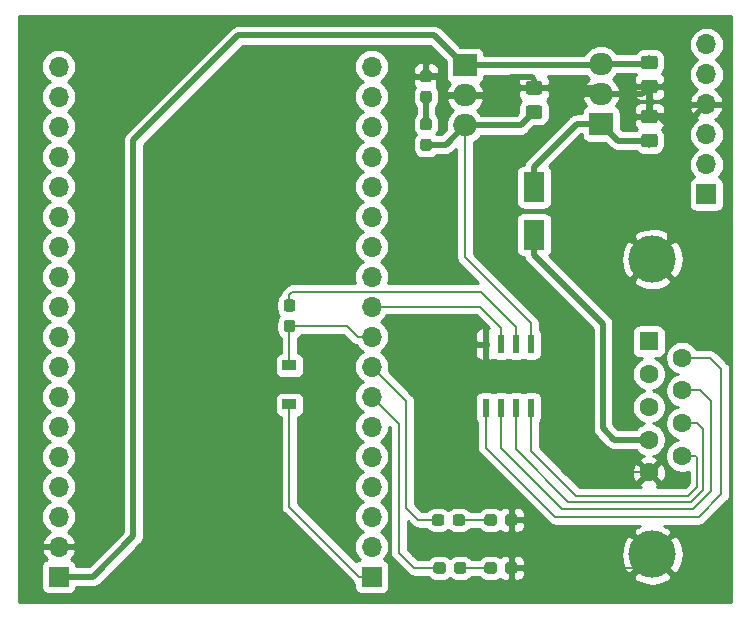
<source format=gbr>
G04 #@! TF.GenerationSoftware,KiCad,Pcbnew,5.1.4+dfsg1-1*
G04 #@! TF.CreationDate,2020-03-04T11:39:30+00:00*
G04 #@! TF.ProjectId,UaElectrex_Phase1,5561456c-6563-4747-9265-785f50686173,V0*
G04 #@! TF.SameCoordinates,Original*
G04 #@! TF.FileFunction,Copper,L1,Top*
G04 #@! TF.FilePolarity,Positive*
%FSLAX46Y46*%
G04 Gerber Fmt 4.6, Leading zero omitted, Abs format (unit mm)*
G04 Created by KiCad (PCBNEW 5.1.4+dfsg1-1) date 2020-03-04 11:39:30*
%MOMM*%
%LPD*%
G04 APERTURE LIST*
%ADD10C,4.000000*%
%ADD11C,1.600000*%
%ADD12R,1.600000X1.600000*%
%ADD13O,1.700000X1.700000*%
%ADD14R,1.700000X1.700000*%
%ADD15R,0.600000X1.550000*%
%ADD16R,2.000000X1.905000*%
%ADD17O,2.000000X1.905000*%
%ADD18C,0.100000*%
%ADD19C,0.950000*%
%ADD20R,1.200000X0.900000*%
%ADD21R,1.800000X2.500000*%
%ADD22C,1.150000*%
%ADD23C,0.500000*%
%ADD24C,0.200000*%
%ADD25C,0.254000*%
G04 APERTURE END LIST*
D10*
X177528500Y-90830000D03*
X177528500Y-115830000D03*
D11*
X180068500Y-107485000D03*
X180068500Y-104715000D03*
X180068500Y-101945000D03*
X180068500Y-99175000D03*
X177228500Y-108870000D03*
X177228500Y-106100000D03*
X177228500Y-103330000D03*
X177228500Y-100560000D03*
D12*
X177228500Y-97790000D03*
D13*
X127277799Y-110084999D03*
D14*
X127277799Y-117704999D03*
D13*
X127277799Y-112624999D03*
X127277799Y-115164999D03*
X127277799Y-74524999D03*
X127277799Y-89764999D03*
X127277799Y-105004999D03*
X127277799Y-87224999D03*
X127277799Y-107544999D03*
X127277799Y-82144999D03*
X127277799Y-102464999D03*
X127277799Y-77064999D03*
X127277799Y-79604999D03*
X127277799Y-97384999D03*
X127277799Y-94844999D03*
X127277799Y-92304999D03*
X127277799Y-84684999D03*
X127277799Y-99924999D03*
X153777799Y-74524999D03*
X153777799Y-77064999D03*
X153777799Y-79604999D03*
X153777799Y-82144999D03*
X153777799Y-84684999D03*
X153777799Y-87224999D03*
X153777799Y-89764999D03*
X153777799Y-92304999D03*
X153777799Y-94844999D03*
X153777799Y-97384999D03*
X153777799Y-99924999D03*
X153777799Y-102464999D03*
X153777799Y-105004999D03*
X153777799Y-107544999D03*
X153777799Y-110084999D03*
X153777799Y-112624999D03*
X153777799Y-115164999D03*
D14*
X153777799Y-117704999D03*
D15*
X167259000Y-103411000D03*
X165989000Y-103411000D03*
X164719000Y-103411000D03*
X163449000Y-103411000D03*
X163449000Y-98011000D03*
X164719000Y-98011000D03*
X165989000Y-98011000D03*
X167259000Y-98011000D03*
D16*
X173204000Y-79375000D03*
D17*
X173204000Y-76835000D03*
X173204000Y-74295000D03*
X161671000Y-79502000D03*
X161671000Y-76962000D03*
D16*
X161671000Y-74422000D03*
D18*
G36*
X165904779Y-112429144D02*
G01*
X165927834Y-112432563D01*
X165950443Y-112438227D01*
X165972387Y-112446079D01*
X165993457Y-112456044D01*
X166013448Y-112468026D01*
X166032168Y-112481910D01*
X166049438Y-112497562D01*
X166065090Y-112514832D01*
X166078974Y-112533552D01*
X166090956Y-112553543D01*
X166100921Y-112574613D01*
X166108773Y-112596557D01*
X166114437Y-112619166D01*
X166117856Y-112642221D01*
X166119000Y-112665500D01*
X166119000Y-113140500D01*
X166117856Y-113163779D01*
X166114437Y-113186834D01*
X166108773Y-113209443D01*
X166100921Y-113231387D01*
X166090956Y-113252457D01*
X166078974Y-113272448D01*
X166065090Y-113291168D01*
X166049438Y-113308438D01*
X166032168Y-113324090D01*
X166013448Y-113337974D01*
X165993457Y-113349956D01*
X165972387Y-113359921D01*
X165950443Y-113367773D01*
X165927834Y-113373437D01*
X165904779Y-113376856D01*
X165881500Y-113378000D01*
X165306500Y-113378000D01*
X165283221Y-113376856D01*
X165260166Y-113373437D01*
X165237557Y-113367773D01*
X165215613Y-113359921D01*
X165194543Y-113349956D01*
X165174552Y-113337974D01*
X165155832Y-113324090D01*
X165138562Y-113308438D01*
X165122910Y-113291168D01*
X165109026Y-113272448D01*
X165097044Y-113252457D01*
X165087079Y-113231387D01*
X165079227Y-113209443D01*
X165073563Y-113186834D01*
X165070144Y-113163779D01*
X165069000Y-113140500D01*
X165069000Y-112665500D01*
X165070144Y-112642221D01*
X165073563Y-112619166D01*
X165079227Y-112596557D01*
X165087079Y-112574613D01*
X165097044Y-112553543D01*
X165109026Y-112533552D01*
X165122910Y-112514832D01*
X165138562Y-112497562D01*
X165155832Y-112481910D01*
X165174552Y-112468026D01*
X165194543Y-112456044D01*
X165215613Y-112446079D01*
X165237557Y-112438227D01*
X165260166Y-112432563D01*
X165283221Y-112429144D01*
X165306500Y-112428000D01*
X165881500Y-112428000D01*
X165904779Y-112429144D01*
X165904779Y-112429144D01*
G37*
D19*
X165594000Y-112903000D03*
D18*
G36*
X164154779Y-112429144D02*
G01*
X164177834Y-112432563D01*
X164200443Y-112438227D01*
X164222387Y-112446079D01*
X164243457Y-112456044D01*
X164263448Y-112468026D01*
X164282168Y-112481910D01*
X164299438Y-112497562D01*
X164315090Y-112514832D01*
X164328974Y-112533552D01*
X164340956Y-112553543D01*
X164350921Y-112574613D01*
X164358773Y-112596557D01*
X164364437Y-112619166D01*
X164367856Y-112642221D01*
X164369000Y-112665500D01*
X164369000Y-113140500D01*
X164367856Y-113163779D01*
X164364437Y-113186834D01*
X164358773Y-113209443D01*
X164350921Y-113231387D01*
X164340956Y-113252457D01*
X164328974Y-113272448D01*
X164315090Y-113291168D01*
X164299438Y-113308438D01*
X164282168Y-113324090D01*
X164263448Y-113337974D01*
X164243457Y-113349956D01*
X164222387Y-113359921D01*
X164200443Y-113367773D01*
X164177834Y-113373437D01*
X164154779Y-113376856D01*
X164131500Y-113378000D01*
X163556500Y-113378000D01*
X163533221Y-113376856D01*
X163510166Y-113373437D01*
X163487557Y-113367773D01*
X163465613Y-113359921D01*
X163444543Y-113349956D01*
X163424552Y-113337974D01*
X163405832Y-113324090D01*
X163388562Y-113308438D01*
X163372910Y-113291168D01*
X163359026Y-113272448D01*
X163347044Y-113252457D01*
X163337079Y-113231387D01*
X163329227Y-113209443D01*
X163323563Y-113186834D01*
X163320144Y-113163779D01*
X163319000Y-113140500D01*
X163319000Y-112665500D01*
X163320144Y-112642221D01*
X163323563Y-112619166D01*
X163329227Y-112596557D01*
X163337079Y-112574613D01*
X163347044Y-112553543D01*
X163359026Y-112533552D01*
X163372910Y-112514832D01*
X163388562Y-112497562D01*
X163405832Y-112481910D01*
X163424552Y-112468026D01*
X163444543Y-112456044D01*
X163465613Y-112446079D01*
X163487557Y-112438227D01*
X163510166Y-112432563D01*
X163533221Y-112429144D01*
X163556500Y-112428000D01*
X164131500Y-112428000D01*
X164154779Y-112429144D01*
X164154779Y-112429144D01*
G37*
D19*
X163844000Y-112903000D03*
D18*
G36*
X165904779Y-116493144D02*
G01*
X165927834Y-116496563D01*
X165950443Y-116502227D01*
X165972387Y-116510079D01*
X165993457Y-116520044D01*
X166013448Y-116532026D01*
X166032168Y-116545910D01*
X166049438Y-116561562D01*
X166065090Y-116578832D01*
X166078974Y-116597552D01*
X166090956Y-116617543D01*
X166100921Y-116638613D01*
X166108773Y-116660557D01*
X166114437Y-116683166D01*
X166117856Y-116706221D01*
X166119000Y-116729500D01*
X166119000Y-117204500D01*
X166117856Y-117227779D01*
X166114437Y-117250834D01*
X166108773Y-117273443D01*
X166100921Y-117295387D01*
X166090956Y-117316457D01*
X166078974Y-117336448D01*
X166065090Y-117355168D01*
X166049438Y-117372438D01*
X166032168Y-117388090D01*
X166013448Y-117401974D01*
X165993457Y-117413956D01*
X165972387Y-117423921D01*
X165950443Y-117431773D01*
X165927834Y-117437437D01*
X165904779Y-117440856D01*
X165881500Y-117442000D01*
X165306500Y-117442000D01*
X165283221Y-117440856D01*
X165260166Y-117437437D01*
X165237557Y-117431773D01*
X165215613Y-117423921D01*
X165194543Y-117413956D01*
X165174552Y-117401974D01*
X165155832Y-117388090D01*
X165138562Y-117372438D01*
X165122910Y-117355168D01*
X165109026Y-117336448D01*
X165097044Y-117316457D01*
X165087079Y-117295387D01*
X165079227Y-117273443D01*
X165073563Y-117250834D01*
X165070144Y-117227779D01*
X165069000Y-117204500D01*
X165069000Y-116729500D01*
X165070144Y-116706221D01*
X165073563Y-116683166D01*
X165079227Y-116660557D01*
X165087079Y-116638613D01*
X165097044Y-116617543D01*
X165109026Y-116597552D01*
X165122910Y-116578832D01*
X165138562Y-116561562D01*
X165155832Y-116545910D01*
X165174552Y-116532026D01*
X165194543Y-116520044D01*
X165215613Y-116510079D01*
X165237557Y-116502227D01*
X165260166Y-116496563D01*
X165283221Y-116493144D01*
X165306500Y-116492000D01*
X165881500Y-116492000D01*
X165904779Y-116493144D01*
X165904779Y-116493144D01*
G37*
D19*
X165594000Y-116967000D03*
D18*
G36*
X164154779Y-116493144D02*
G01*
X164177834Y-116496563D01*
X164200443Y-116502227D01*
X164222387Y-116510079D01*
X164243457Y-116520044D01*
X164263448Y-116532026D01*
X164282168Y-116545910D01*
X164299438Y-116561562D01*
X164315090Y-116578832D01*
X164328974Y-116597552D01*
X164340956Y-116617543D01*
X164350921Y-116638613D01*
X164358773Y-116660557D01*
X164364437Y-116683166D01*
X164367856Y-116706221D01*
X164369000Y-116729500D01*
X164369000Y-117204500D01*
X164367856Y-117227779D01*
X164364437Y-117250834D01*
X164358773Y-117273443D01*
X164350921Y-117295387D01*
X164340956Y-117316457D01*
X164328974Y-117336448D01*
X164315090Y-117355168D01*
X164299438Y-117372438D01*
X164282168Y-117388090D01*
X164263448Y-117401974D01*
X164243457Y-117413956D01*
X164222387Y-117423921D01*
X164200443Y-117431773D01*
X164177834Y-117437437D01*
X164154779Y-117440856D01*
X164131500Y-117442000D01*
X163556500Y-117442000D01*
X163533221Y-117440856D01*
X163510166Y-117437437D01*
X163487557Y-117431773D01*
X163465613Y-117423921D01*
X163444543Y-117413956D01*
X163424552Y-117401974D01*
X163405832Y-117388090D01*
X163388562Y-117372438D01*
X163372910Y-117355168D01*
X163359026Y-117336448D01*
X163347044Y-117316457D01*
X163337079Y-117295387D01*
X163329227Y-117273443D01*
X163323563Y-117250834D01*
X163320144Y-117227779D01*
X163319000Y-117204500D01*
X163319000Y-116729500D01*
X163320144Y-116706221D01*
X163323563Y-116683166D01*
X163329227Y-116660557D01*
X163337079Y-116638613D01*
X163347044Y-116617543D01*
X163359026Y-116597552D01*
X163372910Y-116578832D01*
X163388562Y-116561562D01*
X163405832Y-116545910D01*
X163424552Y-116532026D01*
X163444543Y-116520044D01*
X163465613Y-116510079D01*
X163487557Y-116502227D01*
X163510166Y-116496563D01*
X163533221Y-116493144D01*
X163556500Y-116492000D01*
X164131500Y-116492000D01*
X164154779Y-116493144D01*
X164154779Y-116493144D01*
G37*
D19*
X163844000Y-116967000D03*
D18*
G36*
X158629779Y-78865144D02*
G01*
X158652834Y-78868563D01*
X158675443Y-78874227D01*
X158697387Y-78882079D01*
X158718457Y-78892044D01*
X158738448Y-78904026D01*
X158757168Y-78917910D01*
X158774438Y-78933562D01*
X158790090Y-78950832D01*
X158803974Y-78969552D01*
X158815956Y-78989543D01*
X158825921Y-79010613D01*
X158833773Y-79032557D01*
X158839437Y-79055166D01*
X158842856Y-79078221D01*
X158844000Y-79101500D01*
X158844000Y-79676500D01*
X158842856Y-79699779D01*
X158839437Y-79722834D01*
X158833773Y-79745443D01*
X158825921Y-79767387D01*
X158815956Y-79788457D01*
X158803974Y-79808448D01*
X158790090Y-79827168D01*
X158774438Y-79844438D01*
X158757168Y-79860090D01*
X158738448Y-79873974D01*
X158718457Y-79885956D01*
X158697387Y-79895921D01*
X158675443Y-79903773D01*
X158652834Y-79909437D01*
X158629779Y-79912856D01*
X158606500Y-79914000D01*
X158131500Y-79914000D01*
X158108221Y-79912856D01*
X158085166Y-79909437D01*
X158062557Y-79903773D01*
X158040613Y-79895921D01*
X158019543Y-79885956D01*
X157999552Y-79873974D01*
X157980832Y-79860090D01*
X157963562Y-79844438D01*
X157947910Y-79827168D01*
X157934026Y-79808448D01*
X157922044Y-79788457D01*
X157912079Y-79767387D01*
X157904227Y-79745443D01*
X157898563Y-79722834D01*
X157895144Y-79699779D01*
X157894000Y-79676500D01*
X157894000Y-79101500D01*
X157895144Y-79078221D01*
X157898563Y-79055166D01*
X157904227Y-79032557D01*
X157912079Y-79010613D01*
X157922044Y-78989543D01*
X157934026Y-78969552D01*
X157947910Y-78950832D01*
X157963562Y-78933562D01*
X157980832Y-78917910D01*
X157999552Y-78904026D01*
X158019543Y-78892044D01*
X158040613Y-78882079D01*
X158062557Y-78874227D01*
X158085166Y-78868563D01*
X158108221Y-78865144D01*
X158131500Y-78864000D01*
X158606500Y-78864000D01*
X158629779Y-78865144D01*
X158629779Y-78865144D01*
G37*
D19*
X158369000Y-79389000D03*
D18*
G36*
X158629779Y-80615144D02*
G01*
X158652834Y-80618563D01*
X158675443Y-80624227D01*
X158697387Y-80632079D01*
X158718457Y-80642044D01*
X158738448Y-80654026D01*
X158757168Y-80667910D01*
X158774438Y-80683562D01*
X158790090Y-80700832D01*
X158803974Y-80719552D01*
X158815956Y-80739543D01*
X158825921Y-80760613D01*
X158833773Y-80782557D01*
X158839437Y-80805166D01*
X158842856Y-80828221D01*
X158844000Y-80851500D01*
X158844000Y-81426500D01*
X158842856Y-81449779D01*
X158839437Y-81472834D01*
X158833773Y-81495443D01*
X158825921Y-81517387D01*
X158815956Y-81538457D01*
X158803974Y-81558448D01*
X158790090Y-81577168D01*
X158774438Y-81594438D01*
X158757168Y-81610090D01*
X158738448Y-81623974D01*
X158718457Y-81635956D01*
X158697387Y-81645921D01*
X158675443Y-81653773D01*
X158652834Y-81659437D01*
X158629779Y-81662856D01*
X158606500Y-81664000D01*
X158131500Y-81664000D01*
X158108221Y-81662856D01*
X158085166Y-81659437D01*
X158062557Y-81653773D01*
X158040613Y-81645921D01*
X158019543Y-81635956D01*
X157999552Y-81623974D01*
X157980832Y-81610090D01*
X157963562Y-81594438D01*
X157947910Y-81577168D01*
X157934026Y-81558448D01*
X157922044Y-81538457D01*
X157912079Y-81517387D01*
X157904227Y-81495443D01*
X157898563Y-81472834D01*
X157895144Y-81449779D01*
X157894000Y-81426500D01*
X157894000Y-80851500D01*
X157895144Y-80828221D01*
X157898563Y-80805166D01*
X157904227Y-80782557D01*
X157912079Y-80760613D01*
X157922044Y-80739543D01*
X157934026Y-80719552D01*
X157947910Y-80700832D01*
X157963562Y-80683562D01*
X157980832Y-80667910D01*
X157999552Y-80654026D01*
X158019543Y-80642044D01*
X158040613Y-80632079D01*
X158062557Y-80624227D01*
X158085166Y-80618563D01*
X158108221Y-80615144D01*
X158131500Y-80614000D01*
X158606500Y-80614000D01*
X158629779Y-80615144D01*
X158629779Y-80615144D01*
G37*
D19*
X158369000Y-81139000D03*
D18*
G36*
X147072779Y-94218144D02*
G01*
X147095834Y-94221563D01*
X147118443Y-94227227D01*
X147140387Y-94235079D01*
X147161457Y-94245044D01*
X147181448Y-94257026D01*
X147200168Y-94270910D01*
X147217438Y-94286562D01*
X147233090Y-94303832D01*
X147246974Y-94322552D01*
X147258956Y-94342543D01*
X147268921Y-94363613D01*
X147276773Y-94385557D01*
X147282437Y-94408166D01*
X147285856Y-94431221D01*
X147287000Y-94454500D01*
X147287000Y-95029500D01*
X147285856Y-95052779D01*
X147282437Y-95075834D01*
X147276773Y-95098443D01*
X147268921Y-95120387D01*
X147258956Y-95141457D01*
X147246974Y-95161448D01*
X147233090Y-95180168D01*
X147217438Y-95197438D01*
X147200168Y-95213090D01*
X147181448Y-95226974D01*
X147161457Y-95238956D01*
X147140387Y-95248921D01*
X147118443Y-95256773D01*
X147095834Y-95262437D01*
X147072779Y-95265856D01*
X147049500Y-95267000D01*
X146574500Y-95267000D01*
X146551221Y-95265856D01*
X146528166Y-95262437D01*
X146505557Y-95256773D01*
X146483613Y-95248921D01*
X146462543Y-95238956D01*
X146442552Y-95226974D01*
X146423832Y-95213090D01*
X146406562Y-95197438D01*
X146390910Y-95180168D01*
X146377026Y-95161448D01*
X146365044Y-95141457D01*
X146355079Y-95120387D01*
X146347227Y-95098443D01*
X146341563Y-95075834D01*
X146338144Y-95052779D01*
X146337000Y-95029500D01*
X146337000Y-94454500D01*
X146338144Y-94431221D01*
X146341563Y-94408166D01*
X146347227Y-94385557D01*
X146355079Y-94363613D01*
X146365044Y-94342543D01*
X146377026Y-94322552D01*
X146390910Y-94303832D01*
X146406562Y-94286562D01*
X146423832Y-94270910D01*
X146442552Y-94257026D01*
X146462543Y-94245044D01*
X146483613Y-94235079D01*
X146505557Y-94227227D01*
X146528166Y-94221563D01*
X146551221Y-94218144D01*
X146574500Y-94217000D01*
X147049500Y-94217000D01*
X147072779Y-94218144D01*
X147072779Y-94218144D01*
G37*
D19*
X146812000Y-94742000D03*
D18*
G36*
X147072779Y-95968144D02*
G01*
X147095834Y-95971563D01*
X147118443Y-95977227D01*
X147140387Y-95985079D01*
X147161457Y-95995044D01*
X147181448Y-96007026D01*
X147200168Y-96020910D01*
X147217438Y-96036562D01*
X147233090Y-96053832D01*
X147246974Y-96072552D01*
X147258956Y-96092543D01*
X147268921Y-96113613D01*
X147276773Y-96135557D01*
X147282437Y-96158166D01*
X147285856Y-96181221D01*
X147287000Y-96204500D01*
X147287000Y-96779500D01*
X147285856Y-96802779D01*
X147282437Y-96825834D01*
X147276773Y-96848443D01*
X147268921Y-96870387D01*
X147258956Y-96891457D01*
X147246974Y-96911448D01*
X147233090Y-96930168D01*
X147217438Y-96947438D01*
X147200168Y-96963090D01*
X147181448Y-96976974D01*
X147161457Y-96988956D01*
X147140387Y-96998921D01*
X147118443Y-97006773D01*
X147095834Y-97012437D01*
X147072779Y-97015856D01*
X147049500Y-97017000D01*
X146574500Y-97017000D01*
X146551221Y-97015856D01*
X146528166Y-97012437D01*
X146505557Y-97006773D01*
X146483613Y-96998921D01*
X146462543Y-96988956D01*
X146442552Y-96976974D01*
X146423832Y-96963090D01*
X146406562Y-96947438D01*
X146390910Y-96930168D01*
X146377026Y-96911448D01*
X146365044Y-96891457D01*
X146355079Y-96870387D01*
X146347227Y-96848443D01*
X146341563Y-96825834D01*
X146338144Y-96802779D01*
X146337000Y-96779500D01*
X146337000Y-96204500D01*
X146338144Y-96181221D01*
X146341563Y-96158166D01*
X146347227Y-96135557D01*
X146355079Y-96113613D01*
X146365044Y-96092543D01*
X146377026Y-96072552D01*
X146390910Y-96053832D01*
X146406562Y-96036562D01*
X146423832Y-96020910D01*
X146442552Y-96007026D01*
X146462543Y-95995044D01*
X146483613Y-95985079D01*
X146505557Y-95977227D01*
X146528166Y-95971563D01*
X146551221Y-95968144D01*
X146574500Y-95967000D01*
X147049500Y-95967000D01*
X147072779Y-95968144D01*
X147072779Y-95968144D01*
G37*
D19*
X146812000Y-96492000D03*
D13*
X182118000Y-72644000D03*
X182118000Y-75184000D03*
X182118000Y-77724000D03*
X182118000Y-80264000D03*
X182118000Y-82804000D03*
D14*
X182118000Y-85344000D03*
D18*
G36*
X159709779Y-112429144D02*
G01*
X159732834Y-112432563D01*
X159755443Y-112438227D01*
X159777387Y-112446079D01*
X159798457Y-112456044D01*
X159818448Y-112468026D01*
X159837168Y-112481910D01*
X159854438Y-112497562D01*
X159870090Y-112514832D01*
X159883974Y-112533552D01*
X159895956Y-112553543D01*
X159905921Y-112574613D01*
X159913773Y-112596557D01*
X159919437Y-112619166D01*
X159922856Y-112642221D01*
X159924000Y-112665500D01*
X159924000Y-113140500D01*
X159922856Y-113163779D01*
X159919437Y-113186834D01*
X159913773Y-113209443D01*
X159905921Y-113231387D01*
X159895956Y-113252457D01*
X159883974Y-113272448D01*
X159870090Y-113291168D01*
X159854438Y-113308438D01*
X159837168Y-113324090D01*
X159818448Y-113337974D01*
X159798457Y-113349956D01*
X159777387Y-113359921D01*
X159755443Y-113367773D01*
X159732834Y-113373437D01*
X159709779Y-113376856D01*
X159686500Y-113378000D01*
X159111500Y-113378000D01*
X159088221Y-113376856D01*
X159065166Y-113373437D01*
X159042557Y-113367773D01*
X159020613Y-113359921D01*
X158999543Y-113349956D01*
X158979552Y-113337974D01*
X158960832Y-113324090D01*
X158943562Y-113308438D01*
X158927910Y-113291168D01*
X158914026Y-113272448D01*
X158902044Y-113252457D01*
X158892079Y-113231387D01*
X158884227Y-113209443D01*
X158878563Y-113186834D01*
X158875144Y-113163779D01*
X158874000Y-113140500D01*
X158874000Y-112665500D01*
X158875144Y-112642221D01*
X158878563Y-112619166D01*
X158884227Y-112596557D01*
X158892079Y-112574613D01*
X158902044Y-112553543D01*
X158914026Y-112533552D01*
X158927910Y-112514832D01*
X158943562Y-112497562D01*
X158960832Y-112481910D01*
X158979552Y-112468026D01*
X158999543Y-112456044D01*
X159020613Y-112446079D01*
X159042557Y-112438227D01*
X159065166Y-112432563D01*
X159088221Y-112429144D01*
X159111500Y-112428000D01*
X159686500Y-112428000D01*
X159709779Y-112429144D01*
X159709779Y-112429144D01*
G37*
D19*
X159399000Y-112903000D03*
D18*
G36*
X161459779Y-112429144D02*
G01*
X161482834Y-112432563D01*
X161505443Y-112438227D01*
X161527387Y-112446079D01*
X161548457Y-112456044D01*
X161568448Y-112468026D01*
X161587168Y-112481910D01*
X161604438Y-112497562D01*
X161620090Y-112514832D01*
X161633974Y-112533552D01*
X161645956Y-112553543D01*
X161655921Y-112574613D01*
X161663773Y-112596557D01*
X161669437Y-112619166D01*
X161672856Y-112642221D01*
X161674000Y-112665500D01*
X161674000Y-113140500D01*
X161672856Y-113163779D01*
X161669437Y-113186834D01*
X161663773Y-113209443D01*
X161655921Y-113231387D01*
X161645956Y-113252457D01*
X161633974Y-113272448D01*
X161620090Y-113291168D01*
X161604438Y-113308438D01*
X161587168Y-113324090D01*
X161568448Y-113337974D01*
X161548457Y-113349956D01*
X161527387Y-113359921D01*
X161505443Y-113367773D01*
X161482834Y-113373437D01*
X161459779Y-113376856D01*
X161436500Y-113378000D01*
X160861500Y-113378000D01*
X160838221Y-113376856D01*
X160815166Y-113373437D01*
X160792557Y-113367773D01*
X160770613Y-113359921D01*
X160749543Y-113349956D01*
X160729552Y-113337974D01*
X160710832Y-113324090D01*
X160693562Y-113308438D01*
X160677910Y-113291168D01*
X160664026Y-113272448D01*
X160652044Y-113252457D01*
X160642079Y-113231387D01*
X160634227Y-113209443D01*
X160628563Y-113186834D01*
X160625144Y-113163779D01*
X160624000Y-113140500D01*
X160624000Y-112665500D01*
X160625144Y-112642221D01*
X160628563Y-112619166D01*
X160634227Y-112596557D01*
X160642079Y-112574613D01*
X160652044Y-112553543D01*
X160664026Y-112533552D01*
X160677910Y-112514832D01*
X160693562Y-112497562D01*
X160710832Y-112481910D01*
X160729552Y-112468026D01*
X160749543Y-112456044D01*
X160770613Y-112446079D01*
X160792557Y-112438227D01*
X160815166Y-112432563D01*
X160838221Y-112429144D01*
X160861500Y-112428000D01*
X161436500Y-112428000D01*
X161459779Y-112429144D01*
X161459779Y-112429144D01*
G37*
D19*
X161149000Y-112903000D03*
D18*
G36*
X159836779Y-116493144D02*
G01*
X159859834Y-116496563D01*
X159882443Y-116502227D01*
X159904387Y-116510079D01*
X159925457Y-116520044D01*
X159945448Y-116532026D01*
X159964168Y-116545910D01*
X159981438Y-116561562D01*
X159997090Y-116578832D01*
X160010974Y-116597552D01*
X160022956Y-116617543D01*
X160032921Y-116638613D01*
X160040773Y-116660557D01*
X160046437Y-116683166D01*
X160049856Y-116706221D01*
X160051000Y-116729500D01*
X160051000Y-117204500D01*
X160049856Y-117227779D01*
X160046437Y-117250834D01*
X160040773Y-117273443D01*
X160032921Y-117295387D01*
X160022956Y-117316457D01*
X160010974Y-117336448D01*
X159997090Y-117355168D01*
X159981438Y-117372438D01*
X159964168Y-117388090D01*
X159945448Y-117401974D01*
X159925457Y-117413956D01*
X159904387Y-117423921D01*
X159882443Y-117431773D01*
X159859834Y-117437437D01*
X159836779Y-117440856D01*
X159813500Y-117442000D01*
X159238500Y-117442000D01*
X159215221Y-117440856D01*
X159192166Y-117437437D01*
X159169557Y-117431773D01*
X159147613Y-117423921D01*
X159126543Y-117413956D01*
X159106552Y-117401974D01*
X159087832Y-117388090D01*
X159070562Y-117372438D01*
X159054910Y-117355168D01*
X159041026Y-117336448D01*
X159029044Y-117316457D01*
X159019079Y-117295387D01*
X159011227Y-117273443D01*
X159005563Y-117250834D01*
X159002144Y-117227779D01*
X159001000Y-117204500D01*
X159001000Y-116729500D01*
X159002144Y-116706221D01*
X159005563Y-116683166D01*
X159011227Y-116660557D01*
X159019079Y-116638613D01*
X159029044Y-116617543D01*
X159041026Y-116597552D01*
X159054910Y-116578832D01*
X159070562Y-116561562D01*
X159087832Y-116545910D01*
X159106552Y-116532026D01*
X159126543Y-116520044D01*
X159147613Y-116510079D01*
X159169557Y-116502227D01*
X159192166Y-116496563D01*
X159215221Y-116493144D01*
X159238500Y-116492000D01*
X159813500Y-116492000D01*
X159836779Y-116493144D01*
X159836779Y-116493144D01*
G37*
D19*
X159526000Y-116967000D03*
D18*
G36*
X161586779Y-116493144D02*
G01*
X161609834Y-116496563D01*
X161632443Y-116502227D01*
X161654387Y-116510079D01*
X161675457Y-116520044D01*
X161695448Y-116532026D01*
X161714168Y-116545910D01*
X161731438Y-116561562D01*
X161747090Y-116578832D01*
X161760974Y-116597552D01*
X161772956Y-116617543D01*
X161782921Y-116638613D01*
X161790773Y-116660557D01*
X161796437Y-116683166D01*
X161799856Y-116706221D01*
X161801000Y-116729500D01*
X161801000Y-117204500D01*
X161799856Y-117227779D01*
X161796437Y-117250834D01*
X161790773Y-117273443D01*
X161782921Y-117295387D01*
X161772956Y-117316457D01*
X161760974Y-117336448D01*
X161747090Y-117355168D01*
X161731438Y-117372438D01*
X161714168Y-117388090D01*
X161695448Y-117401974D01*
X161675457Y-117413956D01*
X161654387Y-117423921D01*
X161632443Y-117431773D01*
X161609834Y-117437437D01*
X161586779Y-117440856D01*
X161563500Y-117442000D01*
X160988500Y-117442000D01*
X160965221Y-117440856D01*
X160942166Y-117437437D01*
X160919557Y-117431773D01*
X160897613Y-117423921D01*
X160876543Y-117413956D01*
X160856552Y-117401974D01*
X160837832Y-117388090D01*
X160820562Y-117372438D01*
X160804910Y-117355168D01*
X160791026Y-117336448D01*
X160779044Y-117316457D01*
X160769079Y-117295387D01*
X160761227Y-117273443D01*
X160755563Y-117250834D01*
X160752144Y-117227779D01*
X160751000Y-117204500D01*
X160751000Y-116729500D01*
X160752144Y-116706221D01*
X160755563Y-116683166D01*
X160761227Y-116660557D01*
X160769079Y-116638613D01*
X160779044Y-116617543D01*
X160791026Y-116597552D01*
X160804910Y-116578832D01*
X160820562Y-116561562D01*
X160837832Y-116545910D01*
X160856552Y-116532026D01*
X160876543Y-116520044D01*
X160897613Y-116510079D01*
X160919557Y-116502227D01*
X160942166Y-116496563D01*
X160965221Y-116493144D01*
X160988500Y-116492000D01*
X161563500Y-116492000D01*
X161586779Y-116493144D01*
X161586779Y-116493144D01*
G37*
D19*
X161276000Y-116967000D03*
D20*
X146812000Y-99823000D03*
X146812000Y-103123000D03*
D18*
G36*
X158629779Y-76551144D02*
G01*
X158652834Y-76554563D01*
X158675443Y-76560227D01*
X158697387Y-76568079D01*
X158718457Y-76578044D01*
X158738448Y-76590026D01*
X158757168Y-76603910D01*
X158774438Y-76619562D01*
X158790090Y-76636832D01*
X158803974Y-76655552D01*
X158815956Y-76675543D01*
X158825921Y-76696613D01*
X158833773Y-76718557D01*
X158839437Y-76741166D01*
X158842856Y-76764221D01*
X158844000Y-76787500D01*
X158844000Y-77362500D01*
X158842856Y-77385779D01*
X158839437Y-77408834D01*
X158833773Y-77431443D01*
X158825921Y-77453387D01*
X158815956Y-77474457D01*
X158803974Y-77494448D01*
X158790090Y-77513168D01*
X158774438Y-77530438D01*
X158757168Y-77546090D01*
X158738448Y-77559974D01*
X158718457Y-77571956D01*
X158697387Y-77581921D01*
X158675443Y-77589773D01*
X158652834Y-77595437D01*
X158629779Y-77598856D01*
X158606500Y-77600000D01*
X158131500Y-77600000D01*
X158108221Y-77598856D01*
X158085166Y-77595437D01*
X158062557Y-77589773D01*
X158040613Y-77581921D01*
X158019543Y-77571956D01*
X157999552Y-77559974D01*
X157980832Y-77546090D01*
X157963562Y-77530438D01*
X157947910Y-77513168D01*
X157934026Y-77494448D01*
X157922044Y-77474457D01*
X157912079Y-77453387D01*
X157904227Y-77431443D01*
X157898563Y-77408834D01*
X157895144Y-77385779D01*
X157894000Y-77362500D01*
X157894000Y-76787500D01*
X157895144Y-76764221D01*
X157898563Y-76741166D01*
X157904227Y-76718557D01*
X157912079Y-76696613D01*
X157922044Y-76675543D01*
X157934026Y-76655552D01*
X157947910Y-76636832D01*
X157963562Y-76619562D01*
X157980832Y-76603910D01*
X157999552Y-76590026D01*
X158019543Y-76578044D01*
X158040613Y-76568079D01*
X158062557Y-76560227D01*
X158085166Y-76554563D01*
X158108221Y-76551144D01*
X158131500Y-76550000D01*
X158606500Y-76550000D01*
X158629779Y-76551144D01*
X158629779Y-76551144D01*
G37*
D19*
X158369000Y-77075000D03*
D18*
G36*
X158629779Y-74801144D02*
G01*
X158652834Y-74804563D01*
X158675443Y-74810227D01*
X158697387Y-74818079D01*
X158718457Y-74828044D01*
X158738448Y-74840026D01*
X158757168Y-74853910D01*
X158774438Y-74869562D01*
X158790090Y-74886832D01*
X158803974Y-74905552D01*
X158815956Y-74925543D01*
X158825921Y-74946613D01*
X158833773Y-74968557D01*
X158839437Y-74991166D01*
X158842856Y-75014221D01*
X158844000Y-75037500D01*
X158844000Y-75612500D01*
X158842856Y-75635779D01*
X158839437Y-75658834D01*
X158833773Y-75681443D01*
X158825921Y-75703387D01*
X158815956Y-75724457D01*
X158803974Y-75744448D01*
X158790090Y-75763168D01*
X158774438Y-75780438D01*
X158757168Y-75796090D01*
X158738448Y-75809974D01*
X158718457Y-75821956D01*
X158697387Y-75831921D01*
X158675443Y-75839773D01*
X158652834Y-75845437D01*
X158629779Y-75848856D01*
X158606500Y-75850000D01*
X158131500Y-75850000D01*
X158108221Y-75848856D01*
X158085166Y-75845437D01*
X158062557Y-75839773D01*
X158040613Y-75831921D01*
X158019543Y-75821956D01*
X157999552Y-75809974D01*
X157980832Y-75796090D01*
X157963562Y-75780438D01*
X157947910Y-75763168D01*
X157934026Y-75744448D01*
X157922044Y-75724457D01*
X157912079Y-75703387D01*
X157904227Y-75681443D01*
X157898563Y-75658834D01*
X157895144Y-75635779D01*
X157894000Y-75612500D01*
X157894000Y-75037500D01*
X157895144Y-75014221D01*
X157898563Y-74991166D01*
X157904227Y-74968557D01*
X157912079Y-74946613D01*
X157922044Y-74925543D01*
X157934026Y-74905552D01*
X157947910Y-74886832D01*
X157963562Y-74869562D01*
X157980832Y-74853910D01*
X157999552Y-74840026D01*
X158019543Y-74828044D01*
X158040613Y-74818079D01*
X158062557Y-74810227D01*
X158085166Y-74804563D01*
X158108221Y-74801144D01*
X158131500Y-74800000D01*
X158606500Y-74800000D01*
X158629779Y-74801144D01*
X158629779Y-74801144D01*
G37*
D19*
X158369000Y-75325000D03*
D21*
X167513000Y-88741000D03*
X167513000Y-84741000D03*
D18*
G36*
X167987505Y-75744204D02*
G01*
X168011773Y-75747804D01*
X168035572Y-75753765D01*
X168058671Y-75762030D01*
X168080850Y-75772520D01*
X168101893Y-75785132D01*
X168121599Y-75799747D01*
X168139777Y-75816223D01*
X168156253Y-75834401D01*
X168170868Y-75854107D01*
X168183480Y-75875150D01*
X168193970Y-75897329D01*
X168202235Y-75920428D01*
X168208196Y-75944227D01*
X168211796Y-75968495D01*
X168213000Y-75992999D01*
X168213000Y-76643001D01*
X168211796Y-76667505D01*
X168208196Y-76691773D01*
X168202235Y-76715572D01*
X168193970Y-76738671D01*
X168183480Y-76760850D01*
X168170868Y-76781893D01*
X168156253Y-76801599D01*
X168139777Y-76819777D01*
X168121599Y-76836253D01*
X168101893Y-76850868D01*
X168080850Y-76863480D01*
X168058671Y-76873970D01*
X168035572Y-76882235D01*
X168011773Y-76888196D01*
X167987505Y-76891796D01*
X167963001Y-76893000D01*
X167062999Y-76893000D01*
X167038495Y-76891796D01*
X167014227Y-76888196D01*
X166990428Y-76882235D01*
X166967329Y-76873970D01*
X166945150Y-76863480D01*
X166924107Y-76850868D01*
X166904401Y-76836253D01*
X166886223Y-76819777D01*
X166869747Y-76801599D01*
X166855132Y-76781893D01*
X166842520Y-76760850D01*
X166832030Y-76738671D01*
X166823765Y-76715572D01*
X166817804Y-76691773D01*
X166814204Y-76667505D01*
X166813000Y-76643001D01*
X166813000Y-75992999D01*
X166814204Y-75968495D01*
X166817804Y-75944227D01*
X166823765Y-75920428D01*
X166832030Y-75897329D01*
X166842520Y-75875150D01*
X166855132Y-75854107D01*
X166869747Y-75834401D01*
X166886223Y-75816223D01*
X166904401Y-75799747D01*
X166924107Y-75785132D01*
X166945150Y-75772520D01*
X166967329Y-75762030D01*
X166990428Y-75753765D01*
X167014227Y-75747804D01*
X167038495Y-75744204D01*
X167062999Y-75743000D01*
X167963001Y-75743000D01*
X167987505Y-75744204D01*
X167987505Y-75744204D01*
G37*
D22*
X167513000Y-76318000D03*
D18*
G36*
X167987505Y-77794204D02*
G01*
X168011773Y-77797804D01*
X168035572Y-77803765D01*
X168058671Y-77812030D01*
X168080850Y-77822520D01*
X168101893Y-77835132D01*
X168121599Y-77849747D01*
X168139777Y-77866223D01*
X168156253Y-77884401D01*
X168170868Y-77904107D01*
X168183480Y-77925150D01*
X168193970Y-77947329D01*
X168202235Y-77970428D01*
X168208196Y-77994227D01*
X168211796Y-78018495D01*
X168213000Y-78042999D01*
X168213000Y-78693001D01*
X168211796Y-78717505D01*
X168208196Y-78741773D01*
X168202235Y-78765572D01*
X168193970Y-78788671D01*
X168183480Y-78810850D01*
X168170868Y-78831893D01*
X168156253Y-78851599D01*
X168139777Y-78869777D01*
X168121599Y-78886253D01*
X168101893Y-78900868D01*
X168080850Y-78913480D01*
X168058671Y-78923970D01*
X168035572Y-78932235D01*
X168011773Y-78938196D01*
X167987505Y-78941796D01*
X167963001Y-78943000D01*
X167062999Y-78943000D01*
X167038495Y-78941796D01*
X167014227Y-78938196D01*
X166990428Y-78932235D01*
X166967329Y-78923970D01*
X166945150Y-78913480D01*
X166924107Y-78900868D01*
X166904401Y-78886253D01*
X166886223Y-78869777D01*
X166869747Y-78851599D01*
X166855132Y-78831893D01*
X166842520Y-78810850D01*
X166832030Y-78788671D01*
X166823765Y-78765572D01*
X166817804Y-78741773D01*
X166814204Y-78717505D01*
X166813000Y-78693001D01*
X166813000Y-78042999D01*
X166814204Y-78018495D01*
X166817804Y-77994227D01*
X166823765Y-77970428D01*
X166832030Y-77947329D01*
X166842520Y-77925150D01*
X166855132Y-77904107D01*
X166869747Y-77884401D01*
X166886223Y-77866223D01*
X166904401Y-77849747D01*
X166924107Y-77835132D01*
X166945150Y-77822520D01*
X166967329Y-77812030D01*
X166990428Y-77803765D01*
X167014227Y-77797804D01*
X167038495Y-77794204D01*
X167062999Y-77793000D01*
X167963001Y-77793000D01*
X167987505Y-77794204D01*
X167987505Y-77794204D01*
G37*
D22*
X167513000Y-78368000D03*
D18*
G36*
X177766505Y-73585204D02*
G01*
X177790773Y-73588804D01*
X177814572Y-73594765D01*
X177837671Y-73603030D01*
X177859850Y-73613520D01*
X177880893Y-73626132D01*
X177900599Y-73640747D01*
X177918777Y-73657223D01*
X177935253Y-73675401D01*
X177949868Y-73695107D01*
X177962480Y-73716150D01*
X177972970Y-73738329D01*
X177981235Y-73761428D01*
X177987196Y-73785227D01*
X177990796Y-73809495D01*
X177992000Y-73833999D01*
X177992000Y-74484001D01*
X177990796Y-74508505D01*
X177987196Y-74532773D01*
X177981235Y-74556572D01*
X177972970Y-74579671D01*
X177962480Y-74601850D01*
X177949868Y-74622893D01*
X177935253Y-74642599D01*
X177918777Y-74660777D01*
X177900599Y-74677253D01*
X177880893Y-74691868D01*
X177859850Y-74704480D01*
X177837671Y-74714970D01*
X177814572Y-74723235D01*
X177790773Y-74729196D01*
X177766505Y-74732796D01*
X177742001Y-74734000D01*
X176841999Y-74734000D01*
X176817495Y-74732796D01*
X176793227Y-74729196D01*
X176769428Y-74723235D01*
X176746329Y-74714970D01*
X176724150Y-74704480D01*
X176703107Y-74691868D01*
X176683401Y-74677253D01*
X176665223Y-74660777D01*
X176648747Y-74642599D01*
X176634132Y-74622893D01*
X176621520Y-74601850D01*
X176611030Y-74579671D01*
X176602765Y-74556572D01*
X176596804Y-74532773D01*
X176593204Y-74508505D01*
X176592000Y-74484001D01*
X176592000Y-73833999D01*
X176593204Y-73809495D01*
X176596804Y-73785227D01*
X176602765Y-73761428D01*
X176611030Y-73738329D01*
X176621520Y-73716150D01*
X176634132Y-73695107D01*
X176648747Y-73675401D01*
X176665223Y-73657223D01*
X176683401Y-73640747D01*
X176703107Y-73626132D01*
X176724150Y-73613520D01*
X176746329Y-73603030D01*
X176769428Y-73594765D01*
X176793227Y-73588804D01*
X176817495Y-73585204D01*
X176841999Y-73584000D01*
X177742001Y-73584000D01*
X177766505Y-73585204D01*
X177766505Y-73585204D01*
G37*
D22*
X177292000Y-74159000D03*
D18*
G36*
X177766505Y-75635204D02*
G01*
X177790773Y-75638804D01*
X177814572Y-75644765D01*
X177837671Y-75653030D01*
X177859850Y-75663520D01*
X177880893Y-75676132D01*
X177900599Y-75690747D01*
X177918777Y-75707223D01*
X177935253Y-75725401D01*
X177949868Y-75745107D01*
X177962480Y-75766150D01*
X177972970Y-75788329D01*
X177981235Y-75811428D01*
X177987196Y-75835227D01*
X177990796Y-75859495D01*
X177992000Y-75883999D01*
X177992000Y-76534001D01*
X177990796Y-76558505D01*
X177987196Y-76582773D01*
X177981235Y-76606572D01*
X177972970Y-76629671D01*
X177962480Y-76651850D01*
X177949868Y-76672893D01*
X177935253Y-76692599D01*
X177918777Y-76710777D01*
X177900599Y-76727253D01*
X177880893Y-76741868D01*
X177859850Y-76754480D01*
X177837671Y-76764970D01*
X177814572Y-76773235D01*
X177790773Y-76779196D01*
X177766505Y-76782796D01*
X177742001Y-76784000D01*
X176841999Y-76784000D01*
X176817495Y-76782796D01*
X176793227Y-76779196D01*
X176769428Y-76773235D01*
X176746329Y-76764970D01*
X176724150Y-76754480D01*
X176703107Y-76741868D01*
X176683401Y-76727253D01*
X176665223Y-76710777D01*
X176648747Y-76692599D01*
X176634132Y-76672893D01*
X176621520Y-76651850D01*
X176611030Y-76629671D01*
X176602765Y-76606572D01*
X176596804Y-76582773D01*
X176593204Y-76558505D01*
X176592000Y-76534001D01*
X176592000Y-75883999D01*
X176593204Y-75859495D01*
X176596804Y-75835227D01*
X176602765Y-75811428D01*
X176611030Y-75788329D01*
X176621520Y-75766150D01*
X176634132Y-75745107D01*
X176648747Y-75725401D01*
X176665223Y-75707223D01*
X176683401Y-75690747D01*
X176703107Y-75676132D01*
X176724150Y-75663520D01*
X176746329Y-75653030D01*
X176769428Y-75644765D01*
X176793227Y-75638804D01*
X176817495Y-75635204D01*
X176841999Y-75634000D01*
X177742001Y-75634000D01*
X177766505Y-75635204D01*
X177766505Y-75635204D01*
G37*
D22*
X177292000Y-76209000D03*
D18*
G36*
X177766505Y-78157204D02*
G01*
X177790773Y-78160804D01*
X177814572Y-78166765D01*
X177837671Y-78175030D01*
X177859850Y-78185520D01*
X177880893Y-78198132D01*
X177900599Y-78212747D01*
X177918777Y-78229223D01*
X177935253Y-78247401D01*
X177949868Y-78267107D01*
X177962480Y-78288150D01*
X177972970Y-78310329D01*
X177981235Y-78333428D01*
X177987196Y-78357227D01*
X177990796Y-78381495D01*
X177992000Y-78405999D01*
X177992000Y-79056001D01*
X177990796Y-79080505D01*
X177987196Y-79104773D01*
X177981235Y-79128572D01*
X177972970Y-79151671D01*
X177962480Y-79173850D01*
X177949868Y-79194893D01*
X177935253Y-79214599D01*
X177918777Y-79232777D01*
X177900599Y-79249253D01*
X177880893Y-79263868D01*
X177859850Y-79276480D01*
X177837671Y-79286970D01*
X177814572Y-79295235D01*
X177790773Y-79301196D01*
X177766505Y-79304796D01*
X177742001Y-79306000D01*
X176841999Y-79306000D01*
X176817495Y-79304796D01*
X176793227Y-79301196D01*
X176769428Y-79295235D01*
X176746329Y-79286970D01*
X176724150Y-79276480D01*
X176703107Y-79263868D01*
X176683401Y-79249253D01*
X176665223Y-79232777D01*
X176648747Y-79214599D01*
X176634132Y-79194893D01*
X176621520Y-79173850D01*
X176611030Y-79151671D01*
X176602765Y-79128572D01*
X176596804Y-79104773D01*
X176593204Y-79080505D01*
X176592000Y-79056001D01*
X176592000Y-78405999D01*
X176593204Y-78381495D01*
X176596804Y-78357227D01*
X176602765Y-78333428D01*
X176611030Y-78310329D01*
X176621520Y-78288150D01*
X176634132Y-78267107D01*
X176648747Y-78247401D01*
X176665223Y-78229223D01*
X176683401Y-78212747D01*
X176703107Y-78198132D01*
X176724150Y-78185520D01*
X176746329Y-78175030D01*
X176769428Y-78166765D01*
X176793227Y-78160804D01*
X176817495Y-78157204D01*
X176841999Y-78156000D01*
X177742001Y-78156000D01*
X177766505Y-78157204D01*
X177766505Y-78157204D01*
G37*
D22*
X177292000Y-78731000D03*
D18*
G36*
X177766505Y-80207204D02*
G01*
X177790773Y-80210804D01*
X177814572Y-80216765D01*
X177837671Y-80225030D01*
X177859850Y-80235520D01*
X177880893Y-80248132D01*
X177900599Y-80262747D01*
X177918777Y-80279223D01*
X177935253Y-80297401D01*
X177949868Y-80317107D01*
X177962480Y-80338150D01*
X177972970Y-80360329D01*
X177981235Y-80383428D01*
X177987196Y-80407227D01*
X177990796Y-80431495D01*
X177992000Y-80455999D01*
X177992000Y-81106001D01*
X177990796Y-81130505D01*
X177987196Y-81154773D01*
X177981235Y-81178572D01*
X177972970Y-81201671D01*
X177962480Y-81223850D01*
X177949868Y-81244893D01*
X177935253Y-81264599D01*
X177918777Y-81282777D01*
X177900599Y-81299253D01*
X177880893Y-81313868D01*
X177859850Y-81326480D01*
X177837671Y-81336970D01*
X177814572Y-81345235D01*
X177790773Y-81351196D01*
X177766505Y-81354796D01*
X177742001Y-81356000D01*
X176841999Y-81356000D01*
X176817495Y-81354796D01*
X176793227Y-81351196D01*
X176769428Y-81345235D01*
X176746329Y-81336970D01*
X176724150Y-81326480D01*
X176703107Y-81313868D01*
X176683401Y-81299253D01*
X176665223Y-81282777D01*
X176648747Y-81264599D01*
X176634132Y-81244893D01*
X176621520Y-81223850D01*
X176611030Y-81201671D01*
X176602765Y-81178572D01*
X176596804Y-81154773D01*
X176593204Y-81130505D01*
X176592000Y-81106001D01*
X176592000Y-80455999D01*
X176593204Y-80431495D01*
X176596804Y-80407227D01*
X176602765Y-80383428D01*
X176611030Y-80360329D01*
X176621520Y-80338150D01*
X176634132Y-80317107D01*
X176648747Y-80297401D01*
X176665223Y-80279223D01*
X176683401Y-80262747D01*
X176703107Y-80248132D01*
X176724150Y-80235520D01*
X176746329Y-80225030D01*
X176769428Y-80216765D01*
X176793227Y-80210804D01*
X176817495Y-80207204D01*
X176841999Y-80206000D01*
X177742001Y-80206000D01*
X177766505Y-80207204D01*
X177766505Y-80207204D01*
G37*
D22*
X177292000Y-80781000D03*
D23*
X176666000Y-76835000D02*
X177292000Y-76209000D01*
X173204000Y-76835000D02*
X176666000Y-76835000D01*
X160171000Y-76962000D02*
X159512000Y-76303000D01*
X161671000Y-76962000D02*
X160171000Y-76962000D01*
X159512000Y-76303000D02*
X159512000Y-75565000D01*
X159272000Y-75325000D02*
X158369000Y-75325000D01*
X159512000Y-75565000D02*
X159272000Y-75325000D01*
X177292000Y-78731000D02*
X177292000Y-76209000D01*
D24*
X163449000Y-98011000D02*
X163449000Y-98486000D01*
D23*
X181111000Y-78731000D02*
X182118000Y-77724000D01*
X177292000Y-78731000D02*
X181111000Y-78731000D01*
X167513000Y-75643000D02*
X167308000Y-75438000D01*
X167513000Y-76318000D02*
X167513000Y-75643000D01*
X167308000Y-75438000D02*
X165608000Y-75438000D01*
X164084000Y-76962000D02*
X161671000Y-76962000D01*
X165608000Y-75438000D02*
X164084000Y-76962000D01*
X172687000Y-76318000D02*
X173204000Y-76835000D01*
X167513000Y-76318000D02*
X172687000Y-76318000D01*
D24*
X164992370Y-101238370D02*
X163449000Y-99695000D01*
X171608000Y-108870000D02*
X169418000Y-106680000D01*
X163449000Y-99695000D02*
X163449000Y-98011000D01*
X167894000Y-101238370D02*
X164992370Y-101238370D01*
X169418000Y-106680000D02*
X169418000Y-102762370D01*
X169418000Y-102762370D02*
X167894000Y-101238370D01*
X165594000Y-112903000D02*
X165594000Y-116967000D01*
X175820000Y-116967000D02*
X176957000Y-115830000D01*
D23*
X179070000Y-79709000D02*
X179070000Y-89288500D01*
X177292000Y-78731000D02*
X178092000Y-78731000D01*
X178092000Y-78731000D02*
X179070000Y-79709000D01*
D24*
X171608000Y-108870000D02*
X177228500Y-108870000D01*
X176391500Y-116967000D02*
X177528500Y-115830000D01*
X165594000Y-116967000D02*
X176391500Y-116967000D01*
D23*
X179070000Y-89288500D02*
X177528500Y-90830000D01*
X130072001Y-115164999D02*
X127277799Y-115164999D01*
X132207000Y-78422500D02*
X132207000Y-113030000D01*
X178426000Y-76209000D02*
X179451000Y-75184000D01*
X177292000Y-76209000D02*
X178426000Y-76209000D01*
X140017500Y-70612000D02*
X132207000Y-78422500D01*
X177546000Y-70612000D02*
X140017500Y-70612000D01*
X179451000Y-75184000D02*
X179451000Y-72517000D01*
X132207000Y-113030000D02*
X130072001Y-115164999D01*
X179451000Y-72517000D02*
X177546000Y-70612000D01*
X171129000Y-79375000D02*
X173204000Y-79375000D01*
X167513000Y-82991000D02*
X171129000Y-79375000D01*
X167513000Y-84741000D02*
X167513000Y-82991000D01*
X174610000Y-80781000D02*
X173204000Y-79375000D01*
X177292000Y-80781000D02*
X174610000Y-80781000D01*
X173077000Y-74422000D02*
X173204000Y-74295000D01*
X161671000Y-74422000D02*
X173077000Y-74422000D01*
X177156000Y-74295000D02*
X177292000Y-74159000D01*
X173204000Y-74295000D02*
X177156000Y-74295000D01*
X133604000Y-114300000D02*
X130199001Y-117704999D01*
X161623500Y-74422000D02*
X159083500Y-71882000D01*
X161671000Y-74422000D02*
X161623500Y-74422000D01*
X159083500Y-71882000D02*
X142494000Y-71882000D01*
X130199001Y-117704999D02*
X127277799Y-117704999D01*
X142494000Y-71882000D02*
X133604000Y-80772000D01*
X133604000Y-80772000D02*
X133604000Y-114300000D01*
X161671000Y-79502000D02*
X166379000Y-79502000D01*
X160034000Y-81139000D02*
X161671000Y-79502000D01*
X158369000Y-81139000D02*
X160034000Y-81139000D01*
D24*
X161671000Y-90678000D02*
X161671000Y-79502000D01*
X167259000Y-96266000D02*
X161671000Y-90678000D01*
X167259000Y-98011000D02*
X167259000Y-96266000D01*
D23*
X166379000Y-79502000D02*
X167513000Y-78368000D01*
X167513000Y-90491000D02*
X173355000Y-96333000D01*
X167513000Y-88741000D02*
X167513000Y-90491000D01*
X173355000Y-96333000D02*
X173355000Y-105156000D01*
X173355000Y-105156000D02*
X174299000Y-106100000D01*
X174299000Y-106100000D02*
X177228500Y-106100000D01*
D24*
X153777799Y-102464999D02*
X156083000Y-104770200D01*
X156083000Y-115697000D02*
X157353000Y-116967000D01*
X156083000Y-104770200D02*
X156083000Y-115697000D01*
X159526000Y-116967000D02*
X157353000Y-116967000D01*
X146812000Y-111789200D02*
X146812000Y-103123000D01*
X152727799Y-117704999D02*
X146812000Y-111789200D01*
X153777799Y-117704999D02*
X152727799Y-117704999D01*
X153777799Y-99924999D02*
X156718000Y-102865200D01*
X156718000Y-102865200D02*
X156718000Y-111887000D01*
X156718000Y-111887000D02*
X157734000Y-112903000D01*
X157734000Y-112903000D02*
X159399000Y-112903000D01*
X163844000Y-112903000D02*
X163219000Y-112903000D01*
X161149000Y-112903000D02*
X163844000Y-112903000D01*
X181356000Y-107632500D02*
X181208500Y-107485000D01*
X167259000Y-107061000D02*
X171069000Y-110871000D01*
X167259000Y-103411000D02*
X167259000Y-107061000D01*
X180594000Y-110871000D02*
X181356000Y-110109000D01*
X181208500Y-107485000D02*
X180068500Y-107485000D01*
X171069000Y-110871000D02*
X180594000Y-110871000D01*
X181356000Y-110109000D02*
X181356000Y-107632500D01*
X180661000Y-104715000D02*
X179497000Y-104715000D01*
X181864000Y-105219500D02*
X181359500Y-104715000D01*
X181864000Y-110363000D02*
X181864000Y-105219500D01*
X165989000Y-106934000D02*
X170434000Y-111379000D01*
X165989000Y-103411000D02*
X165989000Y-106934000D01*
X181359500Y-104715000D02*
X180068500Y-104715000D01*
X170434000Y-111379000D02*
X180848000Y-111379000D01*
X180848000Y-111379000D02*
X181864000Y-110363000D01*
X182499000Y-102870000D02*
X181574000Y-101945000D01*
X164719000Y-106807000D02*
X169926000Y-112014000D01*
X180975000Y-112014000D02*
X182499000Y-110490000D01*
X164719000Y-103411000D02*
X164719000Y-106807000D01*
X181574000Y-101945000D02*
X180068500Y-101945000D01*
X169926000Y-112014000D02*
X180975000Y-112014000D01*
X182499000Y-110490000D02*
X182499000Y-102870000D01*
X182423500Y-99175000D02*
X180068500Y-99175000D01*
X183388000Y-100139500D02*
X182423500Y-99175000D01*
X183388000Y-110744000D02*
X183388000Y-100139500D01*
X163449000Y-106807000D02*
X169291000Y-112649000D01*
X163449000Y-103411000D02*
X163449000Y-106807000D01*
X169291000Y-112649000D02*
X181483000Y-112649000D01*
X181483000Y-112649000D02*
X183388000Y-110744000D01*
X165989000Y-98011000D02*
X165989000Y-96589302D01*
X165989000Y-96589302D02*
X163094696Y-93694998D01*
X146812000Y-94742000D02*
X146812000Y-93853000D01*
X146812000Y-93853000D02*
X147066000Y-93599000D01*
X163094696Y-93694998D02*
X163094696Y-93689196D01*
X163094696Y-93689196D02*
X163004500Y-93599000D01*
X163004500Y-93599000D02*
X153987500Y-93599000D01*
X147066000Y-93599000D02*
X153987500Y-93599000D01*
X153987500Y-93599000D02*
X154051000Y-93599000D01*
X153777799Y-94844999D02*
X162916999Y-94844999D01*
X164719000Y-96647000D02*
X164719000Y-98011000D01*
X162916999Y-94844999D02*
X164719000Y-96647000D01*
X146812000Y-96492000D02*
X146812000Y-99823000D01*
X151682719Y-96492000D02*
X146812000Y-96492000D01*
X153777799Y-97384999D02*
X152575718Y-97384999D01*
X152575718Y-97384999D02*
X151682719Y-96492000D01*
X163844000Y-116967000D02*
X161276000Y-116967000D01*
D23*
X158369000Y-77075000D02*
X158369000Y-79389000D01*
D25*
G36*
X184158001Y-119832500D02*
G01*
X123944000Y-119832500D01*
X123944000Y-116854999D01*
X125789727Y-116854999D01*
X125789727Y-118554999D01*
X125801987Y-118679481D01*
X125838297Y-118799179D01*
X125897262Y-118909493D01*
X125976614Y-119006184D01*
X126073305Y-119085536D01*
X126183619Y-119144501D01*
X126303317Y-119180811D01*
X126427799Y-119193071D01*
X128127799Y-119193071D01*
X128252281Y-119180811D01*
X128371979Y-119144501D01*
X128482293Y-119085536D01*
X128578984Y-119006184D01*
X128658336Y-118909493D01*
X128717301Y-118799179D01*
X128753611Y-118679481D01*
X128762424Y-118589999D01*
X130155532Y-118589999D01*
X130199001Y-118594280D01*
X130242470Y-118589999D01*
X130242478Y-118589999D01*
X130372491Y-118577194D01*
X130539314Y-118526588D01*
X130693060Y-118444410D01*
X130827818Y-118333816D01*
X130855535Y-118300043D01*
X134199049Y-114956530D01*
X134232817Y-114928817D01*
X134277897Y-114873888D01*
X134343411Y-114794059D01*
X134425588Y-114640314D01*
X134425589Y-114640313D01*
X134476195Y-114473490D01*
X134489000Y-114343477D01*
X134489000Y-114343469D01*
X134493281Y-114300000D01*
X134489000Y-114256531D01*
X134489000Y-99373000D01*
X145573928Y-99373000D01*
X145573928Y-100273000D01*
X145586188Y-100397482D01*
X145622498Y-100517180D01*
X145681463Y-100627494D01*
X145760815Y-100724185D01*
X145857506Y-100803537D01*
X145967820Y-100862502D01*
X146087518Y-100898812D01*
X146212000Y-100911072D01*
X147412000Y-100911072D01*
X147536482Y-100898812D01*
X147656180Y-100862502D01*
X147766494Y-100803537D01*
X147863185Y-100724185D01*
X147942537Y-100627494D01*
X148001502Y-100517180D01*
X148037812Y-100397482D01*
X148050072Y-100273000D01*
X148050072Y-99373000D01*
X148037812Y-99248518D01*
X148001502Y-99128820D01*
X147942537Y-99018506D01*
X147863185Y-98921815D01*
X147766494Y-98842463D01*
X147656180Y-98783498D01*
X147547000Y-98750379D01*
X147547000Y-97498437D01*
X147668623Y-97398623D01*
X147777512Y-97265942D01*
X147798327Y-97227000D01*
X151378273Y-97227000D01*
X152030464Y-97879192D01*
X152053480Y-97907237D01*
X152165398Y-97999086D01*
X152293085Y-98067336D01*
X152431633Y-98109364D01*
X152483909Y-98114513D01*
X152537093Y-98214013D01*
X152722665Y-98440133D01*
X152948785Y-98625705D01*
X153003590Y-98654999D01*
X152948785Y-98684293D01*
X152722665Y-98869865D01*
X152537093Y-99095985D01*
X152399200Y-99353965D01*
X152314286Y-99633888D01*
X152285614Y-99924999D01*
X152314286Y-100216110D01*
X152399200Y-100496033D01*
X152537093Y-100754013D01*
X152722665Y-100980133D01*
X152948785Y-101165705D01*
X153003590Y-101194999D01*
X152948785Y-101224293D01*
X152722665Y-101409865D01*
X152537093Y-101635985D01*
X152399200Y-101893965D01*
X152314286Y-102173888D01*
X152285614Y-102464999D01*
X152314286Y-102756110D01*
X152399200Y-103036033D01*
X152537093Y-103294013D01*
X152722665Y-103520133D01*
X152948785Y-103705705D01*
X153003590Y-103734999D01*
X152948785Y-103764293D01*
X152722665Y-103949865D01*
X152537093Y-104175985D01*
X152399200Y-104433965D01*
X152314286Y-104713888D01*
X152285614Y-105004999D01*
X152314286Y-105296110D01*
X152399200Y-105576033D01*
X152537093Y-105834013D01*
X152722665Y-106060133D01*
X152948785Y-106245705D01*
X153003590Y-106274999D01*
X152948785Y-106304293D01*
X152722665Y-106489865D01*
X152537093Y-106715985D01*
X152399200Y-106973965D01*
X152314286Y-107253888D01*
X152285614Y-107544999D01*
X152314286Y-107836110D01*
X152399200Y-108116033D01*
X152537093Y-108374013D01*
X152722665Y-108600133D01*
X152948785Y-108785705D01*
X153003590Y-108814999D01*
X152948785Y-108844293D01*
X152722665Y-109029865D01*
X152537093Y-109255985D01*
X152399200Y-109513965D01*
X152314286Y-109793888D01*
X152285614Y-110084999D01*
X152314286Y-110376110D01*
X152399200Y-110656033D01*
X152537093Y-110914013D01*
X152722665Y-111140133D01*
X152948785Y-111325705D01*
X153003590Y-111354999D01*
X152948785Y-111384293D01*
X152722665Y-111569865D01*
X152537093Y-111795985D01*
X152399200Y-112053965D01*
X152314286Y-112333888D01*
X152285614Y-112624999D01*
X152314286Y-112916110D01*
X152399200Y-113196033D01*
X152537093Y-113454013D01*
X152722665Y-113680133D01*
X152948785Y-113865705D01*
X153003590Y-113894999D01*
X152948785Y-113924293D01*
X152722665Y-114109865D01*
X152537093Y-114335985D01*
X152399200Y-114593965D01*
X152314286Y-114873888D01*
X152285614Y-115164999D01*
X152314286Y-115456110D01*
X152399200Y-115736033D01*
X152537093Y-115994013D01*
X152722665Y-116220133D01*
X152752486Y-116244606D01*
X152683619Y-116265497D01*
X152573305Y-116324462D01*
X152476614Y-116403814D01*
X152471857Y-116409610D01*
X147547000Y-111484754D01*
X147547000Y-104195621D01*
X147656180Y-104162502D01*
X147766494Y-104103537D01*
X147863185Y-104024185D01*
X147942537Y-103927494D01*
X148001502Y-103817180D01*
X148037812Y-103697482D01*
X148050072Y-103573000D01*
X148050072Y-102673000D01*
X148037812Y-102548518D01*
X148001502Y-102428820D01*
X147942537Y-102318506D01*
X147863185Y-102221815D01*
X147766494Y-102142463D01*
X147656180Y-102083498D01*
X147536482Y-102047188D01*
X147412000Y-102034928D01*
X146212000Y-102034928D01*
X146087518Y-102047188D01*
X145967820Y-102083498D01*
X145857506Y-102142463D01*
X145760815Y-102221815D01*
X145681463Y-102318506D01*
X145622498Y-102428820D01*
X145586188Y-102548518D01*
X145573928Y-102673000D01*
X145573928Y-103573000D01*
X145586188Y-103697482D01*
X145622498Y-103817180D01*
X145681463Y-103927494D01*
X145760815Y-104024185D01*
X145857506Y-104103537D01*
X145967820Y-104162502D01*
X146077001Y-104195622D01*
X146077000Y-111753095D01*
X146073444Y-111789200D01*
X146087635Y-111933285D01*
X146097760Y-111966663D01*
X146129663Y-112071832D01*
X146197913Y-112199519D01*
X146289762Y-112311437D01*
X146317808Y-112334454D01*
X152182545Y-118199192D01*
X152205561Y-118227237D01*
X152289727Y-118296310D01*
X152289727Y-118554999D01*
X152301987Y-118679481D01*
X152338297Y-118799179D01*
X152397262Y-118909493D01*
X152476614Y-119006184D01*
X152573305Y-119085536D01*
X152683619Y-119144501D01*
X152803317Y-119180811D01*
X152927799Y-119193071D01*
X154627799Y-119193071D01*
X154752281Y-119180811D01*
X154871979Y-119144501D01*
X154982293Y-119085536D01*
X155078984Y-119006184D01*
X155158336Y-118909493D01*
X155217301Y-118799179D01*
X155253611Y-118679481D01*
X155265871Y-118554999D01*
X155265871Y-116854999D01*
X155253611Y-116730517D01*
X155217301Y-116610819D01*
X155158336Y-116500505D01*
X155078984Y-116403814D01*
X154982293Y-116324462D01*
X154871979Y-116265497D01*
X154803112Y-116244606D01*
X154832933Y-116220133D01*
X155018505Y-115994013D01*
X155156398Y-115736033D01*
X155241312Y-115456110D01*
X155269984Y-115164999D01*
X155241312Y-114873888D01*
X155156398Y-114593965D01*
X155018505Y-114335985D01*
X154832933Y-114109865D01*
X154606813Y-113924293D01*
X154552008Y-113894999D01*
X154606813Y-113865705D01*
X154832933Y-113680133D01*
X155018505Y-113454013D01*
X155156398Y-113196033D01*
X155241312Y-112916110D01*
X155269984Y-112624999D01*
X155241312Y-112333888D01*
X155156398Y-112053965D01*
X155018505Y-111795985D01*
X154832933Y-111569865D01*
X154606813Y-111384293D01*
X154552008Y-111354999D01*
X154606813Y-111325705D01*
X154832933Y-111140133D01*
X155018505Y-110914013D01*
X155156398Y-110656033D01*
X155241312Y-110376110D01*
X155269984Y-110084999D01*
X155241312Y-109793888D01*
X155156398Y-109513965D01*
X155018505Y-109255985D01*
X154832933Y-109029865D01*
X154606813Y-108844293D01*
X154552008Y-108814999D01*
X154606813Y-108785705D01*
X154832933Y-108600133D01*
X155018505Y-108374013D01*
X155156398Y-108116033D01*
X155241312Y-107836110D01*
X155269984Y-107544999D01*
X155241312Y-107253888D01*
X155156398Y-106973965D01*
X155018505Y-106715985D01*
X154832933Y-106489865D01*
X154606813Y-106304293D01*
X154552008Y-106274999D01*
X154606813Y-106245705D01*
X154832933Y-106060133D01*
X155018505Y-105834013D01*
X155156398Y-105576033D01*
X155241312Y-105296110D01*
X155269984Y-105004999D01*
X155269070Y-104995717D01*
X155348000Y-105074647D01*
X155348001Y-115660885D01*
X155344444Y-115697000D01*
X155358635Y-115841085D01*
X155386190Y-115931919D01*
X155400664Y-115979633D01*
X155468914Y-116107320D01*
X155560763Y-116219238D01*
X155588808Y-116242254D01*
X156807746Y-117461193D01*
X156830762Y-117489238D01*
X156942680Y-117581087D01*
X157070367Y-117649337D01*
X157208915Y-117691365D01*
X157316895Y-117702000D01*
X157316904Y-117702000D01*
X157352999Y-117705555D01*
X157389094Y-117702000D01*
X158519563Y-117702000D01*
X158619377Y-117823623D01*
X158752058Y-117932512D01*
X158903433Y-118013423D01*
X159067684Y-118063248D01*
X159238500Y-118080072D01*
X159813500Y-118080072D01*
X159984316Y-118063248D01*
X160148567Y-118013423D01*
X160299942Y-117932512D01*
X160401000Y-117849575D01*
X160502058Y-117932512D01*
X160653433Y-118013423D01*
X160817684Y-118063248D01*
X160988500Y-118080072D01*
X161563500Y-118080072D01*
X161734316Y-118063248D01*
X161898567Y-118013423D01*
X162049942Y-117932512D01*
X162182623Y-117823623D01*
X162282437Y-117702000D01*
X162837563Y-117702000D01*
X162937377Y-117823623D01*
X163070058Y-117932512D01*
X163221433Y-118013423D01*
X163385684Y-118063248D01*
X163556500Y-118080072D01*
X164131500Y-118080072D01*
X164302316Y-118063248D01*
X164466567Y-118013423D01*
X164617942Y-117932512D01*
X164641839Y-117912901D01*
X164714506Y-117972537D01*
X164824820Y-118031502D01*
X164944518Y-118067812D01*
X165069000Y-118080072D01*
X165308250Y-118077000D01*
X165467000Y-117918250D01*
X165467000Y-117094000D01*
X165721000Y-117094000D01*
X165721000Y-117918250D01*
X165879750Y-118077000D01*
X166119000Y-118080072D01*
X166243482Y-118067812D01*
X166363180Y-118031502D01*
X166473494Y-117972537D01*
X166570185Y-117893185D01*
X166649537Y-117796494D01*
X166708502Y-117686180D01*
X166711135Y-117677499D01*
X175860606Y-117677499D01*
X176076728Y-118044258D01*
X176536605Y-118284938D01*
X177034598Y-118431275D01*
X177551571Y-118477648D01*
X178067659Y-118422273D01*
X178563026Y-118267279D01*
X178980272Y-118044258D01*
X179196394Y-117677499D01*
X177528500Y-116009605D01*
X175860606Y-117677499D01*
X166711135Y-117677499D01*
X166744812Y-117566482D01*
X166757072Y-117442000D01*
X166754000Y-117252750D01*
X166595250Y-117094000D01*
X165721000Y-117094000D01*
X165467000Y-117094000D01*
X165447000Y-117094000D01*
X165447000Y-116840000D01*
X165467000Y-116840000D01*
X165467000Y-116015750D01*
X165721000Y-116015750D01*
X165721000Y-116840000D01*
X166595250Y-116840000D01*
X166754000Y-116681250D01*
X166757072Y-116492000D01*
X166744812Y-116367518D01*
X166708502Y-116247820D01*
X166649537Y-116137506D01*
X166570185Y-116040815D01*
X166473494Y-115961463D01*
X166363180Y-115902498D01*
X166243482Y-115866188D01*
X166119000Y-115853928D01*
X165879750Y-115857000D01*
X165721000Y-116015750D01*
X165467000Y-116015750D01*
X165308250Y-115857000D01*
X165069000Y-115853928D01*
X164944518Y-115866188D01*
X164824820Y-115902498D01*
X164714506Y-115961463D01*
X164641839Y-116021099D01*
X164617942Y-116001488D01*
X164466567Y-115920577D01*
X164302316Y-115870752D01*
X164131500Y-115853928D01*
X163556500Y-115853928D01*
X163385684Y-115870752D01*
X163221433Y-115920577D01*
X163070058Y-116001488D01*
X162937377Y-116110377D01*
X162837563Y-116232000D01*
X162282437Y-116232000D01*
X162182623Y-116110377D01*
X162049942Y-116001488D01*
X161898567Y-115920577D01*
X161734316Y-115870752D01*
X161563500Y-115853928D01*
X160988500Y-115853928D01*
X160817684Y-115870752D01*
X160653433Y-115920577D01*
X160502058Y-116001488D01*
X160401000Y-116084425D01*
X160299942Y-116001488D01*
X160148567Y-115920577D01*
X159984316Y-115870752D01*
X159813500Y-115853928D01*
X159238500Y-115853928D01*
X159067684Y-115870752D01*
X158903433Y-115920577D01*
X158752058Y-116001488D01*
X158619377Y-116110377D01*
X158519563Y-116232000D01*
X157657447Y-116232000D01*
X157278518Y-115853071D01*
X174880852Y-115853071D01*
X174936227Y-116369159D01*
X175091221Y-116864526D01*
X175314242Y-117281772D01*
X175681001Y-117497894D01*
X177348895Y-115830000D01*
X177708105Y-115830000D01*
X179375999Y-117497894D01*
X179742758Y-117281772D01*
X179983438Y-116821895D01*
X180129775Y-116323902D01*
X180176148Y-115806929D01*
X180120773Y-115290841D01*
X179965779Y-114795474D01*
X179742758Y-114378228D01*
X179375999Y-114162106D01*
X177708105Y-115830000D01*
X177348895Y-115830000D01*
X175681001Y-114162106D01*
X175314242Y-114378228D01*
X175073562Y-114838105D01*
X174927225Y-115336098D01*
X174880852Y-115853071D01*
X157278518Y-115853071D01*
X156818000Y-115392554D01*
X156818000Y-113026447D01*
X157188746Y-113397193D01*
X157211762Y-113425238D01*
X157323680Y-113517087D01*
X157451367Y-113585337D01*
X157547886Y-113614616D01*
X157589914Y-113627365D01*
X157734000Y-113641556D01*
X157770105Y-113638000D01*
X158392563Y-113638000D01*
X158492377Y-113759623D01*
X158625058Y-113868512D01*
X158776433Y-113949423D01*
X158940684Y-113999248D01*
X159111500Y-114016072D01*
X159686500Y-114016072D01*
X159857316Y-113999248D01*
X160021567Y-113949423D01*
X160172942Y-113868512D01*
X160274000Y-113785575D01*
X160375058Y-113868512D01*
X160526433Y-113949423D01*
X160690684Y-113999248D01*
X160861500Y-114016072D01*
X161436500Y-114016072D01*
X161607316Y-113999248D01*
X161771567Y-113949423D01*
X161922942Y-113868512D01*
X162055623Y-113759623D01*
X162155437Y-113638000D01*
X162837563Y-113638000D01*
X162937377Y-113759623D01*
X163070058Y-113868512D01*
X163221433Y-113949423D01*
X163385684Y-113999248D01*
X163556500Y-114016072D01*
X164131500Y-114016072D01*
X164302316Y-113999248D01*
X164466567Y-113949423D01*
X164617942Y-113868512D01*
X164641839Y-113848901D01*
X164714506Y-113908537D01*
X164824820Y-113967502D01*
X164944518Y-114003812D01*
X165069000Y-114016072D01*
X165308250Y-114013000D01*
X165467000Y-113854250D01*
X165467000Y-113030000D01*
X165721000Y-113030000D01*
X165721000Y-113854250D01*
X165879750Y-114013000D01*
X166119000Y-114016072D01*
X166243482Y-114003812D01*
X166363180Y-113967502D01*
X166473494Y-113908537D01*
X166570185Y-113829185D01*
X166649537Y-113732494D01*
X166708502Y-113622180D01*
X166744812Y-113502482D01*
X166757072Y-113378000D01*
X166754000Y-113188750D01*
X166595250Y-113030000D01*
X165721000Y-113030000D01*
X165467000Y-113030000D01*
X165447000Y-113030000D01*
X165447000Y-112776000D01*
X165467000Y-112776000D01*
X165467000Y-111951750D01*
X165721000Y-111951750D01*
X165721000Y-112776000D01*
X166595250Y-112776000D01*
X166754000Y-112617250D01*
X166757072Y-112428000D01*
X166744812Y-112303518D01*
X166708502Y-112183820D01*
X166649537Y-112073506D01*
X166570185Y-111976815D01*
X166473494Y-111897463D01*
X166363180Y-111838498D01*
X166243482Y-111802188D01*
X166119000Y-111789928D01*
X165879750Y-111793000D01*
X165721000Y-111951750D01*
X165467000Y-111951750D01*
X165308250Y-111793000D01*
X165069000Y-111789928D01*
X164944518Y-111802188D01*
X164824820Y-111838498D01*
X164714506Y-111897463D01*
X164641839Y-111957099D01*
X164617942Y-111937488D01*
X164466567Y-111856577D01*
X164302316Y-111806752D01*
X164131500Y-111789928D01*
X163556500Y-111789928D01*
X163385684Y-111806752D01*
X163221433Y-111856577D01*
X163070058Y-111937488D01*
X162937377Y-112046377D01*
X162837563Y-112168000D01*
X162155437Y-112168000D01*
X162055623Y-112046377D01*
X161922942Y-111937488D01*
X161771567Y-111856577D01*
X161607316Y-111806752D01*
X161436500Y-111789928D01*
X160861500Y-111789928D01*
X160690684Y-111806752D01*
X160526433Y-111856577D01*
X160375058Y-111937488D01*
X160274000Y-112020425D01*
X160172942Y-111937488D01*
X160021567Y-111856577D01*
X159857316Y-111806752D01*
X159686500Y-111789928D01*
X159111500Y-111789928D01*
X158940684Y-111806752D01*
X158776433Y-111856577D01*
X158625058Y-111937488D01*
X158492377Y-112046377D01*
X158392563Y-112168000D01*
X158038447Y-112168000D01*
X157453000Y-111582554D01*
X157453000Y-102901296D01*
X157456555Y-102865199D01*
X157453000Y-102829102D01*
X157453000Y-102829095D01*
X157442365Y-102721115D01*
X157439807Y-102712680D01*
X157429616Y-102679086D01*
X157416546Y-102636000D01*
X162510928Y-102636000D01*
X162510928Y-104186000D01*
X162523188Y-104310482D01*
X162559498Y-104430180D01*
X162618463Y-104540494D01*
X162697815Y-104637185D01*
X162714000Y-104650468D01*
X162714001Y-106770885D01*
X162710444Y-106807000D01*
X162724635Y-106951085D01*
X162757978Y-107061000D01*
X162766664Y-107089633D01*
X162834914Y-107217320D01*
X162926763Y-107329238D01*
X162954808Y-107352254D01*
X168745746Y-113143193D01*
X168768762Y-113171238D01*
X168796806Y-113194253D01*
X168880680Y-113263087D01*
X169008366Y-113331337D01*
X169146915Y-113373365D01*
X169291000Y-113387556D01*
X169327105Y-113384000D01*
X176521847Y-113384000D01*
X176493974Y-113392721D01*
X176076728Y-113615742D01*
X175860606Y-113982501D01*
X177528500Y-115650395D01*
X179196394Y-113982501D01*
X178980272Y-113615742D01*
X178537473Y-113384000D01*
X181446895Y-113384000D01*
X181483000Y-113387556D01*
X181519105Y-113384000D01*
X181627085Y-113373365D01*
X181765633Y-113331337D01*
X181893320Y-113263087D01*
X182005238Y-113171238D01*
X182028258Y-113143188D01*
X183882197Y-111289250D01*
X183910237Y-111266238D01*
X183933250Y-111238197D01*
X183933253Y-111238194D01*
X183960770Y-111204664D01*
X184002087Y-111154320D01*
X184070337Y-111026633D01*
X184112365Y-110888085D01*
X184123000Y-110780105D01*
X184123000Y-110780104D01*
X184126556Y-110744000D01*
X184123000Y-110707895D01*
X184123000Y-100175605D01*
X184126556Y-100139500D01*
X184112365Y-99995414D01*
X184099616Y-99953386D01*
X184070337Y-99856867D01*
X184002087Y-99729180D01*
X183910238Y-99617262D01*
X183882193Y-99594246D01*
X182968758Y-98680812D01*
X182945738Y-98652762D01*
X182833820Y-98560913D01*
X182706133Y-98492663D01*
X182567585Y-98450635D01*
X182459605Y-98440000D01*
X182423500Y-98436444D01*
X182387395Y-98440000D01*
X181303248Y-98440000D01*
X181183137Y-98260241D01*
X180983259Y-98060363D01*
X180748227Y-97903320D01*
X180487074Y-97795147D01*
X180209835Y-97740000D01*
X179927165Y-97740000D01*
X179649926Y-97795147D01*
X179388773Y-97903320D01*
X179153741Y-98060363D01*
X178953863Y-98260241D01*
X178796820Y-98495273D01*
X178688647Y-98756426D01*
X178633500Y-99033665D01*
X178633500Y-99316335D01*
X178688647Y-99593574D01*
X178796820Y-99854727D01*
X178953863Y-100089759D01*
X179153741Y-100289637D01*
X179388773Y-100446680D01*
X179649926Y-100554853D01*
X179675801Y-100560000D01*
X179649926Y-100565147D01*
X179388773Y-100673320D01*
X179153741Y-100830363D01*
X178953863Y-101030241D01*
X178796820Y-101265273D01*
X178688647Y-101526426D01*
X178633500Y-101803665D01*
X178633500Y-102086335D01*
X178688647Y-102363574D01*
X178796820Y-102624727D01*
X178953863Y-102859759D01*
X179153741Y-103059637D01*
X179388773Y-103216680D01*
X179649926Y-103324853D01*
X179675801Y-103330000D01*
X179649926Y-103335147D01*
X179388773Y-103443320D01*
X179153741Y-103600363D01*
X178953863Y-103800241D01*
X178796820Y-104035273D01*
X178688647Y-104296426D01*
X178633500Y-104573665D01*
X178633500Y-104856335D01*
X178688647Y-105133574D01*
X178796820Y-105394727D01*
X178953863Y-105629759D01*
X179153741Y-105829637D01*
X179388773Y-105986680D01*
X179649926Y-106094853D01*
X179675801Y-106100000D01*
X179649926Y-106105147D01*
X179388773Y-106213320D01*
X179153741Y-106370363D01*
X178953863Y-106570241D01*
X178796820Y-106805273D01*
X178688647Y-107066426D01*
X178633500Y-107343665D01*
X178633500Y-107626335D01*
X178688647Y-107903574D01*
X178796820Y-108164727D01*
X178953863Y-108399759D01*
X179153741Y-108599637D01*
X179388773Y-108756680D01*
X179649926Y-108864853D01*
X179927165Y-108920000D01*
X180209835Y-108920000D01*
X180487074Y-108864853D01*
X180621001Y-108809379D01*
X180621000Y-109804553D01*
X180289554Y-110136000D01*
X177915143Y-110136000D01*
X177970014Y-110106671D01*
X178041597Y-109862702D01*
X177228500Y-109049605D01*
X176415403Y-109862702D01*
X176486986Y-110106671D01*
X176548970Y-110136000D01*
X171373447Y-110136000D01*
X170177959Y-108940512D01*
X175788283Y-108940512D01*
X175829713Y-109220130D01*
X175924897Y-109486292D01*
X175991829Y-109611514D01*
X176235798Y-109683097D01*
X177048895Y-108870000D01*
X177408105Y-108870000D01*
X178221202Y-109683097D01*
X178465171Y-109611514D01*
X178586071Y-109356004D01*
X178654800Y-109081816D01*
X178668717Y-108799488D01*
X178627287Y-108519870D01*
X178532103Y-108253708D01*
X178465171Y-108128486D01*
X178221202Y-108056903D01*
X177408105Y-108870000D01*
X177048895Y-108870000D01*
X176235798Y-108056903D01*
X175991829Y-108128486D01*
X175870929Y-108383996D01*
X175802200Y-108658184D01*
X175788283Y-108940512D01*
X170177959Y-108940512D01*
X167994000Y-106756554D01*
X167994000Y-104650468D01*
X168010185Y-104637185D01*
X168089537Y-104540494D01*
X168148502Y-104430180D01*
X168184812Y-104310482D01*
X168197072Y-104186000D01*
X168197072Y-102636000D01*
X168184812Y-102511518D01*
X168148502Y-102391820D01*
X168089537Y-102281506D01*
X168010185Y-102184815D01*
X167913494Y-102105463D01*
X167803180Y-102046498D01*
X167683482Y-102010188D01*
X167559000Y-101997928D01*
X166959000Y-101997928D01*
X166834518Y-102010188D01*
X166714820Y-102046498D01*
X166624000Y-102095043D01*
X166533180Y-102046498D01*
X166413482Y-102010188D01*
X166289000Y-101997928D01*
X165689000Y-101997928D01*
X165564518Y-102010188D01*
X165444820Y-102046498D01*
X165354000Y-102095043D01*
X165263180Y-102046498D01*
X165143482Y-102010188D01*
X165019000Y-101997928D01*
X164419000Y-101997928D01*
X164294518Y-102010188D01*
X164174820Y-102046498D01*
X164084000Y-102095043D01*
X163993180Y-102046498D01*
X163873482Y-102010188D01*
X163749000Y-101997928D01*
X163149000Y-101997928D01*
X163024518Y-102010188D01*
X162904820Y-102046498D01*
X162794506Y-102105463D01*
X162697815Y-102184815D01*
X162618463Y-102281506D01*
X162559498Y-102391820D01*
X162523188Y-102511518D01*
X162510928Y-102636000D01*
X157416546Y-102636000D01*
X157400337Y-102582567D01*
X157332087Y-102454880D01*
X157299556Y-102415241D01*
X157263253Y-102371006D01*
X157263250Y-102371003D01*
X157240237Y-102342962D01*
X157212197Y-102319950D01*
X155210367Y-100318121D01*
X155241312Y-100216110D01*
X155269984Y-99924999D01*
X155241312Y-99633888D01*
X155156398Y-99353965D01*
X155018505Y-99095985D01*
X154832933Y-98869865D01*
X154730744Y-98786000D01*
X162510928Y-98786000D01*
X162523188Y-98910482D01*
X162559498Y-99030180D01*
X162618463Y-99140494D01*
X162697815Y-99237185D01*
X162794506Y-99316537D01*
X162904820Y-99375502D01*
X163024518Y-99411812D01*
X163149000Y-99424072D01*
X163163250Y-99421000D01*
X163322000Y-99262250D01*
X163322000Y-98138000D01*
X162672750Y-98138000D01*
X162514000Y-98296750D01*
X162510928Y-98786000D01*
X154730744Y-98786000D01*
X154606813Y-98684293D01*
X154552008Y-98654999D01*
X154606813Y-98625705D01*
X154832933Y-98440133D01*
X155018505Y-98214013D01*
X155156398Y-97956033D01*
X155241312Y-97676110D01*
X155269984Y-97384999D01*
X155255309Y-97236000D01*
X162510928Y-97236000D01*
X162514000Y-97725250D01*
X162672750Y-97884000D01*
X163322000Y-97884000D01*
X163322000Y-96759750D01*
X163163250Y-96601000D01*
X163149000Y-96597928D01*
X163024518Y-96610188D01*
X162904820Y-96646498D01*
X162794506Y-96705463D01*
X162697815Y-96784815D01*
X162618463Y-96881506D01*
X162559498Y-96991820D01*
X162523188Y-97111518D01*
X162510928Y-97236000D01*
X155255309Y-97236000D01*
X155241312Y-97093888D01*
X155156398Y-96813965D01*
X155018505Y-96555985D01*
X154832933Y-96329865D01*
X154606813Y-96144293D01*
X154552008Y-96114999D01*
X154606813Y-96085705D01*
X154832933Y-95900133D01*
X155018505Y-95674013D01*
X155068756Y-95579999D01*
X162612553Y-95579999D01*
X163684152Y-96651598D01*
X163576000Y-96759750D01*
X163576000Y-97884000D01*
X163596000Y-97884000D01*
X163596000Y-98138000D01*
X163576000Y-98138000D01*
X163576000Y-99262250D01*
X163734750Y-99421000D01*
X163749000Y-99424072D01*
X163873482Y-99411812D01*
X163993180Y-99375502D01*
X164084000Y-99326957D01*
X164174820Y-99375502D01*
X164294518Y-99411812D01*
X164419000Y-99424072D01*
X165019000Y-99424072D01*
X165143482Y-99411812D01*
X165263180Y-99375502D01*
X165354000Y-99326957D01*
X165444820Y-99375502D01*
X165564518Y-99411812D01*
X165689000Y-99424072D01*
X166289000Y-99424072D01*
X166413482Y-99411812D01*
X166533180Y-99375502D01*
X166624000Y-99326957D01*
X166714820Y-99375502D01*
X166834518Y-99411812D01*
X166959000Y-99424072D01*
X167559000Y-99424072D01*
X167683482Y-99411812D01*
X167803180Y-99375502D01*
X167913494Y-99316537D01*
X168010185Y-99237185D01*
X168089537Y-99140494D01*
X168148502Y-99030180D01*
X168184812Y-98910482D01*
X168197072Y-98786000D01*
X168197072Y-97236000D01*
X168184812Y-97111518D01*
X168148502Y-96991820D01*
X168089537Y-96881506D01*
X168010185Y-96784815D01*
X167994000Y-96771532D01*
X167994000Y-96302094D01*
X167997555Y-96265999D01*
X167994000Y-96229904D01*
X167994000Y-96229895D01*
X167983365Y-96121915D01*
X167941337Y-95983367D01*
X167873087Y-95855680D01*
X167781238Y-95743762D01*
X167753193Y-95720746D01*
X162406000Y-90373554D01*
X162406000Y-87491000D01*
X165974928Y-87491000D01*
X165974928Y-89991000D01*
X165987188Y-90115482D01*
X166023498Y-90235180D01*
X166082463Y-90345494D01*
X166161815Y-90442185D01*
X166258506Y-90521537D01*
X166368820Y-90580502D01*
X166488518Y-90616812D01*
X166613000Y-90629072D01*
X166637317Y-90629072D01*
X166640805Y-90664490D01*
X166691412Y-90831313D01*
X166773590Y-90985059D01*
X166856468Y-91086046D01*
X166856471Y-91086049D01*
X166884184Y-91119817D01*
X166917952Y-91147530D01*
X172470000Y-96699579D01*
X172470001Y-105112521D01*
X172465719Y-105156000D01*
X172482805Y-105329490D01*
X172533412Y-105496313D01*
X172615590Y-105650059D01*
X172698468Y-105751046D01*
X172698471Y-105751049D01*
X172726184Y-105784817D01*
X172759951Y-105812529D01*
X173642470Y-106695049D01*
X173670183Y-106728817D01*
X173703951Y-106756530D01*
X173703953Y-106756532D01*
X173804941Y-106839411D01*
X173958686Y-106921589D01*
X174094414Y-106962762D01*
X174125510Y-106972195D01*
X174255523Y-106985000D01*
X174255531Y-106985000D01*
X174299000Y-106989281D01*
X174342469Y-106985000D01*
X176093979Y-106985000D01*
X176113863Y-107014759D01*
X176313741Y-107214637D01*
X176548773Y-107371680D01*
X176809926Y-107479853D01*
X176838382Y-107485513D01*
X176612208Y-107566397D01*
X176486986Y-107633329D01*
X176415403Y-107877298D01*
X177228500Y-108690395D01*
X178041597Y-107877298D01*
X177970014Y-107633329D01*
X177714504Y-107512429D01*
X177612211Y-107486788D01*
X177647074Y-107479853D01*
X177908227Y-107371680D01*
X178143259Y-107214637D01*
X178343137Y-107014759D01*
X178500180Y-106779727D01*
X178608353Y-106518574D01*
X178663500Y-106241335D01*
X178663500Y-105958665D01*
X178608353Y-105681426D01*
X178500180Y-105420273D01*
X178343137Y-105185241D01*
X178143259Y-104985363D01*
X177908227Y-104828320D01*
X177647074Y-104720147D01*
X177621199Y-104715000D01*
X177647074Y-104709853D01*
X177908227Y-104601680D01*
X178143259Y-104444637D01*
X178343137Y-104244759D01*
X178500180Y-104009727D01*
X178608353Y-103748574D01*
X178663500Y-103471335D01*
X178663500Y-103188665D01*
X178608353Y-102911426D01*
X178500180Y-102650273D01*
X178343137Y-102415241D01*
X178143259Y-102215363D01*
X177908227Y-102058320D01*
X177647074Y-101950147D01*
X177621199Y-101945000D01*
X177647074Y-101939853D01*
X177908227Y-101831680D01*
X178143259Y-101674637D01*
X178343137Y-101474759D01*
X178500180Y-101239727D01*
X178608353Y-100978574D01*
X178663500Y-100701335D01*
X178663500Y-100418665D01*
X178608353Y-100141426D01*
X178500180Y-99880273D01*
X178343137Y-99645241D01*
X178143259Y-99445363D01*
X177908227Y-99288320D01*
X177762775Y-99228072D01*
X178028500Y-99228072D01*
X178152982Y-99215812D01*
X178272680Y-99179502D01*
X178382994Y-99120537D01*
X178479685Y-99041185D01*
X178559037Y-98944494D01*
X178618002Y-98834180D01*
X178654312Y-98714482D01*
X178666572Y-98590000D01*
X178666572Y-96990000D01*
X178654312Y-96865518D01*
X178618002Y-96745820D01*
X178559037Y-96635506D01*
X178479685Y-96538815D01*
X178382994Y-96459463D01*
X178272680Y-96400498D01*
X178152982Y-96364188D01*
X178028500Y-96351928D01*
X176428500Y-96351928D01*
X176304018Y-96364188D01*
X176184320Y-96400498D01*
X176074006Y-96459463D01*
X175977315Y-96538815D01*
X175897963Y-96635506D01*
X175838998Y-96745820D01*
X175802688Y-96865518D01*
X175790428Y-96990000D01*
X175790428Y-98590000D01*
X175802688Y-98714482D01*
X175838998Y-98834180D01*
X175897963Y-98944494D01*
X175977315Y-99041185D01*
X176074006Y-99120537D01*
X176184320Y-99179502D01*
X176304018Y-99215812D01*
X176428500Y-99228072D01*
X176694225Y-99228072D01*
X176548773Y-99288320D01*
X176313741Y-99445363D01*
X176113863Y-99645241D01*
X175956820Y-99880273D01*
X175848647Y-100141426D01*
X175793500Y-100418665D01*
X175793500Y-100701335D01*
X175848647Y-100978574D01*
X175956820Y-101239727D01*
X176113863Y-101474759D01*
X176313741Y-101674637D01*
X176548773Y-101831680D01*
X176809926Y-101939853D01*
X176835801Y-101945000D01*
X176809926Y-101950147D01*
X176548773Y-102058320D01*
X176313741Y-102215363D01*
X176113863Y-102415241D01*
X175956820Y-102650273D01*
X175848647Y-102911426D01*
X175793500Y-103188665D01*
X175793500Y-103471335D01*
X175848647Y-103748574D01*
X175956820Y-104009727D01*
X176113863Y-104244759D01*
X176313741Y-104444637D01*
X176548773Y-104601680D01*
X176809926Y-104709853D01*
X176835801Y-104715000D01*
X176809926Y-104720147D01*
X176548773Y-104828320D01*
X176313741Y-104985363D01*
X176113863Y-105185241D01*
X176093979Y-105215000D01*
X174665579Y-105215000D01*
X174240000Y-104789422D01*
X174240000Y-96376469D01*
X174244281Y-96333000D01*
X174240000Y-96289531D01*
X174240000Y-96289523D01*
X174227195Y-96159510D01*
X174222579Y-96144293D01*
X174176589Y-95992686D01*
X174094411Y-95838941D01*
X174011532Y-95737953D01*
X174011530Y-95737951D01*
X173983817Y-95704183D01*
X173950051Y-95676472D01*
X170951078Y-92677499D01*
X175860606Y-92677499D01*
X176076728Y-93044258D01*
X176536605Y-93284938D01*
X177034598Y-93431275D01*
X177551571Y-93477648D01*
X178067659Y-93422273D01*
X178563026Y-93267279D01*
X178980272Y-93044258D01*
X179196394Y-92677499D01*
X177528500Y-91009605D01*
X175860606Y-92677499D01*
X170951078Y-92677499D01*
X169126650Y-90853071D01*
X174880852Y-90853071D01*
X174936227Y-91369159D01*
X175091221Y-91864526D01*
X175314242Y-92281772D01*
X175681001Y-92497894D01*
X177348895Y-90830000D01*
X177708105Y-90830000D01*
X179375999Y-92497894D01*
X179742758Y-92281772D01*
X179983438Y-91821895D01*
X180129775Y-91323902D01*
X180176148Y-90806929D01*
X180120773Y-90290841D01*
X179965779Y-89795474D01*
X179742758Y-89378228D01*
X179375999Y-89162106D01*
X177708105Y-90830000D01*
X177348895Y-90830000D01*
X175681001Y-89162106D01*
X175314242Y-89378228D01*
X175073562Y-89838105D01*
X174927225Y-90336098D01*
X174880852Y-90853071D01*
X169126650Y-90853071D01*
X168782665Y-90509087D01*
X168864185Y-90442185D01*
X168943537Y-90345494D01*
X169002502Y-90235180D01*
X169038812Y-90115482D01*
X169051072Y-89991000D01*
X169051072Y-88982501D01*
X175860606Y-88982501D01*
X177528500Y-90650395D01*
X179196394Y-88982501D01*
X178980272Y-88615742D01*
X178520395Y-88375062D01*
X178022402Y-88228725D01*
X177505429Y-88182352D01*
X176989341Y-88237727D01*
X176493974Y-88392721D01*
X176076728Y-88615742D01*
X175860606Y-88982501D01*
X169051072Y-88982501D01*
X169051072Y-87491000D01*
X169038812Y-87366518D01*
X169002502Y-87246820D01*
X168943537Y-87136506D01*
X168864185Y-87039815D01*
X168767494Y-86960463D01*
X168657180Y-86901498D01*
X168537482Y-86865188D01*
X168413000Y-86852928D01*
X166613000Y-86852928D01*
X166488518Y-86865188D01*
X166368820Y-86901498D01*
X166258506Y-86960463D01*
X166161815Y-87039815D01*
X166082463Y-87136506D01*
X166023498Y-87246820D01*
X165987188Y-87366518D01*
X165974928Y-87491000D01*
X162406000Y-87491000D01*
X162406000Y-83491000D01*
X165974928Y-83491000D01*
X165974928Y-85991000D01*
X165987188Y-86115482D01*
X166023498Y-86235180D01*
X166082463Y-86345494D01*
X166161815Y-86442185D01*
X166258506Y-86521537D01*
X166368820Y-86580502D01*
X166488518Y-86616812D01*
X166613000Y-86629072D01*
X168413000Y-86629072D01*
X168537482Y-86616812D01*
X168657180Y-86580502D01*
X168767494Y-86521537D01*
X168864185Y-86442185D01*
X168943537Y-86345494D01*
X169002502Y-86235180D01*
X169038812Y-86115482D01*
X169051072Y-85991000D01*
X169051072Y-83491000D01*
X169038812Y-83366518D01*
X169002502Y-83246820D01*
X168943537Y-83136506D01*
X168864185Y-83039815D01*
X168782665Y-82972913D01*
X171495579Y-80260000D01*
X171565928Y-80260000D01*
X171565928Y-80327500D01*
X171578188Y-80451982D01*
X171614498Y-80571680D01*
X171673463Y-80681994D01*
X171752815Y-80778685D01*
X171849506Y-80858037D01*
X171959820Y-80917002D01*
X172079518Y-80953312D01*
X172204000Y-80965572D01*
X173542993Y-80965572D01*
X173953470Y-81376049D01*
X173981183Y-81409817D01*
X174014951Y-81437530D01*
X174014953Y-81437532D01*
X174025090Y-81445851D01*
X174115941Y-81520411D01*
X174269687Y-81602589D01*
X174436510Y-81653195D01*
X174566523Y-81666000D01*
X174566533Y-81666000D01*
X174609999Y-81670281D01*
X174653465Y-81666000D01*
X176158263Y-81666000D01*
X176214038Y-81733962D01*
X176348613Y-81844405D01*
X176502149Y-81926472D01*
X176668745Y-81977008D01*
X176841999Y-81994072D01*
X177742001Y-81994072D01*
X177915255Y-81977008D01*
X178081851Y-81926472D01*
X178235387Y-81844405D01*
X178369962Y-81733962D01*
X178480405Y-81599387D01*
X178562472Y-81445851D01*
X178613008Y-81279255D01*
X178630072Y-81106001D01*
X178630072Y-80455999D01*
X178613008Y-80282745D01*
X178607322Y-80264000D01*
X180625815Y-80264000D01*
X180654487Y-80555111D01*
X180739401Y-80835034D01*
X180877294Y-81093014D01*
X181062866Y-81319134D01*
X181288986Y-81504706D01*
X181343791Y-81534000D01*
X181288986Y-81563294D01*
X181062866Y-81748866D01*
X180877294Y-81974986D01*
X180739401Y-82232966D01*
X180654487Y-82512889D01*
X180625815Y-82804000D01*
X180654487Y-83095111D01*
X180739401Y-83375034D01*
X180877294Y-83633014D01*
X181062866Y-83859134D01*
X181092687Y-83883607D01*
X181023820Y-83904498D01*
X180913506Y-83963463D01*
X180816815Y-84042815D01*
X180737463Y-84139506D01*
X180678498Y-84249820D01*
X180642188Y-84369518D01*
X180629928Y-84494000D01*
X180629928Y-86194000D01*
X180642188Y-86318482D01*
X180678498Y-86438180D01*
X180737463Y-86548494D01*
X180816815Y-86645185D01*
X180913506Y-86724537D01*
X181023820Y-86783502D01*
X181143518Y-86819812D01*
X181268000Y-86832072D01*
X182968000Y-86832072D01*
X183092482Y-86819812D01*
X183212180Y-86783502D01*
X183322494Y-86724537D01*
X183419185Y-86645185D01*
X183498537Y-86548494D01*
X183557502Y-86438180D01*
X183593812Y-86318482D01*
X183606072Y-86194000D01*
X183606072Y-84494000D01*
X183593812Y-84369518D01*
X183557502Y-84249820D01*
X183498537Y-84139506D01*
X183419185Y-84042815D01*
X183322494Y-83963463D01*
X183212180Y-83904498D01*
X183143313Y-83883607D01*
X183173134Y-83859134D01*
X183358706Y-83633014D01*
X183496599Y-83375034D01*
X183581513Y-83095111D01*
X183610185Y-82804000D01*
X183581513Y-82512889D01*
X183496599Y-82232966D01*
X183358706Y-81974986D01*
X183173134Y-81748866D01*
X182947014Y-81563294D01*
X182892209Y-81534000D01*
X182947014Y-81504706D01*
X183173134Y-81319134D01*
X183358706Y-81093014D01*
X183496599Y-80835034D01*
X183581513Y-80555111D01*
X183610185Y-80264000D01*
X183581513Y-79972889D01*
X183496599Y-79692966D01*
X183358706Y-79434986D01*
X183173134Y-79208866D01*
X182947014Y-79023294D01*
X182882477Y-78988799D01*
X182999355Y-78919178D01*
X183215588Y-78724269D01*
X183389641Y-78490920D01*
X183514825Y-78228099D01*
X183559476Y-78080890D01*
X183438155Y-77851000D01*
X182245000Y-77851000D01*
X182245000Y-77871000D01*
X181991000Y-77871000D01*
X181991000Y-77851000D01*
X180797845Y-77851000D01*
X180676524Y-78080890D01*
X180721175Y-78228099D01*
X180846359Y-78490920D01*
X181020412Y-78724269D01*
X181236645Y-78919178D01*
X181353523Y-78988799D01*
X181288986Y-79023294D01*
X181062866Y-79208866D01*
X180877294Y-79434986D01*
X180739401Y-79692966D01*
X180654487Y-79972889D01*
X180625815Y-80264000D01*
X178607322Y-80264000D01*
X178562472Y-80116149D01*
X178480405Y-79962613D01*
X178369962Y-79828038D01*
X178363406Y-79822658D01*
X178443185Y-79757185D01*
X178522537Y-79660494D01*
X178581502Y-79550180D01*
X178617812Y-79430482D01*
X178630072Y-79306000D01*
X178627000Y-79016750D01*
X178468250Y-78858000D01*
X177419000Y-78858000D01*
X177419000Y-78878000D01*
X177165000Y-78878000D01*
X177165000Y-78858000D01*
X176115750Y-78858000D01*
X175957000Y-79016750D01*
X175953928Y-79306000D01*
X175966188Y-79430482D01*
X176002498Y-79550180D01*
X176061463Y-79660494D01*
X176140815Y-79757185D01*
X176220594Y-79822658D01*
X176214038Y-79828038D01*
X176158263Y-79896000D01*
X174976579Y-79896000D01*
X174842072Y-79761493D01*
X174842072Y-78422500D01*
X174829812Y-78298018D01*
X174793502Y-78178320D01*
X174781572Y-78156000D01*
X175953928Y-78156000D01*
X175957000Y-78445250D01*
X176115750Y-78604000D01*
X177165000Y-78604000D01*
X177165000Y-77679750D01*
X177419000Y-77679750D01*
X177419000Y-78604000D01*
X178468250Y-78604000D01*
X178627000Y-78445250D01*
X178630072Y-78156000D01*
X178617812Y-78031518D01*
X178581502Y-77911820D01*
X178522537Y-77801506D01*
X178443185Y-77704815D01*
X178346494Y-77625463D01*
X178236180Y-77566498D01*
X178116482Y-77530188D01*
X177992000Y-77517928D01*
X177577750Y-77521000D01*
X177419000Y-77679750D01*
X177165000Y-77679750D01*
X177006250Y-77521000D01*
X176592000Y-77517928D01*
X176467518Y-77530188D01*
X176347820Y-77566498D01*
X176237506Y-77625463D01*
X176140815Y-77704815D01*
X176061463Y-77801506D01*
X176002498Y-77911820D01*
X175966188Y-78031518D01*
X175953928Y-78156000D01*
X174781572Y-78156000D01*
X174734537Y-78068006D01*
X174655185Y-77971315D01*
X174558494Y-77891963D01*
X174466781Y-77842941D01*
X174579969Y-77701923D01*
X174723571Y-77426094D01*
X174794563Y-77207980D01*
X174674594Y-76962000D01*
X173331000Y-76962000D01*
X173331000Y-76982000D01*
X173077000Y-76982000D01*
X173077000Y-76962000D01*
X171733406Y-76962000D01*
X171613437Y-77207980D01*
X171684429Y-77426094D01*
X171828031Y-77701923D01*
X171941219Y-77842941D01*
X171849506Y-77891963D01*
X171752815Y-77971315D01*
X171673463Y-78068006D01*
X171614498Y-78178320D01*
X171578188Y-78298018D01*
X171565928Y-78422500D01*
X171565928Y-78490000D01*
X171172465Y-78490000D01*
X171128999Y-78485719D01*
X171085533Y-78490000D01*
X171085523Y-78490000D01*
X170955510Y-78502805D01*
X170788687Y-78553411D01*
X170634941Y-78635589D01*
X170634939Y-78635590D01*
X170634940Y-78635590D01*
X170533953Y-78718468D01*
X170533951Y-78718470D01*
X170500183Y-78746183D01*
X170472470Y-78779951D01*
X166917951Y-82334471D01*
X166884184Y-82362183D01*
X166856471Y-82395951D01*
X166856468Y-82395954D01*
X166773590Y-82496941D01*
X166691412Y-82650687D01*
X166640805Y-82817510D01*
X166637317Y-82852928D01*
X166613000Y-82852928D01*
X166488518Y-82865188D01*
X166368820Y-82901498D01*
X166258506Y-82960463D01*
X166161815Y-83039815D01*
X166082463Y-83136506D01*
X166023498Y-83246820D01*
X165987188Y-83366518D01*
X165974928Y-83491000D01*
X162406000Y-83491000D01*
X162406000Y-80934571D01*
X162604735Y-80828345D01*
X162846463Y-80629963D01*
X163044845Y-80388235D01*
X163045505Y-80387000D01*
X166335531Y-80387000D01*
X166379000Y-80391281D01*
X166422469Y-80387000D01*
X166422477Y-80387000D01*
X166552490Y-80374195D01*
X166719313Y-80323589D01*
X166873059Y-80241411D01*
X167007817Y-80130817D01*
X167035534Y-80097044D01*
X167551506Y-79581072D01*
X167963001Y-79581072D01*
X168136255Y-79564008D01*
X168302851Y-79513472D01*
X168456387Y-79431405D01*
X168590962Y-79320962D01*
X168701405Y-79186387D01*
X168783472Y-79032851D01*
X168834008Y-78866255D01*
X168851072Y-78693001D01*
X168851072Y-78042999D01*
X168834008Y-77869745D01*
X168783472Y-77703149D01*
X168701405Y-77549613D01*
X168590962Y-77415038D01*
X168584406Y-77409658D01*
X168664185Y-77344185D01*
X168743537Y-77247494D01*
X168802502Y-77137180D01*
X168838812Y-77017482D01*
X168851072Y-76893000D01*
X168849915Y-76784000D01*
X175953928Y-76784000D01*
X175966188Y-76908482D01*
X176002498Y-77028180D01*
X176061463Y-77138494D01*
X176140815Y-77235185D01*
X176237506Y-77314537D01*
X176347820Y-77373502D01*
X176467518Y-77409812D01*
X176592000Y-77422072D01*
X177006250Y-77419000D01*
X177165000Y-77260250D01*
X177165000Y-76336000D01*
X177419000Y-76336000D01*
X177419000Y-77260250D01*
X177577750Y-77419000D01*
X177992000Y-77422072D01*
X178116482Y-77409812D01*
X178236180Y-77373502D01*
X178346494Y-77314537D01*
X178443185Y-77235185D01*
X178522537Y-77138494D01*
X178581502Y-77028180D01*
X178617812Y-76908482D01*
X178630072Y-76784000D01*
X178627000Y-76494750D01*
X178468250Y-76336000D01*
X177419000Y-76336000D01*
X177165000Y-76336000D01*
X176115750Y-76336000D01*
X175957000Y-76494750D01*
X175953928Y-76784000D01*
X168849915Y-76784000D01*
X168848000Y-76603750D01*
X168689250Y-76445000D01*
X167640000Y-76445000D01*
X167640000Y-76465000D01*
X167386000Y-76465000D01*
X167386000Y-76445000D01*
X166336750Y-76445000D01*
X166178000Y-76603750D01*
X166174928Y-76893000D01*
X166187188Y-77017482D01*
X166223498Y-77137180D01*
X166282463Y-77247494D01*
X166361815Y-77344185D01*
X166441594Y-77409658D01*
X166435038Y-77415038D01*
X166324595Y-77549613D01*
X166242528Y-77703149D01*
X166191992Y-77869745D01*
X166174928Y-78042999D01*
X166174928Y-78454494D01*
X166012422Y-78617000D01*
X163045505Y-78617000D01*
X163044845Y-78615765D01*
X162846463Y-78374037D01*
X162667101Y-78226837D01*
X162852315Y-78071437D01*
X163046969Y-77828923D01*
X163190571Y-77553094D01*
X163261563Y-77334980D01*
X163141594Y-77089000D01*
X161798000Y-77089000D01*
X161798000Y-77109000D01*
X161544000Y-77109000D01*
X161544000Y-77089000D01*
X160200406Y-77089000D01*
X160080437Y-77334980D01*
X160151429Y-77553094D01*
X160295031Y-77828923D01*
X160489685Y-78071437D01*
X160674899Y-78226837D01*
X160495537Y-78374037D01*
X160297155Y-78615765D01*
X160149745Y-78891551D01*
X160058970Y-79190796D01*
X160028319Y-79502000D01*
X160058970Y-79813204D01*
X160070432Y-79850989D01*
X159667422Y-80254000D01*
X159259782Y-80254000D01*
X159334512Y-80162942D01*
X159415423Y-80011567D01*
X159465248Y-79847316D01*
X159482072Y-79676500D01*
X159482072Y-79101500D01*
X159465248Y-78930684D01*
X159415423Y-78766433D01*
X159334512Y-78615058D01*
X159254000Y-78516954D01*
X159254000Y-77947046D01*
X159334512Y-77848942D01*
X159415423Y-77697567D01*
X159465248Y-77533316D01*
X159482072Y-77362500D01*
X159482072Y-76787500D01*
X159465248Y-76616684D01*
X159415423Y-76452433D01*
X159334512Y-76301058D01*
X159314901Y-76277161D01*
X159374537Y-76204494D01*
X159433502Y-76094180D01*
X159469812Y-75974482D01*
X159482072Y-75850000D01*
X159479000Y-75610750D01*
X159320250Y-75452000D01*
X158496000Y-75452000D01*
X158496000Y-75472000D01*
X158242000Y-75472000D01*
X158242000Y-75452000D01*
X157417750Y-75452000D01*
X157259000Y-75610750D01*
X157255928Y-75850000D01*
X157268188Y-75974482D01*
X157304498Y-76094180D01*
X157363463Y-76204494D01*
X157423099Y-76277161D01*
X157403488Y-76301058D01*
X157322577Y-76452433D01*
X157272752Y-76616684D01*
X157255928Y-76787500D01*
X157255928Y-77362500D01*
X157272752Y-77533316D01*
X157322577Y-77697567D01*
X157403488Y-77848942D01*
X157484000Y-77947046D01*
X157484001Y-78516954D01*
X157403488Y-78615058D01*
X157322577Y-78766433D01*
X157272752Y-78930684D01*
X157255928Y-79101500D01*
X157255928Y-79676500D01*
X157272752Y-79847316D01*
X157322577Y-80011567D01*
X157403488Y-80162942D01*
X157486425Y-80264000D01*
X157403488Y-80365058D01*
X157322577Y-80516433D01*
X157272752Y-80680684D01*
X157255928Y-80851500D01*
X157255928Y-81426500D01*
X157272752Y-81597316D01*
X157322577Y-81761567D01*
X157403488Y-81912942D01*
X157512377Y-82045623D01*
X157645058Y-82154512D01*
X157796433Y-82235423D01*
X157960684Y-82285248D01*
X158131500Y-82302072D01*
X158606500Y-82302072D01*
X158777316Y-82285248D01*
X158941567Y-82235423D01*
X159092942Y-82154512D01*
X159225623Y-82045623D01*
X159243369Y-82024000D01*
X159990531Y-82024000D01*
X160034000Y-82028281D01*
X160077469Y-82024000D01*
X160077477Y-82024000D01*
X160207490Y-82011195D01*
X160374313Y-81960589D01*
X160528059Y-81878411D01*
X160662817Y-81767817D01*
X160690534Y-81734044D01*
X160936001Y-81488577D01*
X160936000Y-90641895D01*
X160932444Y-90678000D01*
X160946635Y-90822085D01*
X160956035Y-90853071D01*
X160988663Y-90960632D01*
X161056913Y-91088319D01*
X161148762Y-91200237D01*
X161176808Y-91223254D01*
X162817554Y-92864000D01*
X155160048Y-92864000D01*
X155241312Y-92596110D01*
X155269984Y-92304999D01*
X155241312Y-92013888D01*
X155156398Y-91733965D01*
X155018505Y-91475985D01*
X154832933Y-91249865D01*
X154606813Y-91064293D01*
X154552008Y-91034999D01*
X154606813Y-91005705D01*
X154832933Y-90820133D01*
X155018505Y-90594013D01*
X155156398Y-90336033D01*
X155241312Y-90056110D01*
X155269984Y-89764999D01*
X155241312Y-89473888D01*
X155156398Y-89193965D01*
X155018505Y-88935985D01*
X154832933Y-88709865D01*
X154606813Y-88524293D01*
X154552008Y-88494999D01*
X154606813Y-88465705D01*
X154832933Y-88280133D01*
X155018505Y-88054013D01*
X155156398Y-87796033D01*
X155241312Y-87516110D01*
X155269984Y-87224999D01*
X155241312Y-86933888D01*
X155156398Y-86653965D01*
X155018505Y-86395985D01*
X154832933Y-86169865D01*
X154606813Y-85984293D01*
X154552008Y-85954999D01*
X154606813Y-85925705D01*
X154832933Y-85740133D01*
X155018505Y-85514013D01*
X155156398Y-85256033D01*
X155241312Y-84976110D01*
X155269984Y-84684999D01*
X155241312Y-84393888D01*
X155156398Y-84113965D01*
X155018505Y-83855985D01*
X154832933Y-83629865D01*
X154606813Y-83444293D01*
X154552008Y-83414999D01*
X154606813Y-83385705D01*
X154832933Y-83200133D01*
X155018505Y-82974013D01*
X155156398Y-82716033D01*
X155241312Y-82436110D01*
X155269984Y-82144999D01*
X155241312Y-81853888D01*
X155156398Y-81573965D01*
X155018505Y-81315985D01*
X154832933Y-81089865D01*
X154606813Y-80904293D01*
X154552008Y-80874999D01*
X154606813Y-80845705D01*
X154832933Y-80660133D01*
X155018505Y-80434013D01*
X155156398Y-80176033D01*
X155241312Y-79896110D01*
X155269984Y-79604999D01*
X155241312Y-79313888D01*
X155156398Y-79033965D01*
X155018505Y-78775985D01*
X154832933Y-78549865D01*
X154606813Y-78364293D01*
X154552008Y-78334999D01*
X154606813Y-78305705D01*
X154832933Y-78120133D01*
X155018505Y-77894013D01*
X155156398Y-77636033D01*
X155241312Y-77356110D01*
X155269984Y-77064999D01*
X155241312Y-76773888D01*
X155156398Y-76493965D01*
X155018505Y-76235985D01*
X154832933Y-76009865D01*
X154606813Y-75824293D01*
X154552008Y-75794999D01*
X154606813Y-75765705D01*
X154832933Y-75580133D01*
X155018505Y-75354013D01*
X155156398Y-75096033D01*
X155241312Y-74816110D01*
X155242898Y-74800000D01*
X157255928Y-74800000D01*
X157259000Y-75039250D01*
X157417750Y-75198000D01*
X158242000Y-75198000D01*
X158242000Y-74323750D01*
X158496000Y-74323750D01*
X158496000Y-75198000D01*
X159320250Y-75198000D01*
X159479000Y-75039250D01*
X159482072Y-74800000D01*
X159469812Y-74675518D01*
X159433502Y-74555820D01*
X159374537Y-74445506D01*
X159295185Y-74348815D01*
X159198494Y-74269463D01*
X159088180Y-74210498D01*
X158968482Y-74174188D01*
X158844000Y-74161928D01*
X158654750Y-74165000D01*
X158496000Y-74323750D01*
X158242000Y-74323750D01*
X158083250Y-74165000D01*
X157894000Y-74161928D01*
X157769518Y-74174188D01*
X157649820Y-74210498D01*
X157539506Y-74269463D01*
X157442815Y-74348815D01*
X157363463Y-74445506D01*
X157304498Y-74555820D01*
X157268188Y-74675518D01*
X157255928Y-74800000D01*
X155242898Y-74800000D01*
X155269984Y-74524999D01*
X155241312Y-74233888D01*
X155156398Y-73953965D01*
X155018505Y-73695985D01*
X154832933Y-73469865D01*
X154606813Y-73284293D01*
X154348833Y-73146400D01*
X154068910Y-73061486D01*
X153850749Y-73039999D01*
X153704849Y-73039999D01*
X153486688Y-73061486D01*
X153206765Y-73146400D01*
X152948785Y-73284293D01*
X152722665Y-73469865D01*
X152537093Y-73695985D01*
X152399200Y-73953965D01*
X152314286Y-74233888D01*
X152285614Y-74524999D01*
X152314286Y-74816110D01*
X152399200Y-75096033D01*
X152537093Y-75354013D01*
X152722665Y-75580133D01*
X152948785Y-75765705D01*
X153003590Y-75794999D01*
X152948785Y-75824293D01*
X152722665Y-76009865D01*
X152537093Y-76235985D01*
X152399200Y-76493965D01*
X152314286Y-76773888D01*
X152285614Y-77064999D01*
X152314286Y-77356110D01*
X152399200Y-77636033D01*
X152537093Y-77894013D01*
X152722665Y-78120133D01*
X152948785Y-78305705D01*
X153003590Y-78334999D01*
X152948785Y-78364293D01*
X152722665Y-78549865D01*
X152537093Y-78775985D01*
X152399200Y-79033965D01*
X152314286Y-79313888D01*
X152285614Y-79604999D01*
X152314286Y-79896110D01*
X152399200Y-80176033D01*
X152537093Y-80434013D01*
X152722665Y-80660133D01*
X152948785Y-80845705D01*
X153003590Y-80874999D01*
X152948785Y-80904293D01*
X152722665Y-81089865D01*
X152537093Y-81315985D01*
X152399200Y-81573965D01*
X152314286Y-81853888D01*
X152285614Y-82144999D01*
X152314286Y-82436110D01*
X152399200Y-82716033D01*
X152537093Y-82974013D01*
X152722665Y-83200133D01*
X152948785Y-83385705D01*
X153003590Y-83414999D01*
X152948785Y-83444293D01*
X152722665Y-83629865D01*
X152537093Y-83855985D01*
X152399200Y-84113965D01*
X152314286Y-84393888D01*
X152285614Y-84684999D01*
X152314286Y-84976110D01*
X152399200Y-85256033D01*
X152537093Y-85514013D01*
X152722665Y-85740133D01*
X152948785Y-85925705D01*
X153003590Y-85954999D01*
X152948785Y-85984293D01*
X152722665Y-86169865D01*
X152537093Y-86395985D01*
X152399200Y-86653965D01*
X152314286Y-86933888D01*
X152285614Y-87224999D01*
X152314286Y-87516110D01*
X152399200Y-87796033D01*
X152537093Y-88054013D01*
X152722665Y-88280133D01*
X152948785Y-88465705D01*
X153003590Y-88494999D01*
X152948785Y-88524293D01*
X152722665Y-88709865D01*
X152537093Y-88935985D01*
X152399200Y-89193965D01*
X152314286Y-89473888D01*
X152285614Y-89764999D01*
X152314286Y-90056110D01*
X152399200Y-90336033D01*
X152537093Y-90594013D01*
X152722665Y-90820133D01*
X152948785Y-91005705D01*
X153003590Y-91034999D01*
X152948785Y-91064293D01*
X152722665Y-91249865D01*
X152537093Y-91475985D01*
X152399200Y-91733965D01*
X152314286Y-92013888D01*
X152285614Y-92304999D01*
X152314286Y-92596110D01*
X152395550Y-92864000D01*
X147102094Y-92864000D01*
X147065999Y-92860445D01*
X147029904Y-92864000D01*
X147029895Y-92864000D01*
X146921915Y-92874635D01*
X146783367Y-92916663D01*
X146655680Y-92984913D01*
X146543762Y-93076762D01*
X146520741Y-93104813D01*
X146317808Y-93307746D01*
X146289763Y-93330762D01*
X146197914Y-93442680D01*
X146143164Y-93545111D01*
X146129664Y-93570367D01*
X146087635Y-93708915D01*
X146085715Y-93728411D01*
X145955377Y-93835377D01*
X145846488Y-93968058D01*
X145765577Y-94119433D01*
X145715752Y-94283684D01*
X145698928Y-94454500D01*
X145698928Y-95029500D01*
X145715752Y-95200316D01*
X145765577Y-95364567D01*
X145846488Y-95515942D01*
X145929425Y-95617000D01*
X145846488Y-95718058D01*
X145765577Y-95869433D01*
X145715752Y-96033684D01*
X145698928Y-96204500D01*
X145698928Y-96779500D01*
X145715752Y-96950316D01*
X145765577Y-97114567D01*
X145846488Y-97265942D01*
X145955377Y-97398623D01*
X146077000Y-97498437D01*
X146077001Y-98750378D01*
X145967820Y-98783498D01*
X145857506Y-98842463D01*
X145760815Y-98921815D01*
X145681463Y-99018506D01*
X145622498Y-99128820D01*
X145586188Y-99248518D01*
X145573928Y-99373000D01*
X134489000Y-99373000D01*
X134489000Y-81138578D01*
X142860579Y-72767000D01*
X158716922Y-72767000D01*
X160032928Y-74083007D01*
X160032928Y-75374500D01*
X160045188Y-75498982D01*
X160081498Y-75618680D01*
X160140463Y-75728994D01*
X160219815Y-75825685D01*
X160316506Y-75905037D01*
X160408219Y-75954059D01*
X160295031Y-76095077D01*
X160151429Y-76370906D01*
X160080437Y-76589020D01*
X160200406Y-76835000D01*
X161544000Y-76835000D01*
X161544000Y-76815000D01*
X161798000Y-76815000D01*
X161798000Y-76835000D01*
X163141594Y-76835000D01*
X163261563Y-76589020D01*
X163190571Y-76370906D01*
X163046969Y-76095077D01*
X162933781Y-75954059D01*
X163025494Y-75905037D01*
X163122185Y-75825685D01*
X163201537Y-75728994D01*
X163260502Y-75618680D01*
X163296812Y-75498982D01*
X163309072Y-75374500D01*
X163309072Y-75307000D01*
X166349353Y-75307000D01*
X166282463Y-75388506D01*
X166223498Y-75498820D01*
X166187188Y-75618518D01*
X166174928Y-75743000D01*
X166178000Y-76032250D01*
X166336750Y-76191000D01*
X167386000Y-76191000D01*
X167386000Y-76171000D01*
X167640000Y-76171000D01*
X167640000Y-76191000D01*
X168689250Y-76191000D01*
X168848000Y-76032250D01*
X168851072Y-75743000D01*
X168838812Y-75618518D01*
X168802502Y-75498820D01*
X168743537Y-75388506D01*
X168676647Y-75307000D01*
X171933368Y-75307000D01*
X172028537Y-75422963D01*
X172207899Y-75570163D01*
X172022685Y-75725563D01*
X171828031Y-75968077D01*
X171684429Y-76243906D01*
X171613437Y-76462020D01*
X171733406Y-76708000D01*
X173077000Y-76708000D01*
X173077000Y-76688000D01*
X173331000Y-76688000D01*
X173331000Y-76708000D01*
X174674594Y-76708000D01*
X174794563Y-76462020D01*
X174723571Y-76243906D01*
X174579969Y-75968077D01*
X174385315Y-75725563D01*
X174200101Y-75570163D01*
X174379463Y-75422963D01*
X174577845Y-75181235D01*
X174578505Y-75180000D01*
X176144245Y-75180000D01*
X176140815Y-75182815D01*
X176061463Y-75279506D01*
X176002498Y-75389820D01*
X175966188Y-75509518D01*
X175953928Y-75634000D01*
X175957000Y-75923250D01*
X176115750Y-76082000D01*
X177165000Y-76082000D01*
X177165000Y-76062000D01*
X177419000Y-76062000D01*
X177419000Y-76082000D01*
X178468250Y-76082000D01*
X178627000Y-75923250D01*
X178630072Y-75634000D01*
X178617812Y-75509518D01*
X178581502Y-75389820D01*
X178522537Y-75279506D01*
X178443185Y-75182815D01*
X178363406Y-75117342D01*
X178369962Y-75111962D01*
X178480405Y-74977387D01*
X178562472Y-74823851D01*
X178613008Y-74657255D01*
X178630072Y-74484001D01*
X178630072Y-73833999D01*
X178613008Y-73660745D01*
X178562472Y-73494149D01*
X178480405Y-73340613D01*
X178369962Y-73206038D01*
X178235387Y-73095595D01*
X178081851Y-73013528D01*
X177915255Y-72962992D01*
X177742001Y-72945928D01*
X176841999Y-72945928D01*
X176668745Y-72962992D01*
X176502149Y-73013528D01*
X176348613Y-73095595D01*
X176214038Y-73206038D01*
X176103595Y-73340613D01*
X176066507Y-73410000D01*
X174578505Y-73410000D01*
X174577845Y-73408765D01*
X174379463Y-73167037D01*
X174137735Y-72968655D01*
X173861949Y-72821245D01*
X173562704Y-72730470D01*
X173329486Y-72707500D01*
X173078514Y-72707500D01*
X172845296Y-72730470D01*
X172546051Y-72821245D01*
X172270265Y-72968655D01*
X172028537Y-73167037D01*
X171830155Y-73408765D01*
X171761612Y-73537000D01*
X163309072Y-73537000D01*
X163309072Y-73469500D01*
X163296812Y-73345018D01*
X163260502Y-73225320D01*
X163201537Y-73115006D01*
X163122185Y-73018315D01*
X163025494Y-72938963D01*
X162915180Y-72879998D01*
X162795482Y-72843688D01*
X162671000Y-72831428D01*
X161284507Y-72831428D01*
X161097079Y-72644000D01*
X180625815Y-72644000D01*
X180654487Y-72935111D01*
X180739401Y-73215034D01*
X180877294Y-73473014D01*
X181062866Y-73699134D01*
X181288986Y-73884706D01*
X181343791Y-73914000D01*
X181288986Y-73943294D01*
X181062866Y-74128866D01*
X180877294Y-74354986D01*
X180739401Y-74612966D01*
X180654487Y-74892889D01*
X180625815Y-75184000D01*
X180654487Y-75475111D01*
X180739401Y-75755034D01*
X180877294Y-76013014D01*
X181062866Y-76239134D01*
X181288986Y-76424706D01*
X181353523Y-76459201D01*
X181236645Y-76528822D01*
X181020412Y-76723731D01*
X180846359Y-76957080D01*
X180721175Y-77219901D01*
X180676524Y-77367110D01*
X180797845Y-77597000D01*
X181991000Y-77597000D01*
X181991000Y-77577000D01*
X182245000Y-77577000D01*
X182245000Y-77597000D01*
X183438155Y-77597000D01*
X183559476Y-77367110D01*
X183514825Y-77219901D01*
X183389641Y-76957080D01*
X183215588Y-76723731D01*
X182999355Y-76528822D01*
X182882477Y-76459201D01*
X182947014Y-76424706D01*
X183173134Y-76239134D01*
X183358706Y-76013014D01*
X183496599Y-75755034D01*
X183581513Y-75475111D01*
X183610185Y-75184000D01*
X183581513Y-74892889D01*
X183496599Y-74612966D01*
X183358706Y-74354986D01*
X183173134Y-74128866D01*
X182947014Y-73943294D01*
X182892209Y-73914000D01*
X182947014Y-73884706D01*
X183173134Y-73699134D01*
X183358706Y-73473014D01*
X183496599Y-73215034D01*
X183581513Y-72935111D01*
X183610185Y-72644000D01*
X183581513Y-72352889D01*
X183496599Y-72072966D01*
X183358706Y-71814986D01*
X183173134Y-71588866D01*
X182947014Y-71403294D01*
X182689034Y-71265401D01*
X182409111Y-71180487D01*
X182190950Y-71159000D01*
X182045050Y-71159000D01*
X181826889Y-71180487D01*
X181546966Y-71265401D01*
X181288986Y-71403294D01*
X181062866Y-71588866D01*
X180877294Y-71814986D01*
X180739401Y-72072966D01*
X180654487Y-72352889D01*
X180625815Y-72644000D01*
X161097079Y-72644000D01*
X159740034Y-71286956D01*
X159712317Y-71253183D01*
X159577559Y-71142589D01*
X159423813Y-71060411D01*
X159256990Y-71009805D01*
X159126977Y-70997000D01*
X159126969Y-70997000D01*
X159083500Y-70992719D01*
X159040031Y-70997000D01*
X142537469Y-70997000D01*
X142494000Y-70992719D01*
X142450531Y-70997000D01*
X142450523Y-70997000D01*
X142320510Y-71009805D01*
X142153686Y-71060411D01*
X141999941Y-71142589D01*
X141898953Y-71225468D01*
X141898951Y-71225470D01*
X141865183Y-71253183D01*
X141837470Y-71286951D01*
X133008956Y-80115466D01*
X132975183Y-80143183D01*
X132864589Y-80277942D01*
X132782411Y-80431688D01*
X132731805Y-80598511D01*
X132719000Y-80728524D01*
X132719000Y-80728531D01*
X132714719Y-80772000D01*
X132719000Y-80815469D01*
X132719001Y-113933420D01*
X129832423Y-116819999D01*
X128762424Y-116819999D01*
X128753611Y-116730517D01*
X128717301Y-116610819D01*
X128658336Y-116500505D01*
X128578984Y-116403814D01*
X128482293Y-116324462D01*
X128371979Y-116265497D01*
X128291333Y-116241033D01*
X128375387Y-116165268D01*
X128549440Y-115931919D01*
X128674624Y-115669098D01*
X128719275Y-115521889D01*
X128597954Y-115291999D01*
X127404799Y-115291999D01*
X127404799Y-115311999D01*
X127150799Y-115311999D01*
X127150799Y-115291999D01*
X125957644Y-115291999D01*
X125836323Y-115521889D01*
X125880974Y-115669098D01*
X126006158Y-115931919D01*
X126180211Y-116165268D01*
X126264265Y-116241033D01*
X126183619Y-116265497D01*
X126073305Y-116324462D01*
X125976614Y-116403814D01*
X125897262Y-116500505D01*
X125838297Y-116610819D01*
X125801987Y-116730517D01*
X125789727Y-116854999D01*
X123944000Y-116854999D01*
X123944000Y-74524999D01*
X125785614Y-74524999D01*
X125814286Y-74816110D01*
X125899200Y-75096033D01*
X126037093Y-75354013D01*
X126222665Y-75580133D01*
X126448785Y-75765705D01*
X126503590Y-75794999D01*
X126448785Y-75824293D01*
X126222665Y-76009865D01*
X126037093Y-76235985D01*
X125899200Y-76493965D01*
X125814286Y-76773888D01*
X125785614Y-77064999D01*
X125814286Y-77356110D01*
X125899200Y-77636033D01*
X126037093Y-77894013D01*
X126222665Y-78120133D01*
X126448785Y-78305705D01*
X126503590Y-78334999D01*
X126448785Y-78364293D01*
X126222665Y-78549865D01*
X126037093Y-78775985D01*
X125899200Y-79033965D01*
X125814286Y-79313888D01*
X125785614Y-79604999D01*
X125814286Y-79896110D01*
X125899200Y-80176033D01*
X126037093Y-80434013D01*
X126222665Y-80660133D01*
X126448785Y-80845705D01*
X126503590Y-80874999D01*
X126448785Y-80904293D01*
X126222665Y-81089865D01*
X126037093Y-81315985D01*
X125899200Y-81573965D01*
X125814286Y-81853888D01*
X125785614Y-82144999D01*
X125814286Y-82436110D01*
X125899200Y-82716033D01*
X126037093Y-82974013D01*
X126222665Y-83200133D01*
X126448785Y-83385705D01*
X126503590Y-83414999D01*
X126448785Y-83444293D01*
X126222665Y-83629865D01*
X126037093Y-83855985D01*
X125899200Y-84113965D01*
X125814286Y-84393888D01*
X125785614Y-84684999D01*
X125814286Y-84976110D01*
X125899200Y-85256033D01*
X126037093Y-85514013D01*
X126222665Y-85740133D01*
X126448785Y-85925705D01*
X126503590Y-85954999D01*
X126448785Y-85984293D01*
X126222665Y-86169865D01*
X126037093Y-86395985D01*
X125899200Y-86653965D01*
X125814286Y-86933888D01*
X125785614Y-87224999D01*
X125814286Y-87516110D01*
X125899200Y-87796033D01*
X126037093Y-88054013D01*
X126222665Y-88280133D01*
X126448785Y-88465705D01*
X126503590Y-88494999D01*
X126448785Y-88524293D01*
X126222665Y-88709865D01*
X126037093Y-88935985D01*
X125899200Y-89193965D01*
X125814286Y-89473888D01*
X125785614Y-89764999D01*
X125814286Y-90056110D01*
X125899200Y-90336033D01*
X126037093Y-90594013D01*
X126222665Y-90820133D01*
X126448785Y-91005705D01*
X126503590Y-91034999D01*
X126448785Y-91064293D01*
X126222665Y-91249865D01*
X126037093Y-91475985D01*
X125899200Y-91733965D01*
X125814286Y-92013888D01*
X125785614Y-92304999D01*
X125814286Y-92596110D01*
X125899200Y-92876033D01*
X126037093Y-93134013D01*
X126222665Y-93360133D01*
X126448785Y-93545705D01*
X126503590Y-93574999D01*
X126448785Y-93604293D01*
X126222665Y-93789865D01*
X126037093Y-94015985D01*
X125899200Y-94273965D01*
X125814286Y-94553888D01*
X125785614Y-94844999D01*
X125814286Y-95136110D01*
X125899200Y-95416033D01*
X126037093Y-95674013D01*
X126222665Y-95900133D01*
X126448785Y-96085705D01*
X126503590Y-96114999D01*
X126448785Y-96144293D01*
X126222665Y-96329865D01*
X126037093Y-96555985D01*
X125899200Y-96813965D01*
X125814286Y-97093888D01*
X125785614Y-97384999D01*
X125814286Y-97676110D01*
X125899200Y-97956033D01*
X126037093Y-98214013D01*
X126222665Y-98440133D01*
X126448785Y-98625705D01*
X126503590Y-98654999D01*
X126448785Y-98684293D01*
X126222665Y-98869865D01*
X126037093Y-99095985D01*
X125899200Y-99353965D01*
X125814286Y-99633888D01*
X125785614Y-99924999D01*
X125814286Y-100216110D01*
X125899200Y-100496033D01*
X126037093Y-100754013D01*
X126222665Y-100980133D01*
X126448785Y-101165705D01*
X126503590Y-101194999D01*
X126448785Y-101224293D01*
X126222665Y-101409865D01*
X126037093Y-101635985D01*
X125899200Y-101893965D01*
X125814286Y-102173888D01*
X125785614Y-102464999D01*
X125814286Y-102756110D01*
X125899200Y-103036033D01*
X126037093Y-103294013D01*
X126222665Y-103520133D01*
X126448785Y-103705705D01*
X126503590Y-103734999D01*
X126448785Y-103764293D01*
X126222665Y-103949865D01*
X126037093Y-104175985D01*
X125899200Y-104433965D01*
X125814286Y-104713888D01*
X125785614Y-105004999D01*
X125814286Y-105296110D01*
X125899200Y-105576033D01*
X126037093Y-105834013D01*
X126222665Y-106060133D01*
X126448785Y-106245705D01*
X126503590Y-106274999D01*
X126448785Y-106304293D01*
X126222665Y-106489865D01*
X126037093Y-106715985D01*
X125899200Y-106973965D01*
X125814286Y-107253888D01*
X125785614Y-107544999D01*
X125814286Y-107836110D01*
X125899200Y-108116033D01*
X126037093Y-108374013D01*
X126222665Y-108600133D01*
X126448785Y-108785705D01*
X126503590Y-108814999D01*
X126448785Y-108844293D01*
X126222665Y-109029865D01*
X126037093Y-109255985D01*
X125899200Y-109513965D01*
X125814286Y-109793888D01*
X125785614Y-110084999D01*
X125814286Y-110376110D01*
X125899200Y-110656033D01*
X126037093Y-110914013D01*
X126222665Y-111140133D01*
X126448785Y-111325705D01*
X126503590Y-111354999D01*
X126448785Y-111384293D01*
X126222665Y-111569865D01*
X126037093Y-111795985D01*
X125899200Y-112053965D01*
X125814286Y-112333888D01*
X125785614Y-112624999D01*
X125814286Y-112916110D01*
X125899200Y-113196033D01*
X126037093Y-113454013D01*
X126222665Y-113680133D01*
X126448785Y-113865705D01*
X126513322Y-113900200D01*
X126396444Y-113969821D01*
X126180211Y-114164730D01*
X126006158Y-114398079D01*
X125880974Y-114660900D01*
X125836323Y-114808109D01*
X125957644Y-115037999D01*
X127150799Y-115037999D01*
X127150799Y-115017999D01*
X127404799Y-115017999D01*
X127404799Y-115037999D01*
X128597954Y-115037999D01*
X128719275Y-114808109D01*
X128674624Y-114660900D01*
X128549440Y-114398079D01*
X128375387Y-114164730D01*
X128159154Y-113969821D01*
X128042276Y-113900200D01*
X128106813Y-113865705D01*
X128332933Y-113680133D01*
X128518505Y-113454013D01*
X128656398Y-113196033D01*
X128741312Y-112916110D01*
X128769984Y-112624999D01*
X128741312Y-112333888D01*
X128656398Y-112053965D01*
X128518505Y-111795985D01*
X128332933Y-111569865D01*
X128106813Y-111384293D01*
X128052008Y-111354999D01*
X128106813Y-111325705D01*
X128332933Y-111140133D01*
X128518505Y-110914013D01*
X128656398Y-110656033D01*
X128741312Y-110376110D01*
X128769984Y-110084999D01*
X128741312Y-109793888D01*
X128656398Y-109513965D01*
X128518505Y-109255985D01*
X128332933Y-109029865D01*
X128106813Y-108844293D01*
X128052008Y-108814999D01*
X128106813Y-108785705D01*
X128332933Y-108600133D01*
X128518505Y-108374013D01*
X128656398Y-108116033D01*
X128741312Y-107836110D01*
X128769984Y-107544999D01*
X128741312Y-107253888D01*
X128656398Y-106973965D01*
X128518505Y-106715985D01*
X128332933Y-106489865D01*
X128106813Y-106304293D01*
X128052008Y-106274999D01*
X128106813Y-106245705D01*
X128332933Y-106060133D01*
X128518505Y-105834013D01*
X128656398Y-105576033D01*
X128741312Y-105296110D01*
X128769984Y-105004999D01*
X128741312Y-104713888D01*
X128656398Y-104433965D01*
X128518505Y-104175985D01*
X128332933Y-103949865D01*
X128106813Y-103764293D01*
X128052008Y-103734999D01*
X128106813Y-103705705D01*
X128332933Y-103520133D01*
X128518505Y-103294013D01*
X128656398Y-103036033D01*
X128741312Y-102756110D01*
X128769984Y-102464999D01*
X128741312Y-102173888D01*
X128656398Y-101893965D01*
X128518505Y-101635985D01*
X128332933Y-101409865D01*
X128106813Y-101224293D01*
X128052008Y-101194999D01*
X128106813Y-101165705D01*
X128332933Y-100980133D01*
X128518505Y-100754013D01*
X128656398Y-100496033D01*
X128741312Y-100216110D01*
X128769984Y-99924999D01*
X128741312Y-99633888D01*
X128656398Y-99353965D01*
X128518505Y-99095985D01*
X128332933Y-98869865D01*
X128106813Y-98684293D01*
X128052008Y-98654999D01*
X128106813Y-98625705D01*
X128332933Y-98440133D01*
X128518505Y-98214013D01*
X128656398Y-97956033D01*
X128741312Y-97676110D01*
X128769984Y-97384999D01*
X128741312Y-97093888D01*
X128656398Y-96813965D01*
X128518505Y-96555985D01*
X128332933Y-96329865D01*
X128106813Y-96144293D01*
X128052008Y-96114999D01*
X128106813Y-96085705D01*
X128332933Y-95900133D01*
X128518505Y-95674013D01*
X128656398Y-95416033D01*
X128741312Y-95136110D01*
X128769984Y-94844999D01*
X128741312Y-94553888D01*
X128656398Y-94273965D01*
X128518505Y-94015985D01*
X128332933Y-93789865D01*
X128106813Y-93604293D01*
X128052008Y-93574999D01*
X128106813Y-93545705D01*
X128332933Y-93360133D01*
X128518505Y-93134013D01*
X128656398Y-92876033D01*
X128741312Y-92596110D01*
X128769984Y-92304999D01*
X128741312Y-92013888D01*
X128656398Y-91733965D01*
X128518505Y-91475985D01*
X128332933Y-91249865D01*
X128106813Y-91064293D01*
X128052008Y-91034999D01*
X128106813Y-91005705D01*
X128332933Y-90820133D01*
X128518505Y-90594013D01*
X128656398Y-90336033D01*
X128741312Y-90056110D01*
X128769984Y-89764999D01*
X128741312Y-89473888D01*
X128656398Y-89193965D01*
X128518505Y-88935985D01*
X128332933Y-88709865D01*
X128106813Y-88524293D01*
X128052008Y-88494999D01*
X128106813Y-88465705D01*
X128332933Y-88280133D01*
X128518505Y-88054013D01*
X128656398Y-87796033D01*
X128741312Y-87516110D01*
X128769984Y-87224999D01*
X128741312Y-86933888D01*
X128656398Y-86653965D01*
X128518505Y-86395985D01*
X128332933Y-86169865D01*
X128106813Y-85984293D01*
X128052008Y-85954999D01*
X128106813Y-85925705D01*
X128332933Y-85740133D01*
X128518505Y-85514013D01*
X128656398Y-85256033D01*
X128741312Y-84976110D01*
X128769984Y-84684999D01*
X128741312Y-84393888D01*
X128656398Y-84113965D01*
X128518505Y-83855985D01*
X128332933Y-83629865D01*
X128106813Y-83444293D01*
X128052008Y-83414999D01*
X128106813Y-83385705D01*
X128332933Y-83200133D01*
X128518505Y-82974013D01*
X128656398Y-82716033D01*
X128741312Y-82436110D01*
X128769984Y-82144999D01*
X128741312Y-81853888D01*
X128656398Y-81573965D01*
X128518505Y-81315985D01*
X128332933Y-81089865D01*
X128106813Y-80904293D01*
X128052008Y-80874999D01*
X128106813Y-80845705D01*
X128332933Y-80660133D01*
X128518505Y-80434013D01*
X128656398Y-80176033D01*
X128741312Y-79896110D01*
X128769984Y-79604999D01*
X128741312Y-79313888D01*
X128656398Y-79033965D01*
X128518505Y-78775985D01*
X128332933Y-78549865D01*
X128106813Y-78364293D01*
X128052008Y-78334999D01*
X128106813Y-78305705D01*
X128332933Y-78120133D01*
X128518505Y-77894013D01*
X128656398Y-77636033D01*
X128741312Y-77356110D01*
X128769984Y-77064999D01*
X128741312Y-76773888D01*
X128656398Y-76493965D01*
X128518505Y-76235985D01*
X128332933Y-76009865D01*
X128106813Y-75824293D01*
X128052008Y-75794999D01*
X128106813Y-75765705D01*
X128332933Y-75580133D01*
X128518505Y-75354013D01*
X128656398Y-75096033D01*
X128741312Y-74816110D01*
X128769984Y-74524999D01*
X128741312Y-74233888D01*
X128656398Y-73953965D01*
X128518505Y-73695985D01*
X128332933Y-73469865D01*
X128106813Y-73284293D01*
X127848833Y-73146400D01*
X127568910Y-73061486D01*
X127350749Y-73039999D01*
X127204849Y-73039999D01*
X126986688Y-73061486D01*
X126706765Y-73146400D01*
X126448785Y-73284293D01*
X126222665Y-73469865D01*
X126037093Y-73695985D01*
X125899200Y-73953965D01*
X125814286Y-74233888D01*
X125785614Y-74524999D01*
X123944000Y-74524999D01*
X123944000Y-70223000D01*
X184158000Y-70223000D01*
X184158001Y-119832500D01*
X184158001Y-119832500D01*
G37*
X184158001Y-119832500D02*
X123944000Y-119832500D01*
X123944000Y-116854999D01*
X125789727Y-116854999D01*
X125789727Y-118554999D01*
X125801987Y-118679481D01*
X125838297Y-118799179D01*
X125897262Y-118909493D01*
X125976614Y-119006184D01*
X126073305Y-119085536D01*
X126183619Y-119144501D01*
X126303317Y-119180811D01*
X126427799Y-119193071D01*
X128127799Y-119193071D01*
X128252281Y-119180811D01*
X128371979Y-119144501D01*
X128482293Y-119085536D01*
X128578984Y-119006184D01*
X128658336Y-118909493D01*
X128717301Y-118799179D01*
X128753611Y-118679481D01*
X128762424Y-118589999D01*
X130155532Y-118589999D01*
X130199001Y-118594280D01*
X130242470Y-118589999D01*
X130242478Y-118589999D01*
X130372491Y-118577194D01*
X130539314Y-118526588D01*
X130693060Y-118444410D01*
X130827818Y-118333816D01*
X130855535Y-118300043D01*
X134199049Y-114956530D01*
X134232817Y-114928817D01*
X134277897Y-114873888D01*
X134343411Y-114794059D01*
X134425588Y-114640314D01*
X134425589Y-114640313D01*
X134476195Y-114473490D01*
X134489000Y-114343477D01*
X134489000Y-114343469D01*
X134493281Y-114300000D01*
X134489000Y-114256531D01*
X134489000Y-99373000D01*
X145573928Y-99373000D01*
X145573928Y-100273000D01*
X145586188Y-100397482D01*
X145622498Y-100517180D01*
X145681463Y-100627494D01*
X145760815Y-100724185D01*
X145857506Y-100803537D01*
X145967820Y-100862502D01*
X146087518Y-100898812D01*
X146212000Y-100911072D01*
X147412000Y-100911072D01*
X147536482Y-100898812D01*
X147656180Y-100862502D01*
X147766494Y-100803537D01*
X147863185Y-100724185D01*
X147942537Y-100627494D01*
X148001502Y-100517180D01*
X148037812Y-100397482D01*
X148050072Y-100273000D01*
X148050072Y-99373000D01*
X148037812Y-99248518D01*
X148001502Y-99128820D01*
X147942537Y-99018506D01*
X147863185Y-98921815D01*
X147766494Y-98842463D01*
X147656180Y-98783498D01*
X147547000Y-98750379D01*
X147547000Y-97498437D01*
X147668623Y-97398623D01*
X147777512Y-97265942D01*
X147798327Y-97227000D01*
X151378273Y-97227000D01*
X152030464Y-97879192D01*
X152053480Y-97907237D01*
X152165398Y-97999086D01*
X152293085Y-98067336D01*
X152431633Y-98109364D01*
X152483909Y-98114513D01*
X152537093Y-98214013D01*
X152722665Y-98440133D01*
X152948785Y-98625705D01*
X153003590Y-98654999D01*
X152948785Y-98684293D01*
X152722665Y-98869865D01*
X152537093Y-99095985D01*
X152399200Y-99353965D01*
X152314286Y-99633888D01*
X152285614Y-99924999D01*
X152314286Y-100216110D01*
X152399200Y-100496033D01*
X152537093Y-100754013D01*
X152722665Y-100980133D01*
X152948785Y-101165705D01*
X153003590Y-101194999D01*
X152948785Y-101224293D01*
X152722665Y-101409865D01*
X152537093Y-101635985D01*
X152399200Y-101893965D01*
X152314286Y-102173888D01*
X152285614Y-102464999D01*
X152314286Y-102756110D01*
X152399200Y-103036033D01*
X152537093Y-103294013D01*
X152722665Y-103520133D01*
X152948785Y-103705705D01*
X153003590Y-103734999D01*
X152948785Y-103764293D01*
X152722665Y-103949865D01*
X152537093Y-104175985D01*
X152399200Y-104433965D01*
X152314286Y-104713888D01*
X152285614Y-105004999D01*
X152314286Y-105296110D01*
X152399200Y-105576033D01*
X152537093Y-105834013D01*
X152722665Y-106060133D01*
X152948785Y-106245705D01*
X153003590Y-106274999D01*
X152948785Y-106304293D01*
X152722665Y-106489865D01*
X152537093Y-106715985D01*
X152399200Y-106973965D01*
X152314286Y-107253888D01*
X152285614Y-107544999D01*
X152314286Y-107836110D01*
X152399200Y-108116033D01*
X152537093Y-108374013D01*
X152722665Y-108600133D01*
X152948785Y-108785705D01*
X153003590Y-108814999D01*
X152948785Y-108844293D01*
X152722665Y-109029865D01*
X152537093Y-109255985D01*
X152399200Y-109513965D01*
X152314286Y-109793888D01*
X152285614Y-110084999D01*
X152314286Y-110376110D01*
X152399200Y-110656033D01*
X152537093Y-110914013D01*
X152722665Y-111140133D01*
X152948785Y-111325705D01*
X153003590Y-111354999D01*
X152948785Y-111384293D01*
X152722665Y-111569865D01*
X152537093Y-111795985D01*
X152399200Y-112053965D01*
X152314286Y-112333888D01*
X152285614Y-112624999D01*
X152314286Y-112916110D01*
X152399200Y-113196033D01*
X152537093Y-113454013D01*
X152722665Y-113680133D01*
X152948785Y-113865705D01*
X153003590Y-113894999D01*
X152948785Y-113924293D01*
X152722665Y-114109865D01*
X152537093Y-114335985D01*
X152399200Y-114593965D01*
X152314286Y-114873888D01*
X152285614Y-115164999D01*
X152314286Y-115456110D01*
X152399200Y-115736033D01*
X152537093Y-115994013D01*
X152722665Y-116220133D01*
X152752486Y-116244606D01*
X152683619Y-116265497D01*
X152573305Y-116324462D01*
X152476614Y-116403814D01*
X152471857Y-116409610D01*
X147547000Y-111484754D01*
X147547000Y-104195621D01*
X147656180Y-104162502D01*
X147766494Y-104103537D01*
X147863185Y-104024185D01*
X147942537Y-103927494D01*
X148001502Y-103817180D01*
X148037812Y-103697482D01*
X148050072Y-103573000D01*
X148050072Y-102673000D01*
X148037812Y-102548518D01*
X148001502Y-102428820D01*
X147942537Y-102318506D01*
X147863185Y-102221815D01*
X147766494Y-102142463D01*
X147656180Y-102083498D01*
X147536482Y-102047188D01*
X147412000Y-102034928D01*
X146212000Y-102034928D01*
X146087518Y-102047188D01*
X145967820Y-102083498D01*
X145857506Y-102142463D01*
X145760815Y-102221815D01*
X145681463Y-102318506D01*
X145622498Y-102428820D01*
X145586188Y-102548518D01*
X145573928Y-102673000D01*
X145573928Y-103573000D01*
X145586188Y-103697482D01*
X145622498Y-103817180D01*
X145681463Y-103927494D01*
X145760815Y-104024185D01*
X145857506Y-104103537D01*
X145967820Y-104162502D01*
X146077001Y-104195622D01*
X146077000Y-111753095D01*
X146073444Y-111789200D01*
X146087635Y-111933285D01*
X146097760Y-111966663D01*
X146129663Y-112071832D01*
X146197913Y-112199519D01*
X146289762Y-112311437D01*
X146317808Y-112334454D01*
X152182545Y-118199192D01*
X152205561Y-118227237D01*
X152289727Y-118296310D01*
X152289727Y-118554999D01*
X152301987Y-118679481D01*
X152338297Y-118799179D01*
X152397262Y-118909493D01*
X152476614Y-119006184D01*
X152573305Y-119085536D01*
X152683619Y-119144501D01*
X152803317Y-119180811D01*
X152927799Y-119193071D01*
X154627799Y-119193071D01*
X154752281Y-119180811D01*
X154871979Y-119144501D01*
X154982293Y-119085536D01*
X155078984Y-119006184D01*
X155158336Y-118909493D01*
X155217301Y-118799179D01*
X155253611Y-118679481D01*
X155265871Y-118554999D01*
X155265871Y-116854999D01*
X155253611Y-116730517D01*
X155217301Y-116610819D01*
X155158336Y-116500505D01*
X155078984Y-116403814D01*
X154982293Y-116324462D01*
X154871979Y-116265497D01*
X154803112Y-116244606D01*
X154832933Y-116220133D01*
X155018505Y-115994013D01*
X155156398Y-115736033D01*
X155241312Y-115456110D01*
X155269984Y-115164999D01*
X155241312Y-114873888D01*
X155156398Y-114593965D01*
X155018505Y-114335985D01*
X154832933Y-114109865D01*
X154606813Y-113924293D01*
X154552008Y-113894999D01*
X154606813Y-113865705D01*
X154832933Y-113680133D01*
X155018505Y-113454013D01*
X155156398Y-113196033D01*
X155241312Y-112916110D01*
X155269984Y-112624999D01*
X155241312Y-112333888D01*
X155156398Y-112053965D01*
X155018505Y-111795985D01*
X154832933Y-111569865D01*
X154606813Y-111384293D01*
X154552008Y-111354999D01*
X154606813Y-111325705D01*
X154832933Y-111140133D01*
X155018505Y-110914013D01*
X155156398Y-110656033D01*
X155241312Y-110376110D01*
X155269984Y-110084999D01*
X155241312Y-109793888D01*
X155156398Y-109513965D01*
X155018505Y-109255985D01*
X154832933Y-109029865D01*
X154606813Y-108844293D01*
X154552008Y-108814999D01*
X154606813Y-108785705D01*
X154832933Y-108600133D01*
X155018505Y-108374013D01*
X155156398Y-108116033D01*
X155241312Y-107836110D01*
X155269984Y-107544999D01*
X155241312Y-107253888D01*
X155156398Y-106973965D01*
X155018505Y-106715985D01*
X154832933Y-106489865D01*
X154606813Y-106304293D01*
X154552008Y-106274999D01*
X154606813Y-106245705D01*
X154832933Y-106060133D01*
X155018505Y-105834013D01*
X155156398Y-105576033D01*
X155241312Y-105296110D01*
X155269984Y-105004999D01*
X155269070Y-104995717D01*
X155348000Y-105074647D01*
X155348001Y-115660885D01*
X155344444Y-115697000D01*
X155358635Y-115841085D01*
X155386190Y-115931919D01*
X155400664Y-115979633D01*
X155468914Y-116107320D01*
X155560763Y-116219238D01*
X155588808Y-116242254D01*
X156807746Y-117461193D01*
X156830762Y-117489238D01*
X156942680Y-117581087D01*
X157070367Y-117649337D01*
X157208915Y-117691365D01*
X157316895Y-117702000D01*
X157316904Y-117702000D01*
X157352999Y-117705555D01*
X157389094Y-117702000D01*
X158519563Y-117702000D01*
X158619377Y-117823623D01*
X158752058Y-117932512D01*
X158903433Y-118013423D01*
X159067684Y-118063248D01*
X159238500Y-118080072D01*
X159813500Y-118080072D01*
X159984316Y-118063248D01*
X160148567Y-118013423D01*
X160299942Y-117932512D01*
X160401000Y-117849575D01*
X160502058Y-117932512D01*
X160653433Y-118013423D01*
X160817684Y-118063248D01*
X160988500Y-118080072D01*
X161563500Y-118080072D01*
X161734316Y-118063248D01*
X161898567Y-118013423D01*
X162049942Y-117932512D01*
X162182623Y-117823623D01*
X162282437Y-117702000D01*
X162837563Y-117702000D01*
X162937377Y-117823623D01*
X163070058Y-117932512D01*
X163221433Y-118013423D01*
X163385684Y-118063248D01*
X163556500Y-118080072D01*
X164131500Y-118080072D01*
X164302316Y-118063248D01*
X164466567Y-118013423D01*
X164617942Y-117932512D01*
X164641839Y-117912901D01*
X164714506Y-117972537D01*
X164824820Y-118031502D01*
X164944518Y-118067812D01*
X165069000Y-118080072D01*
X165308250Y-118077000D01*
X165467000Y-117918250D01*
X165467000Y-117094000D01*
X165721000Y-117094000D01*
X165721000Y-117918250D01*
X165879750Y-118077000D01*
X166119000Y-118080072D01*
X166243482Y-118067812D01*
X166363180Y-118031502D01*
X166473494Y-117972537D01*
X166570185Y-117893185D01*
X166649537Y-117796494D01*
X166708502Y-117686180D01*
X166711135Y-117677499D01*
X175860606Y-117677499D01*
X176076728Y-118044258D01*
X176536605Y-118284938D01*
X177034598Y-118431275D01*
X177551571Y-118477648D01*
X178067659Y-118422273D01*
X178563026Y-118267279D01*
X178980272Y-118044258D01*
X179196394Y-117677499D01*
X177528500Y-116009605D01*
X175860606Y-117677499D01*
X166711135Y-117677499D01*
X166744812Y-117566482D01*
X166757072Y-117442000D01*
X166754000Y-117252750D01*
X166595250Y-117094000D01*
X165721000Y-117094000D01*
X165467000Y-117094000D01*
X165447000Y-117094000D01*
X165447000Y-116840000D01*
X165467000Y-116840000D01*
X165467000Y-116015750D01*
X165721000Y-116015750D01*
X165721000Y-116840000D01*
X166595250Y-116840000D01*
X166754000Y-116681250D01*
X166757072Y-116492000D01*
X166744812Y-116367518D01*
X166708502Y-116247820D01*
X166649537Y-116137506D01*
X166570185Y-116040815D01*
X166473494Y-115961463D01*
X166363180Y-115902498D01*
X166243482Y-115866188D01*
X166119000Y-115853928D01*
X165879750Y-115857000D01*
X165721000Y-116015750D01*
X165467000Y-116015750D01*
X165308250Y-115857000D01*
X165069000Y-115853928D01*
X164944518Y-115866188D01*
X164824820Y-115902498D01*
X164714506Y-115961463D01*
X164641839Y-116021099D01*
X164617942Y-116001488D01*
X164466567Y-115920577D01*
X164302316Y-115870752D01*
X164131500Y-115853928D01*
X163556500Y-115853928D01*
X163385684Y-115870752D01*
X163221433Y-115920577D01*
X163070058Y-116001488D01*
X162937377Y-116110377D01*
X162837563Y-116232000D01*
X162282437Y-116232000D01*
X162182623Y-116110377D01*
X162049942Y-116001488D01*
X161898567Y-115920577D01*
X161734316Y-115870752D01*
X161563500Y-115853928D01*
X160988500Y-115853928D01*
X160817684Y-115870752D01*
X160653433Y-115920577D01*
X160502058Y-116001488D01*
X160401000Y-116084425D01*
X160299942Y-116001488D01*
X160148567Y-115920577D01*
X159984316Y-115870752D01*
X159813500Y-115853928D01*
X159238500Y-115853928D01*
X159067684Y-115870752D01*
X158903433Y-115920577D01*
X158752058Y-116001488D01*
X158619377Y-116110377D01*
X158519563Y-116232000D01*
X157657447Y-116232000D01*
X157278518Y-115853071D01*
X174880852Y-115853071D01*
X174936227Y-116369159D01*
X175091221Y-116864526D01*
X175314242Y-117281772D01*
X175681001Y-117497894D01*
X177348895Y-115830000D01*
X177708105Y-115830000D01*
X179375999Y-117497894D01*
X179742758Y-117281772D01*
X179983438Y-116821895D01*
X180129775Y-116323902D01*
X180176148Y-115806929D01*
X180120773Y-115290841D01*
X179965779Y-114795474D01*
X179742758Y-114378228D01*
X179375999Y-114162106D01*
X177708105Y-115830000D01*
X177348895Y-115830000D01*
X175681001Y-114162106D01*
X175314242Y-114378228D01*
X175073562Y-114838105D01*
X174927225Y-115336098D01*
X174880852Y-115853071D01*
X157278518Y-115853071D01*
X156818000Y-115392554D01*
X156818000Y-113026447D01*
X157188746Y-113397193D01*
X157211762Y-113425238D01*
X157323680Y-113517087D01*
X157451367Y-113585337D01*
X157547886Y-113614616D01*
X157589914Y-113627365D01*
X157734000Y-113641556D01*
X157770105Y-113638000D01*
X158392563Y-113638000D01*
X158492377Y-113759623D01*
X158625058Y-113868512D01*
X158776433Y-113949423D01*
X158940684Y-113999248D01*
X159111500Y-114016072D01*
X159686500Y-114016072D01*
X159857316Y-113999248D01*
X160021567Y-113949423D01*
X160172942Y-113868512D01*
X160274000Y-113785575D01*
X160375058Y-113868512D01*
X160526433Y-113949423D01*
X160690684Y-113999248D01*
X160861500Y-114016072D01*
X161436500Y-114016072D01*
X161607316Y-113999248D01*
X161771567Y-113949423D01*
X161922942Y-113868512D01*
X162055623Y-113759623D01*
X162155437Y-113638000D01*
X162837563Y-113638000D01*
X162937377Y-113759623D01*
X163070058Y-113868512D01*
X163221433Y-113949423D01*
X163385684Y-113999248D01*
X163556500Y-114016072D01*
X164131500Y-114016072D01*
X164302316Y-113999248D01*
X164466567Y-113949423D01*
X164617942Y-113868512D01*
X164641839Y-113848901D01*
X164714506Y-113908537D01*
X164824820Y-113967502D01*
X164944518Y-114003812D01*
X165069000Y-114016072D01*
X165308250Y-114013000D01*
X165467000Y-113854250D01*
X165467000Y-113030000D01*
X165721000Y-113030000D01*
X165721000Y-113854250D01*
X165879750Y-114013000D01*
X166119000Y-114016072D01*
X166243482Y-114003812D01*
X166363180Y-113967502D01*
X166473494Y-113908537D01*
X166570185Y-113829185D01*
X166649537Y-113732494D01*
X166708502Y-113622180D01*
X166744812Y-113502482D01*
X166757072Y-113378000D01*
X166754000Y-113188750D01*
X166595250Y-113030000D01*
X165721000Y-113030000D01*
X165467000Y-113030000D01*
X165447000Y-113030000D01*
X165447000Y-112776000D01*
X165467000Y-112776000D01*
X165467000Y-111951750D01*
X165721000Y-111951750D01*
X165721000Y-112776000D01*
X166595250Y-112776000D01*
X166754000Y-112617250D01*
X166757072Y-112428000D01*
X166744812Y-112303518D01*
X166708502Y-112183820D01*
X166649537Y-112073506D01*
X166570185Y-111976815D01*
X166473494Y-111897463D01*
X166363180Y-111838498D01*
X166243482Y-111802188D01*
X166119000Y-111789928D01*
X165879750Y-111793000D01*
X165721000Y-111951750D01*
X165467000Y-111951750D01*
X165308250Y-111793000D01*
X165069000Y-111789928D01*
X164944518Y-111802188D01*
X164824820Y-111838498D01*
X164714506Y-111897463D01*
X164641839Y-111957099D01*
X164617942Y-111937488D01*
X164466567Y-111856577D01*
X164302316Y-111806752D01*
X164131500Y-111789928D01*
X163556500Y-111789928D01*
X163385684Y-111806752D01*
X163221433Y-111856577D01*
X163070058Y-111937488D01*
X162937377Y-112046377D01*
X162837563Y-112168000D01*
X162155437Y-112168000D01*
X162055623Y-112046377D01*
X161922942Y-111937488D01*
X161771567Y-111856577D01*
X161607316Y-111806752D01*
X161436500Y-111789928D01*
X160861500Y-111789928D01*
X160690684Y-111806752D01*
X160526433Y-111856577D01*
X160375058Y-111937488D01*
X160274000Y-112020425D01*
X160172942Y-111937488D01*
X160021567Y-111856577D01*
X159857316Y-111806752D01*
X159686500Y-111789928D01*
X159111500Y-111789928D01*
X158940684Y-111806752D01*
X158776433Y-111856577D01*
X158625058Y-111937488D01*
X158492377Y-112046377D01*
X158392563Y-112168000D01*
X158038447Y-112168000D01*
X157453000Y-111582554D01*
X157453000Y-102901296D01*
X157456555Y-102865199D01*
X157453000Y-102829102D01*
X157453000Y-102829095D01*
X157442365Y-102721115D01*
X157439807Y-102712680D01*
X157429616Y-102679086D01*
X157416546Y-102636000D01*
X162510928Y-102636000D01*
X162510928Y-104186000D01*
X162523188Y-104310482D01*
X162559498Y-104430180D01*
X162618463Y-104540494D01*
X162697815Y-104637185D01*
X162714000Y-104650468D01*
X162714001Y-106770885D01*
X162710444Y-106807000D01*
X162724635Y-106951085D01*
X162757978Y-107061000D01*
X162766664Y-107089633D01*
X162834914Y-107217320D01*
X162926763Y-107329238D01*
X162954808Y-107352254D01*
X168745746Y-113143193D01*
X168768762Y-113171238D01*
X168796806Y-113194253D01*
X168880680Y-113263087D01*
X169008366Y-113331337D01*
X169146915Y-113373365D01*
X169291000Y-113387556D01*
X169327105Y-113384000D01*
X176521847Y-113384000D01*
X176493974Y-113392721D01*
X176076728Y-113615742D01*
X175860606Y-113982501D01*
X177528500Y-115650395D01*
X179196394Y-113982501D01*
X178980272Y-113615742D01*
X178537473Y-113384000D01*
X181446895Y-113384000D01*
X181483000Y-113387556D01*
X181519105Y-113384000D01*
X181627085Y-113373365D01*
X181765633Y-113331337D01*
X181893320Y-113263087D01*
X182005238Y-113171238D01*
X182028258Y-113143188D01*
X183882197Y-111289250D01*
X183910237Y-111266238D01*
X183933250Y-111238197D01*
X183933253Y-111238194D01*
X183960770Y-111204664D01*
X184002087Y-111154320D01*
X184070337Y-111026633D01*
X184112365Y-110888085D01*
X184123000Y-110780105D01*
X184123000Y-110780104D01*
X184126556Y-110744000D01*
X184123000Y-110707895D01*
X184123000Y-100175605D01*
X184126556Y-100139500D01*
X184112365Y-99995414D01*
X184099616Y-99953386D01*
X184070337Y-99856867D01*
X184002087Y-99729180D01*
X183910238Y-99617262D01*
X183882193Y-99594246D01*
X182968758Y-98680812D01*
X182945738Y-98652762D01*
X182833820Y-98560913D01*
X182706133Y-98492663D01*
X182567585Y-98450635D01*
X182459605Y-98440000D01*
X182423500Y-98436444D01*
X182387395Y-98440000D01*
X181303248Y-98440000D01*
X181183137Y-98260241D01*
X180983259Y-98060363D01*
X180748227Y-97903320D01*
X180487074Y-97795147D01*
X180209835Y-97740000D01*
X179927165Y-97740000D01*
X179649926Y-97795147D01*
X179388773Y-97903320D01*
X179153741Y-98060363D01*
X178953863Y-98260241D01*
X178796820Y-98495273D01*
X178688647Y-98756426D01*
X178633500Y-99033665D01*
X178633500Y-99316335D01*
X178688647Y-99593574D01*
X178796820Y-99854727D01*
X178953863Y-100089759D01*
X179153741Y-100289637D01*
X179388773Y-100446680D01*
X179649926Y-100554853D01*
X179675801Y-100560000D01*
X179649926Y-100565147D01*
X179388773Y-100673320D01*
X179153741Y-100830363D01*
X178953863Y-101030241D01*
X178796820Y-101265273D01*
X178688647Y-101526426D01*
X178633500Y-101803665D01*
X178633500Y-102086335D01*
X178688647Y-102363574D01*
X178796820Y-102624727D01*
X178953863Y-102859759D01*
X179153741Y-103059637D01*
X179388773Y-103216680D01*
X179649926Y-103324853D01*
X179675801Y-103330000D01*
X179649926Y-103335147D01*
X179388773Y-103443320D01*
X179153741Y-103600363D01*
X178953863Y-103800241D01*
X178796820Y-104035273D01*
X178688647Y-104296426D01*
X178633500Y-104573665D01*
X178633500Y-104856335D01*
X178688647Y-105133574D01*
X178796820Y-105394727D01*
X178953863Y-105629759D01*
X179153741Y-105829637D01*
X179388773Y-105986680D01*
X179649926Y-106094853D01*
X179675801Y-106100000D01*
X179649926Y-106105147D01*
X179388773Y-106213320D01*
X179153741Y-106370363D01*
X178953863Y-106570241D01*
X178796820Y-106805273D01*
X178688647Y-107066426D01*
X178633500Y-107343665D01*
X178633500Y-107626335D01*
X178688647Y-107903574D01*
X178796820Y-108164727D01*
X178953863Y-108399759D01*
X179153741Y-108599637D01*
X179388773Y-108756680D01*
X179649926Y-108864853D01*
X179927165Y-108920000D01*
X180209835Y-108920000D01*
X180487074Y-108864853D01*
X180621001Y-108809379D01*
X180621000Y-109804553D01*
X180289554Y-110136000D01*
X177915143Y-110136000D01*
X177970014Y-110106671D01*
X178041597Y-109862702D01*
X177228500Y-109049605D01*
X176415403Y-109862702D01*
X176486986Y-110106671D01*
X176548970Y-110136000D01*
X171373447Y-110136000D01*
X170177959Y-108940512D01*
X175788283Y-108940512D01*
X175829713Y-109220130D01*
X175924897Y-109486292D01*
X175991829Y-109611514D01*
X176235798Y-109683097D01*
X177048895Y-108870000D01*
X177408105Y-108870000D01*
X178221202Y-109683097D01*
X178465171Y-109611514D01*
X178586071Y-109356004D01*
X178654800Y-109081816D01*
X178668717Y-108799488D01*
X178627287Y-108519870D01*
X178532103Y-108253708D01*
X178465171Y-108128486D01*
X178221202Y-108056903D01*
X177408105Y-108870000D01*
X177048895Y-108870000D01*
X176235798Y-108056903D01*
X175991829Y-108128486D01*
X175870929Y-108383996D01*
X175802200Y-108658184D01*
X175788283Y-108940512D01*
X170177959Y-108940512D01*
X167994000Y-106756554D01*
X167994000Y-104650468D01*
X168010185Y-104637185D01*
X168089537Y-104540494D01*
X168148502Y-104430180D01*
X168184812Y-104310482D01*
X168197072Y-104186000D01*
X168197072Y-102636000D01*
X168184812Y-102511518D01*
X168148502Y-102391820D01*
X168089537Y-102281506D01*
X168010185Y-102184815D01*
X167913494Y-102105463D01*
X167803180Y-102046498D01*
X167683482Y-102010188D01*
X167559000Y-101997928D01*
X166959000Y-101997928D01*
X166834518Y-102010188D01*
X166714820Y-102046498D01*
X166624000Y-102095043D01*
X166533180Y-102046498D01*
X166413482Y-102010188D01*
X166289000Y-101997928D01*
X165689000Y-101997928D01*
X165564518Y-102010188D01*
X165444820Y-102046498D01*
X165354000Y-102095043D01*
X165263180Y-102046498D01*
X165143482Y-102010188D01*
X165019000Y-101997928D01*
X164419000Y-101997928D01*
X164294518Y-102010188D01*
X164174820Y-102046498D01*
X164084000Y-102095043D01*
X163993180Y-102046498D01*
X163873482Y-102010188D01*
X163749000Y-101997928D01*
X163149000Y-101997928D01*
X163024518Y-102010188D01*
X162904820Y-102046498D01*
X162794506Y-102105463D01*
X162697815Y-102184815D01*
X162618463Y-102281506D01*
X162559498Y-102391820D01*
X162523188Y-102511518D01*
X162510928Y-102636000D01*
X157416546Y-102636000D01*
X157400337Y-102582567D01*
X157332087Y-102454880D01*
X157299556Y-102415241D01*
X157263253Y-102371006D01*
X157263250Y-102371003D01*
X157240237Y-102342962D01*
X157212197Y-102319950D01*
X155210367Y-100318121D01*
X155241312Y-100216110D01*
X155269984Y-99924999D01*
X155241312Y-99633888D01*
X155156398Y-99353965D01*
X155018505Y-99095985D01*
X154832933Y-98869865D01*
X154730744Y-98786000D01*
X162510928Y-98786000D01*
X162523188Y-98910482D01*
X162559498Y-99030180D01*
X162618463Y-99140494D01*
X162697815Y-99237185D01*
X162794506Y-99316537D01*
X162904820Y-99375502D01*
X163024518Y-99411812D01*
X163149000Y-99424072D01*
X163163250Y-99421000D01*
X163322000Y-99262250D01*
X163322000Y-98138000D01*
X162672750Y-98138000D01*
X162514000Y-98296750D01*
X162510928Y-98786000D01*
X154730744Y-98786000D01*
X154606813Y-98684293D01*
X154552008Y-98654999D01*
X154606813Y-98625705D01*
X154832933Y-98440133D01*
X155018505Y-98214013D01*
X155156398Y-97956033D01*
X155241312Y-97676110D01*
X155269984Y-97384999D01*
X155255309Y-97236000D01*
X162510928Y-97236000D01*
X162514000Y-97725250D01*
X162672750Y-97884000D01*
X163322000Y-97884000D01*
X163322000Y-96759750D01*
X163163250Y-96601000D01*
X163149000Y-96597928D01*
X163024518Y-96610188D01*
X162904820Y-96646498D01*
X162794506Y-96705463D01*
X162697815Y-96784815D01*
X162618463Y-96881506D01*
X162559498Y-96991820D01*
X162523188Y-97111518D01*
X162510928Y-97236000D01*
X155255309Y-97236000D01*
X155241312Y-97093888D01*
X155156398Y-96813965D01*
X155018505Y-96555985D01*
X154832933Y-96329865D01*
X154606813Y-96144293D01*
X154552008Y-96114999D01*
X154606813Y-96085705D01*
X154832933Y-95900133D01*
X155018505Y-95674013D01*
X155068756Y-95579999D01*
X162612553Y-95579999D01*
X163684152Y-96651598D01*
X163576000Y-96759750D01*
X163576000Y-97884000D01*
X163596000Y-97884000D01*
X163596000Y-98138000D01*
X163576000Y-98138000D01*
X163576000Y-99262250D01*
X163734750Y-99421000D01*
X163749000Y-99424072D01*
X163873482Y-99411812D01*
X163993180Y-99375502D01*
X164084000Y-99326957D01*
X164174820Y-99375502D01*
X164294518Y-99411812D01*
X164419000Y-99424072D01*
X165019000Y-99424072D01*
X165143482Y-99411812D01*
X165263180Y-99375502D01*
X165354000Y-99326957D01*
X165444820Y-99375502D01*
X165564518Y-99411812D01*
X165689000Y-99424072D01*
X166289000Y-99424072D01*
X166413482Y-99411812D01*
X166533180Y-99375502D01*
X166624000Y-99326957D01*
X166714820Y-99375502D01*
X166834518Y-99411812D01*
X166959000Y-99424072D01*
X167559000Y-99424072D01*
X167683482Y-99411812D01*
X167803180Y-99375502D01*
X167913494Y-99316537D01*
X168010185Y-99237185D01*
X168089537Y-99140494D01*
X168148502Y-99030180D01*
X168184812Y-98910482D01*
X168197072Y-98786000D01*
X168197072Y-97236000D01*
X168184812Y-97111518D01*
X168148502Y-96991820D01*
X168089537Y-96881506D01*
X168010185Y-96784815D01*
X167994000Y-96771532D01*
X167994000Y-96302094D01*
X167997555Y-96265999D01*
X167994000Y-96229904D01*
X167994000Y-96229895D01*
X167983365Y-96121915D01*
X167941337Y-95983367D01*
X167873087Y-95855680D01*
X167781238Y-95743762D01*
X167753193Y-95720746D01*
X162406000Y-90373554D01*
X162406000Y-87491000D01*
X165974928Y-87491000D01*
X165974928Y-89991000D01*
X165987188Y-90115482D01*
X166023498Y-90235180D01*
X166082463Y-90345494D01*
X166161815Y-90442185D01*
X166258506Y-90521537D01*
X166368820Y-90580502D01*
X166488518Y-90616812D01*
X166613000Y-90629072D01*
X166637317Y-90629072D01*
X166640805Y-90664490D01*
X166691412Y-90831313D01*
X166773590Y-90985059D01*
X166856468Y-91086046D01*
X166856471Y-91086049D01*
X166884184Y-91119817D01*
X166917952Y-91147530D01*
X172470000Y-96699579D01*
X172470001Y-105112521D01*
X172465719Y-105156000D01*
X172482805Y-105329490D01*
X172533412Y-105496313D01*
X172615590Y-105650059D01*
X172698468Y-105751046D01*
X172698471Y-105751049D01*
X172726184Y-105784817D01*
X172759951Y-105812529D01*
X173642470Y-106695049D01*
X173670183Y-106728817D01*
X173703951Y-106756530D01*
X173703953Y-106756532D01*
X173804941Y-106839411D01*
X173958686Y-106921589D01*
X174094414Y-106962762D01*
X174125510Y-106972195D01*
X174255523Y-106985000D01*
X174255531Y-106985000D01*
X174299000Y-106989281D01*
X174342469Y-106985000D01*
X176093979Y-106985000D01*
X176113863Y-107014759D01*
X176313741Y-107214637D01*
X176548773Y-107371680D01*
X176809926Y-107479853D01*
X176838382Y-107485513D01*
X176612208Y-107566397D01*
X176486986Y-107633329D01*
X176415403Y-107877298D01*
X177228500Y-108690395D01*
X178041597Y-107877298D01*
X177970014Y-107633329D01*
X177714504Y-107512429D01*
X177612211Y-107486788D01*
X177647074Y-107479853D01*
X177908227Y-107371680D01*
X178143259Y-107214637D01*
X178343137Y-107014759D01*
X178500180Y-106779727D01*
X178608353Y-106518574D01*
X178663500Y-106241335D01*
X178663500Y-105958665D01*
X178608353Y-105681426D01*
X178500180Y-105420273D01*
X178343137Y-105185241D01*
X178143259Y-104985363D01*
X177908227Y-104828320D01*
X177647074Y-104720147D01*
X177621199Y-104715000D01*
X177647074Y-104709853D01*
X177908227Y-104601680D01*
X178143259Y-104444637D01*
X178343137Y-104244759D01*
X178500180Y-104009727D01*
X178608353Y-103748574D01*
X178663500Y-103471335D01*
X178663500Y-103188665D01*
X178608353Y-102911426D01*
X178500180Y-102650273D01*
X178343137Y-102415241D01*
X178143259Y-102215363D01*
X177908227Y-102058320D01*
X177647074Y-101950147D01*
X177621199Y-101945000D01*
X177647074Y-101939853D01*
X177908227Y-101831680D01*
X178143259Y-101674637D01*
X178343137Y-101474759D01*
X178500180Y-101239727D01*
X178608353Y-100978574D01*
X178663500Y-100701335D01*
X178663500Y-100418665D01*
X178608353Y-100141426D01*
X178500180Y-99880273D01*
X178343137Y-99645241D01*
X178143259Y-99445363D01*
X177908227Y-99288320D01*
X177762775Y-99228072D01*
X178028500Y-99228072D01*
X178152982Y-99215812D01*
X178272680Y-99179502D01*
X178382994Y-99120537D01*
X178479685Y-99041185D01*
X178559037Y-98944494D01*
X178618002Y-98834180D01*
X178654312Y-98714482D01*
X178666572Y-98590000D01*
X178666572Y-96990000D01*
X178654312Y-96865518D01*
X178618002Y-96745820D01*
X178559037Y-96635506D01*
X178479685Y-96538815D01*
X178382994Y-96459463D01*
X178272680Y-96400498D01*
X178152982Y-96364188D01*
X178028500Y-96351928D01*
X176428500Y-96351928D01*
X176304018Y-96364188D01*
X176184320Y-96400498D01*
X176074006Y-96459463D01*
X175977315Y-96538815D01*
X175897963Y-96635506D01*
X175838998Y-96745820D01*
X175802688Y-96865518D01*
X175790428Y-96990000D01*
X175790428Y-98590000D01*
X175802688Y-98714482D01*
X175838998Y-98834180D01*
X175897963Y-98944494D01*
X175977315Y-99041185D01*
X176074006Y-99120537D01*
X176184320Y-99179502D01*
X176304018Y-99215812D01*
X176428500Y-99228072D01*
X176694225Y-99228072D01*
X176548773Y-99288320D01*
X176313741Y-99445363D01*
X176113863Y-99645241D01*
X175956820Y-99880273D01*
X175848647Y-100141426D01*
X175793500Y-100418665D01*
X175793500Y-100701335D01*
X175848647Y-100978574D01*
X175956820Y-101239727D01*
X176113863Y-101474759D01*
X176313741Y-101674637D01*
X176548773Y-101831680D01*
X176809926Y-101939853D01*
X176835801Y-101945000D01*
X176809926Y-101950147D01*
X176548773Y-102058320D01*
X176313741Y-102215363D01*
X176113863Y-102415241D01*
X175956820Y-102650273D01*
X175848647Y-102911426D01*
X175793500Y-103188665D01*
X175793500Y-103471335D01*
X175848647Y-103748574D01*
X175956820Y-104009727D01*
X176113863Y-104244759D01*
X176313741Y-104444637D01*
X176548773Y-104601680D01*
X176809926Y-104709853D01*
X176835801Y-104715000D01*
X176809926Y-104720147D01*
X176548773Y-104828320D01*
X176313741Y-104985363D01*
X176113863Y-105185241D01*
X176093979Y-105215000D01*
X174665579Y-105215000D01*
X174240000Y-104789422D01*
X174240000Y-96376469D01*
X174244281Y-96333000D01*
X174240000Y-96289531D01*
X174240000Y-96289523D01*
X174227195Y-96159510D01*
X174222579Y-96144293D01*
X174176589Y-95992686D01*
X174094411Y-95838941D01*
X174011532Y-95737953D01*
X174011530Y-95737951D01*
X173983817Y-95704183D01*
X173950051Y-95676472D01*
X170951078Y-92677499D01*
X175860606Y-92677499D01*
X176076728Y-93044258D01*
X176536605Y-93284938D01*
X177034598Y-93431275D01*
X177551571Y-93477648D01*
X178067659Y-93422273D01*
X178563026Y-93267279D01*
X178980272Y-93044258D01*
X179196394Y-92677499D01*
X177528500Y-91009605D01*
X175860606Y-92677499D01*
X170951078Y-92677499D01*
X169126650Y-90853071D01*
X174880852Y-90853071D01*
X174936227Y-91369159D01*
X175091221Y-91864526D01*
X175314242Y-92281772D01*
X175681001Y-92497894D01*
X177348895Y-90830000D01*
X177708105Y-90830000D01*
X179375999Y-92497894D01*
X179742758Y-92281772D01*
X179983438Y-91821895D01*
X180129775Y-91323902D01*
X180176148Y-90806929D01*
X180120773Y-90290841D01*
X179965779Y-89795474D01*
X179742758Y-89378228D01*
X179375999Y-89162106D01*
X177708105Y-90830000D01*
X177348895Y-90830000D01*
X175681001Y-89162106D01*
X175314242Y-89378228D01*
X175073562Y-89838105D01*
X174927225Y-90336098D01*
X174880852Y-90853071D01*
X169126650Y-90853071D01*
X168782665Y-90509087D01*
X168864185Y-90442185D01*
X168943537Y-90345494D01*
X169002502Y-90235180D01*
X169038812Y-90115482D01*
X169051072Y-89991000D01*
X169051072Y-88982501D01*
X175860606Y-88982501D01*
X177528500Y-90650395D01*
X179196394Y-88982501D01*
X178980272Y-88615742D01*
X178520395Y-88375062D01*
X178022402Y-88228725D01*
X177505429Y-88182352D01*
X176989341Y-88237727D01*
X176493974Y-88392721D01*
X176076728Y-88615742D01*
X175860606Y-88982501D01*
X169051072Y-88982501D01*
X169051072Y-87491000D01*
X169038812Y-87366518D01*
X169002502Y-87246820D01*
X168943537Y-87136506D01*
X168864185Y-87039815D01*
X168767494Y-86960463D01*
X168657180Y-86901498D01*
X168537482Y-86865188D01*
X168413000Y-86852928D01*
X166613000Y-86852928D01*
X166488518Y-86865188D01*
X166368820Y-86901498D01*
X166258506Y-86960463D01*
X166161815Y-87039815D01*
X166082463Y-87136506D01*
X166023498Y-87246820D01*
X165987188Y-87366518D01*
X165974928Y-87491000D01*
X162406000Y-87491000D01*
X162406000Y-83491000D01*
X165974928Y-83491000D01*
X165974928Y-85991000D01*
X165987188Y-86115482D01*
X166023498Y-86235180D01*
X166082463Y-86345494D01*
X166161815Y-86442185D01*
X166258506Y-86521537D01*
X166368820Y-86580502D01*
X166488518Y-86616812D01*
X166613000Y-86629072D01*
X168413000Y-86629072D01*
X168537482Y-86616812D01*
X168657180Y-86580502D01*
X168767494Y-86521537D01*
X168864185Y-86442185D01*
X168943537Y-86345494D01*
X169002502Y-86235180D01*
X169038812Y-86115482D01*
X169051072Y-85991000D01*
X169051072Y-83491000D01*
X169038812Y-83366518D01*
X169002502Y-83246820D01*
X168943537Y-83136506D01*
X168864185Y-83039815D01*
X168782665Y-82972913D01*
X171495579Y-80260000D01*
X171565928Y-80260000D01*
X171565928Y-80327500D01*
X171578188Y-80451982D01*
X171614498Y-80571680D01*
X171673463Y-80681994D01*
X171752815Y-80778685D01*
X171849506Y-80858037D01*
X171959820Y-80917002D01*
X172079518Y-80953312D01*
X172204000Y-80965572D01*
X173542993Y-80965572D01*
X173953470Y-81376049D01*
X173981183Y-81409817D01*
X174014951Y-81437530D01*
X174014953Y-81437532D01*
X174025090Y-81445851D01*
X174115941Y-81520411D01*
X174269687Y-81602589D01*
X174436510Y-81653195D01*
X174566523Y-81666000D01*
X174566533Y-81666000D01*
X174609999Y-81670281D01*
X174653465Y-81666000D01*
X176158263Y-81666000D01*
X176214038Y-81733962D01*
X176348613Y-81844405D01*
X176502149Y-81926472D01*
X176668745Y-81977008D01*
X176841999Y-81994072D01*
X177742001Y-81994072D01*
X177915255Y-81977008D01*
X178081851Y-81926472D01*
X178235387Y-81844405D01*
X178369962Y-81733962D01*
X178480405Y-81599387D01*
X178562472Y-81445851D01*
X178613008Y-81279255D01*
X178630072Y-81106001D01*
X178630072Y-80455999D01*
X178613008Y-80282745D01*
X178607322Y-80264000D01*
X180625815Y-80264000D01*
X180654487Y-80555111D01*
X180739401Y-80835034D01*
X180877294Y-81093014D01*
X181062866Y-81319134D01*
X181288986Y-81504706D01*
X181343791Y-81534000D01*
X181288986Y-81563294D01*
X181062866Y-81748866D01*
X180877294Y-81974986D01*
X180739401Y-82232966D01*
X180654487Y-82512889D01*
X180625815Y-82804000D01*
X180654487Y-83095111D01*
X180739401Y-83375034D01*
X180877294Y-83633014D01*
X181062866Y-83859134D01*
X181092687Y-83883607D01*
X181023820Y-83904498D01*
X180913506Y-83963463D01*
X180816815Y-84042815D01*
X180737463Y-84139506D01*
X180678498Y-84249820D01*
X180642188Y-84369518D01*
X180629928Y-84494000D01*
X180629928Y-86194000D01*
X180642188Y-86318482D01*
X180678498Y-86438180D01*
X180737463Y-86548494D01*
X180816815Y-86645185D01*
X180913506Y-86724537D01*
X181023820Y-86783502D01*
X181143518Y-86819812D01*
X181268000Y-86832072D01*
X182968000Y-86832072D01*
X183092482Y-86819812D01*
X183212180Y-86783502D01*
X183322494Y-86724537D01*
X183419185Y-86645185D01*
X183498537Y-86548494D01*
X183557502Y-86438180D01*
X183593812Y-86318482D01*
X183606072Y-86194000D01*
X183606072Y-84494000D01*
X183593812Y-84369518D01*
X183557502Y-84249820D01*
X183498537Y-84139506D01*
X183419185Y-84042815D01*
X183322494Y-83963463D01*
X183212180Y-83904498D01*
X183143313Y-83883607D01*
X183173134Y-83859134D01*
X183358706Y-83633014D01*
X183496599Y-83375034D01*
X183581513Y-83095111D01*
X183610185Y-82804000D01*
X183581513Y-82512889D01*
X183496599Y-82232966D01*
X183358706Y-81974986D01*
X183173134Y-81748866D01*
X182947014Y-81563294D01*
X182892209Y-81534000D01*
X182947014Y-81504706D01*
X183173134Y-81319134D01*
X183358706Y-81093014D01*
X183496599Y-80835034D01*
X183581513Y-80555111D01*
X183610185Y-80264000D01*
X183581513Y-79972889D01*
X183496599Y-79692966D01*
X183358706Y-79434986D01*
X183173134Y-79208866D01*
X182947014Y-79023294D01*
X182882477Y-78988799D01*
X182999355Y-78919178D01*
X183215588Y-78724269D01*
X183389641Y-78490920D01*
X183514825Y-78228099D01*
X183559476Y-78080890D01*
X183438155Y-77851000D01*
X182245000Y-77851000D01*
X182245000Y-77871000D01*
X181991000Y-77871000D01*
X181991000Y-77851000D01*
X180797845Y-77851000D01*
X180676524Y-78080890D01*
X180721175Y-78228099D01*
X180846359Y-78490920D01*
X181020412Y-78724269D01*
X181236645Y-78919178D01*
X181353523Y-78988799D01*
X181288986Y-79023294D01*
X181062866Y-79208866D01*
X180877294Y-79434986D01*
X180739401Y-79692966D01*
X180654487Y-79972889D01*
X180625815Y-80264000D01*
X178607322Y-80264000D01*
X178562472Y-80116149D01*
X178480405Y-79962613D01*
X178369962Y-79828038D01*
X178363406Y-79822658D01*
X178443185Y-79757185D01*
X178522537Y-79660494D01*
X178581502Y-79550180D01*
X178617812Y-79430482D01*
X178630072Y-79306000D01*
X178627000Y-79016750D01*
X178468250Y-78858000D01*
X177419000Y-78858000D01*
X177419000Y-78878000D01*
X177165000Y-78878000D01*
X177165000Y-78858000D01*
X176115750Y-78858000D01*
X175957000Y-79016750D01*
X175953928Y-79306000D01*
X175966188Y-79430482D01*
X176002498Y-79550180D01*
X176061463Y-79660494D01*
X176140815Y-79757185D01*
X176220594Y-79822658D01*
X176214038Y-79828038D01*
X176158263Y-79896000D01*
X174976579Y-79896000D01*
X174842072Y-79761493D01*
X174842072Y-78422500D01*
X174829812Y-78298018D01*
X174793502Y-78178320D01*
X174781572Y-78156000D01*
X175953928Y-78156000D01*
X175957000Y-78445250D01*
X176115750Y-78604000D01*
X177165000Y-78604000D01*
X177165000Y-77679750D01*
X177419000Y-77679750D01*
X177419000Y-78604000D01*
X178468250Y-78604000D01*
X178627000Y-78445250D01*
X178630072Y-78156000D01*
X178617812Y-78031518D01*
X178581502Y-77911820D01*
X178522537Y-77801506D01*
X178443185Y-77704815D01*
X178346494Y-77625463D01*
X178236180Y-77566498D01*
X178116482Y-77530188D01*
X177992000Y-77517928D01*
X177577750Y-77521000D01*
X177419000Y-77679750D01*
X177165000Y-77679750D01*
X177006250Y-77521000D01*
X176592000Y-77517928D01*
X176467518Y-77530188D01*
X176347820Y-77566498D01*
X176237506Y-77625463D01*
X176140815Y-77704815D01*
X176061463Y-77801506D01*
X176002498Y-77911820D01*
X175966188Y-78031518D01*
X175953928Y-78156000D01*
X174781572Y-78156000D01*
X174734537Y-78068006D01*
X174655185Y-77971315D01*
X174558494Y-77891963D01*
X174466781Y-77842941D01*
X174579969Y-77701923D01*
X174723571Y-77426094D01*
X174794563Y-77207980D01*
X174674594Y-76962000D01*
X173331000Y-76962000D01*
X173331000Y-76982000D01*
X173077000Y-76982000D01*
X173077000Y-76962000D01*
X171733406Y-76962000D01*
X171613437Y-77207980D01*
X171684429Y-77426094D01*
X171828031Y-77701923D01*
X171941219Y-77842941D01*
X171849506Y-77891963D01*
X171752815Y-77971315D01*
X171673463Y-78068006D01*
X171614498Y-78178320D01*
X171578188Y-78298018D01*
X171565928Y-78422500D01*
X171565928Y-78490000D01*
X171172465Y-78490000D01*
X171128999Y-78485719D01*
X171085533Y-78490000D01*
X171085523Y-78490000D01*
X170955510Y-78502805D01*
X170788687Y-78553411D01*
X170634941Y-78635589D01*
X170634939Y-78635590D01*
X170634940Y-78635590D01*
X170533953Y-78718468D01*
X170533951Y-78718470D01*
X170500183Y-78746183D01*
X170472470Y-78779951D01*
X166917951Y-82334471D01*
X166884184Y-82362183D01*
X166856471Y-82395951D01*
X166856468Y-82395954D01*
X166773590Y-82496941D01*
X166691412Y-82650687D01*
X166640805Y-82817510D01*
X166637317Y-82852928D01*
X166613000Y-82852928D01*
X166488518Y-82865188D01*
X166368820Y-82901498D01*
X166258506Y-82960463D01*
X166161815Y-83039815D01*
X166082463Y-83136506D01*
X166023498Y-83246820D01*
X165987188Y-83366518D01*
X165974928Y-83491000D01*
X162406000Y-83491000D01*
X162406000Y-80934571D01*
X162604735Y-80828345D01*
X162846463Y-80629963D01*
X163044845Y-80388235D01*
X163045505Y-80387000D01*
X166335531Y-80387000D01*
X166379000Y-80391281D01*
X166422469Y-80387000D01*
X166422477Y-80387000D01*
X166552490Y-80374195D01*
X166719313Y-80323589D01*
X166873059Y-80241411D01*
X167007817Y-80130817D01*
X167035534Y-80097044D01*
X167551506Y-79581072D01*
X167963001Y-79581072D01*
X168136255Y-79564008D01*
X168302851Y-79513472D01*
X168456387Y-79431405D01*
X168590962Y-79320962D01*
X168701405Y-79186387D01*
X168783472Y-79032851D01*
X168834008Y-78866255D01*
X168851072Y-78693001D01*
X168851072Y-78042999D01*
X168834008Y-77869745D01*
X168783472Y-77703149D01*
X168701405Y-77549613D01*
X168590962Y-77415038D01*
X168584406Y-77409658D01*
X168664185Y-77344185D01*
X168743537Y-77247494D01*
X168802502Y-77137180D01*
X168838812Y-77017482D01*
X168851072Y-76893000D01*
X168849915Y-76784000D01*
X175953928Y-76784000D01*
X175966188Y-76908482D01*
X176002498Y-77028180D01*
X176061463Y-77138494D01*
X176140815Y-77235185D01*
X176237506Y-77314537D01*
X176347820Y-77373502D01*
X176467518Y-77409812D01*
X176592000Y-77422072D01*
X177006250Y-77419000D01*
X177165000Y-77260250D01*
X177165000Y-76336000D01*
X177419000Y-76336000D01*
X177419000Y-77260250D01*
X177577750Y-77419000D01*
X177992000Y-77422072D01*
X178116482Y-77409812D01*
X178236180Y-77373502D01*
X178346494Y-77314537D01*
X178443185Y-77235185D01*
X178522537Y-77138494D01*
X178581502Y-77028180D01*
X178617812Y-76908482D01*
X178630072Y-76784000D01*
X178627000Y-76494750D01*
X178468250Y-76336000D01*
X177419000Y-76336000D01*
X177165000Y-76336000D01*
X176115750Y-76336000D01*
X175957000Y-76494750D01*
X175953928Y-76784000D01*
X168849915Y-76784000D01*
X168848000Y-76603750D01*
X168689250Y-76445000D01*
X167640000Y-76445000D01*
X167640000Y-76465000D01*
X167386000Y-76465000D01*
X167386000Y-76445000D01*
X166336750Y-76445000D01*
X166178000Y-76603750D01*
X166174928Y-76893000D01*
X166187188Y-77017482D01*
X166223498Y-77137180D01*
X166282463Y-77247494D01*
X166361815Y-77344185D01*
X166441594Y-77409658D01*
X166435038Y-77415038D01*
X166324595Y-77549613D01*
X166242528Y-77703149D01*
X166191992Y-77869745D01*
X166174928Y-78042999D01*
X166174928Y-78454494D01*
X166012422Y-78617000D01*
X163045505Y-78617000D01*
X163044845Y-78615765D01*
X162846463Y-78374037D01*
X162667101Y-78226837D01*
X162852315Y-78071437D01*
X163046969Y-77828923D01*
X163190571Y-77553094D01*
X163261563Y-77334980D01*
X163141594Y-77089000D01*
X161798000Y-77089000D01*
X161798000Y-77109000D01*
X161544000Y-77109000D01*
X161544000Y-77089000D01*
X160200406Y-77089000D01*
X160080437Y-77334980D01*
X160151429Y-77553094D01*
X160295031Y-77828923D01*
X160489685Y-78071437D01*
X160674899Y-78226837D01*
X160495537Y-78374037D01*
X160297155Y-78615765D01*
X160149745Y-78891551D01*
X160058970Y-79190796D01*
X160028319Y-79502000D01*
X160058970Y-79813204D01*
X160070432Y-79850989D01*
X159667422Y-80254000D01*
X159259782Y-80254000D01*
X159334512Y-80162942D01*
X159415423Y-80011567D01*
X159465248Y-79847316D01*
X159482072Y-79676500D01*
X159482072Y-79101500D01*
X159465248Y-78930684D01*
X159415423Y-78766433D01*
X159334512Y-78615058D01*
X159254000Y-78516954D01*
X159254000Y-77947046D01*
X159334512Y-77848942D01*
X159415423Y-77697567D01*
X159465248Y-77533316D01*
X159482072Y-77362500D01*
X159482072Y-76787500D01*
X159465248Y-76616684D01*
X159415423Y-76452433D01*
X159334512Y-76301058D01*
X159314901Y-76277161D01*
X159374537Y-76204494D01*
X159433502Y-76094180D01*
X159469812Y-75974482D01*
X159482072Y-75850000D01*
X159479000Y-75610750D01*
X159320250Y-75452000D01*
X158496000Y-75452000D01*
X158496000Y-75472000D01*
X158242000Y-75472000D01*
X158242000Y-75452000D01*
X157417750Y-75452000D01*
X157259000Y-75610750D01*
X157255928Y-75850000D01*
X157268188Y-75974482D01*
X157304498Y-76094180D01*
X157363463Y-76204494D01*
X157423099Y-76277161D01*
X157403488Y-76301058D01*
X157322577Y-76452433D01*
X157272752Y-76616684D01*
X157255928Y-76787500D01*
X157255928Y-77362500D01*
X157272752Y-77533316D01*
X157322577Y-77697567D01*
X157403488Y-77848942D01*
X157484000Y-77947046D01*
X157484001Y-78516954D01*
X157403488Y-78615058D01*
X157322577Y-78766433D01*
X157272752Y-78930684D01*
X157255928Y-79101500D01*
X157255928Y-79676500D01*
X157272752Y-79847316D01*
X157322577Y-80011567D01*
X157403488Y-80162942D01*
X157486425Y-80264000D01*
X157403488Y-80365058D01*
X157322577Y-80516433D01*
X157272752Y-80680684D01*
X157255928Y-80851500D01*
X157255928Y-81426500D01*
X157272752Y-81597316D01*
X157322577Y-81761567D01*
X157403488Y-81912942D01*
X157512377Y-82045623D01*
X157645058Y-82154512D01*
X157796433Y-82235423D01*
X157960684Y-82285248D01*
X158131500Y-82302072D01*
X158606500Y-82302072D01*
X158777316Y-82285248D01*
X158941567Y-82235423D01*
X159092942Y-82154512D01*
X159225623Y-82045623D01*
X159243369Y-82024000D01*
X159990531Y-82024000D01*
X160034000Y-82028281D01*
X160077469Y-82024000D01*
X160077477Y-82024000D01*
X160207490Y-82011195D01*
X160374313Y-81960589D01*
X160528059Y-81878411D01*
X160662817Y-81767817D01*
X160690534Y-81734044D01*
X160936001Y-81488577D01*
X160936000Y-90641895D01*
X160932444Y-90678000D01*
X160946635Y-90822085D01*
X160956035Y-90853071D01*
X160988663Y-90960632D01*
X161056913Y-91088319D01*
X161148762Y-91200237D01*
X161176808Y-91223254D01*
X162817554Y-92864000D01*
X155160048Y-92864000D01*
X155241312Y-92596110D01*
X155269984Y-92304999D01*
X155241312Y-92013888D01*
X155156398Y-91733965D01*
X155018505Y-91475985D01*
X154832933Y-91249865D01*
X154606813Y-91064293D01*
X154552008Y-91034999D01*
X154606813Y-91005705D01*
X154832933Y-90820133D01*
X155018505Y-90594013D01*
X155156398Y-90336033D01*
X155241312Y-90056110D01*
X155269984Y-89764999D01*
X155241312Y-89473888D01*
X155156398Y-89193965D01*
X155018505Y-88935985D01*
X154832933Y-88709865D01*
X154606813Y-88524293D01*
X154552008Y-88494999D01*
X154606813Y-88465705D01*
X154832933Y-88280133D01*
X155018505Y-88054013D01*
X155156398Y-87796033D01*
X155241312Y-87516110D01*
X155269984Y-87224999D01*
X155241312Y-86933888D01*
X155156398Y-86653965D01*
X155018505Y-86395985D01*
X154832933Y-86169865D01*
X154606813Y-85984293D01*
X154552008Y-85954999D01*
X154606813Y-85925705D01*
X154832933Y-85740133D01*
X155018505Y-85514013D01*
X155156398Y-85256033D01*
X155241312Y-84976110D01*
X155269984Y-84684999D01*
X155241312Y-84393888D01*
X155156398Y-84113965D01*
X155018505Y-83855985D01*
X154832933Y-83629865D01*
X154606813Y-83444293D01*
X154552008Y-83414999D01*
X154606813Y-83385705D01*
X154832933Y-83200133D01*
X155018505Y-82974013D01*
X155156398Y-82716033D01*
X155241312Y-82436110D01*
X155269984Y-82144999D01*
X155241312Y-81853888D01*
X155156398Y-81573965D01*
X155018505Y-81315985D01*
X154832933Y-81089865D01*
X154606813Y-80904293D01*
X154552008Y-80874999D01*
X154606813Y-80845705D01*
X154832933Y-80660133D01*
X155018505Y-80434013D01*
X155156398Y-80176033D01*
X155241312Y-79896110D01*
X155269984Y-79604999D01*
X155241312Y-79313888D01*
X155156398Y-79033965D01*
X155018505Y-78775985D01*
X154832933Y-78549865D01*
X154606813Y-78364293D01*
X154552008Y-78334999D01*
X154606813Y-78305705D01*
X154832933Y-78120133D01*
X155018505Y-77894013D01*
X155156398Y-77636033D01*
X155241312Y-77356110D01*
X155269984Y-77064999D01*
X155241312Y-76773888D01*
X155156398Y-76493965D01*
X155018505Y-76235985D01*
X154832933Y-76009865D01*
X154606813Y-75824293D01*
X154552008Y-75794999D01*
X154606813Y-75765705D01*
X154832933Y-75580133D01*
X155018505Y-75354013D01*
X155156398Y-75096033D01*
X155241312Y-74816110D01*
X155242898Y-74800000D01*
X157255928Y-74800000D01*
X157259000Y-75039250D01*
X157417750Y-75198000D01*
X158242000Y-75198000D01*
X158242000Y-74323750D01*
X158496000Y-74323750D01*
X158496000Y-75198000D01*
X159320250Y-75198000D01*
X159479000Y-75039250D01*
X159482072Y-74800000D01*
X159469812Y-74675518D01*
X159433502Y-74555820D01*
X159374537Y-74445506D01*
X159295185Y-74348815D01*
X159198494Y-74269463D01*
X159088180Y-74210498D01*
X158968482Y-74174188D01*
X158844000Y-74161928D01*
X158654750Y-74165000D01*
X158496000Y-74323750D01*
X158242000Y-74323750D01*
X158083250Y-74165000D01*
X157894000Y-74161928D01*
X157769518Y-74174188D01*
X157649820Y-74210498D01*
X157539506Y-74269463D01*
X157442815Y-74348815D01*
X157363463Y-74445506D01*
X157304498Y-74555820D01*
X157268188Y-74675518D01*
X157255928Y-74800000D01*
X155242898Y-74800000D01*
X155269984Y-74524999D01*
X155241312Y-74233888D01*
X155156398Y-73953965D01*
X155018505Y-73695985D01*
X154832933Y-73469865D01*
X154606813Y-73284293D01*
X154348833Y-73146400D01*
X154068910Y-73061486D01*
X153850749Y-73039999D01*
X153704849Y-73039999D01*
X153486688Y-73061486D01*
X153206765Y-73146400D01*
X152948785Y-73284293D01*
X152722665Y-73469865D01*
X152537093Y-73695985D01*
X152399200Y-73953965D01*
X152314286Y-74233888D01*
X152285614Y-74524999D01*
X152314286Y-74816110D01*
X152399200Y-75096033D01*
X152537093Y-75354013D01*
X152722665Y-75580133D01*
X152948785Y-75765705D01*
X153003590Y-75794999D01*
X152948785Y-75824293D01*
X152722665Y-76009865D01*
X152537093Y-76235985D01*
X152399200Y-76493965D01*
X152314286Y-76773888D01*
X152285614Y-77064999D01*
X152314286Y-77356110D01*
X152399200Y-77636033D01*
X152537093Y-77894013D01*
X152722665Y-78120133D01*
X152948785Y-78305705D01*
X153003590Y-78334999D01*
X152948785Y-78364293D01*
X152722665Y-78549865D01*
X152537093Y-78775985D01*
X152399200Y-79033965D01*
X152314286Y-79313888D01*
X152285614Y-79604999D01*
X152314286Y-79896110D01*
X152399200Y-80176033D01*
X152537093Y-80434013D01*
X152722665Y-80660133D01*
X152948785Y-80845705D01*
X153003590Y-80874999D01*
X152948785Y-80904293D01*
X152722665Y-81089865D01*
X152537093Y-81315985D01*
X152399200Y-81573965D01*
X152314286Y-81853888D01*
X152285614Y-82144999D01*
X152314286Y-82436110D01*
X152399200Y-82716033D01*
X152537093Y-82974013D01*
X152722665Y-83200133D01*
X152948785Y-83385705D01*
X153003590Y-83414999D01*
X152948785Y-83444293D01*
X152722665Y-83629865D01*
X152537093Y-83855985D01*
X152399200Y-84113965D01*
X152314286Y-84393888D01*
X152285614Y-84684999D01*
X152314286Y-84976110D01*
X152399200Y-85256033D01*
X152537093Y-85514013D01*
X152722665Y-85740133D01*
X152948785Y-85925705D01*
X153003590Y-85954999D01*
X152948785Y-85984293D01*
X152722665Y-86169865D01*
X152537093Y-86395985D01*
X152399200Y-86653965D01*
X152314286Y-86933888D01*
X152285614Y-87224999D01*
X152314286Y-87516110D01*
X152399200Y-87796033D01*
X152537093Y-88054013D01*
X152722665Y-88280133D01*
X152948785Y-88465705D01*
X153003590Y-88494999D01*
X152948785Y-88524293D01*
X152722665Y-88709865D01*
X152537093Y-88935985D01*
X152399200Y-89193965D01*
X152314286Y-89473888D01*
X152285614Y-89764999D01*
X152314286Y-90056110D01*
X152399200Y-90336033D01*
X152537093Y-90594013D01*
X152722665Y-90820133D01*
X152948785Y-91005705D01*
X153003590Y-91034999D01*
X152948785Y-91064293D01*
X152722665Y-91249865D01*
X152537093Y-91475985D01*
X152399200Y-91733965D01*
X152314286Y-92013888D01*
X152285614Y-92304999D01*
X152314286Y-92596110D01*
X152395550Y-92864000D01*
X147102094Y-92864000D01*
X147065999Y-92860445D01*
X147029904Y-92864000D01*
X147029895Y-92864000D01*
X146921915Y-92874635D01*
X146783367Y-92916663D01*
X146655680Y-92984913D01*
X146543762Y-93076762D01*
X146520741Y-93104813D01*
X146317808Y-93307746D01*
X146289763Y-93330762D01*
X146197914Y-93442680D01*
X146143164Y-93545111D01*
X146129664Y-93570367D01*
X146087635Y-93708915D01*
X146085715Y-93728411D01*
X145955377Y-93835377D01*
X145846488Y-93968058D01*
X145765577Y-94119433D01*
X145715752Y-94283684D01*
X145698928Y-94454500D01*
X145698928Y-95029500D01*
X145715752Y-95200316D01*
X145765577Y-95364567D01*
X145846488Y-95515942D01*
X145929425Y-95617000D01*
X145846488Y-95718058D01*
X145765577Y-95869433D01*
X145715752Y-96033684D01*
X145698928Y-96204500D01*
X145698928Y-96779500D01*
X145715752Y-96950316D01*
X145765577Y-97114567D01*
X145846488Y-97265942D01*
X145955377Y-97398623D01*
X146077000Y-97498437D01*
X146077001Y-98750378D01*
X145967820Y-98783498D01*
X145857506Y-98842463D01*
X145760815Y-98921815D01*
X145681463Y-99018506D01*
X145622498Y-99128820D01*
X145586188Y-99248518D01*
X145573928Y-99373000D01*
X134489000Y-99373000D01*
X134489000Y-81138578D01*
X142860579Y-72767000D01*
X158716922Y-72767000D01*
X160032928Y-74083007D01*
X160032928Y-75374500D01*
X160045188Y-75498982D01*
X160081498Y-75618680D01*
X160140463Y-75728994D01*
X160219815Y-75825685D01*
X160316506Y-75905037D01*
X160408219Y-75954059D01*
X160295031Y-76095077D01*
X160151429Y-76370906D01*
X160080437Y-76589020D01*
X160200406Y-76835000D01*
X161544000Y-76835000D01*
X161544000Y-76815000D01*
X161798000Y-76815000D01*
X161798000Y-76835000D01*
X163141594Y-76835000D01*
X163261563Y-76589020D01*
X163190571Y-76370906D01*
X163046969Y-76095077D01*
X162933781Y-75954059D01*
X163025494Y-75905037D01*
X163122185Y-75825685D01*
X163201537Y-75728994D01*
X163260502Y-75618680D01*
X163296812Y-75498982D01*
X163309072Y-75374500D01*
X163309072Y-75307000D01*
X166349353Y-75307000D01*
X166282463Y-75388506D01*
X166223498Y-75498820D01*
X166187188Y-75618518D01*
X166174928Y-75743000D01*
X166178000Y-76032250D01*
X166336750Y-76191000D01*
X167386000Y-76191000D01*
X167386000Y-76171000D01*
X167640000Y-76171000D01*
X167640000Y-76191000D01*
X168689250Y-76191000D01*
X168848000Y-76032250D01*
X168851072Y-75743000D01*
X168838812Y-75618518D01*
X168802502Y-75498820D01*
X168743537Y-75388506D01*
X168676647Y-75307000D01*
X171933368Y-75307000D01*
X172028537Y-75422963D01*
X172207899Y-75570163D01*
X172022685Y-75725563D01*
X171828031Y-75968077D01*
X171684429Y-76243906D01*
X171613437Y-76462020D01*
X171733406Y-76708000D01*
X173077000Y-76708000D01*
X173077000Y-76688000D01*
X173331000Y-76688000D01*
X173331000Y-76708000D01*
X174674594Y-76708000D01*
X174794563Y-76462020D01*
X174723571Y-76243906D01*
X174579969Y-75968077D01*
X174385315Y-75725563D01*
X174200101Y-75570163D01*
X174379463Y-75422963D01*
X174577845Y-75181235D01*
X174578505Y-75180000D01*
X176144245Y-75180000D01*
X176140815Y-75182815D01*
X176061463Y-75279506D01*
X176002498Y-75389820D01*
X175966188Y-75509518D01*
X175953928Y-75634000D01*
X175957000Y-75923250D01*
X176115750Y-76082000D01*
X177165000Y-76082000D01*
X177165000Y-76062000D01*
X177419000Y-76062000D01*
X177419000Y-76082000D01*
X178468250Y-76082000D01*
X178627000Y-75923250D01*
X178630072Y-75634000D01*
X178617812Y-75509518D01*
X178581502Y-75389820D01*
X178522537Y-75279506D01*
X178443185Y-75182815D01*
X178363406Y-75117342D01*
X178369962Y-75111962D01*
X178480405Y-74977387D01*
X178562472Y-74823851D01*
X178613008Y-74657255D01*
X178630072Y-74484001D01*
X178630072Y-73833999D01*
X178613008Y-73660745D01*
X178562472Y-73494149D01*
X178480405Y-73340613D01*
X178369962Y-73206038D01*
X178235387Y-73095595D01*
X178081851Y-73013528D01*
X177915255Y-72962992D01*
X177742001Y-72945928D01*
X176841999Y-72945928D01*
X176668745Y-72962992D01*
X176502149Y-73013528D01*
X176348613Y-73095595D01*
X176214038Y-73206038D01*
X176103595Y-73340613D01*
X176066507Y-73410000D01*
X174578505Y-73410000D01*
X174577845Y-73408765D01*
X174379463Y-73167037D01*
X174137735Y-72968655D01*
X173861949Y-72821245D01*
X173562704Y-72730470D01*
X173329486Y-72707500D01*
X173078514Y-72707500D01*
X172845296Y-72730470D01*
X172546051Y-72821245D01*
X172270265Y-72968655D01*
X172028537Y-73167037D01*
X171830155Y-73408765D01*
X171761612Y-73537000D01*
X163309072Y-73537000D01*
X163309072Y-73469500D01*
X163296812Y-73345018D01*
X163260502Y-73225320D01*
X163201537Y-73115006D01*
X163122185Y-73018315D01*
X163025494Y-72938963D01*
X162915180Y-72879998D01*
X162795482Y-72843688D01*
X162671000Y-72831428D01*
X161284507Y-72831428D01*
X161097079Y-72644000D01*
X180625815Y-72644000D01*
X180654487Y-72935111D01*
X180739401Y-73215034D01*
X180877294Y-73473014D01*
X181062866Y-73699134D01*
X181288986Y-73884706D01*
X181343791Y-73914000D01*
X181288986Y-73943294D01*
X181062866Y-74128866D01*
X180877294Y-74354986D01*
X180739401Y-74612966D01*
X180654487Y-74892889D01*
X180625815Y-75184000D01*
X180654487Y-75475111D01*
X180739401Y-75755034D01*
X180877294Y-76013014D01*
X181062866Y-76239134D01*
X181288986Y-76424706D01*
X181353523Y-76459201D01*
X181236645Y-76528822D01*
X181020412Y-76723731D01*
X180846359Y-76957080D01*
X180721175Y-77219901D01*
X180676524Y-77367110D01*
X180797845Y-77597000D01*
X181991000Y-77597000D01*
X181991000Y-77577000D01*
X182245000Y-77577000D01*
X182245000Y-77597000D01*
X183438155Y-77597000D01*
X183559476Y-77367110D01*
X183514825Y-77219901D01*
X183389641Y-76957080D01*
X183215588Y-76723731D01*
X182999355Y-76528822D01*
X182882477Y-76459201D01*
X182947014Y-76424706D01*
X183173134Y-76239134D01*
X183358706Y-76013014D01*
X183496599Y-75755034D01*
X183581513Y-75475111D01*
X183610185Y-75184000D01*
X183581513Y-74892889D01*
X183496599Y-74612966D01*
X183358706Y-74354986D01*
X183173134Y-74128866D01*
X182947014Y-73943294D01*
X182892209Y-73914000D01*
X182947014Y-73884706D01*
X183173134Y-73699134D01*
X183358706Y-73473014D01*
X183496599Y-73215034D01*
X183581513Y-72935111D01*
X183610185Y-72644000D01*
X183581513Y-72352889D01*
X183496599Y-72072966D01*
X183358706Y-71814986D01*
X183173134Y-71588866D01*
X182947014Y-71403294D01*
X182689034Y-71265401D01*
X182409111Y-71180487D01*
X182190950Y-71159000D01*
X182045050Y-71159000D01*
X181826889Y-71180487D01*
X181546966Y-71265401D01*
X181288986Y-71403294D01*
X181062866Y-71588866D01*
X180877294Y-71814986D01*
X180739401Y-72072966D01*
X180654487Y-72352889D01*
X180625815Y-72644000D01*
X161097079Y-72644000D01*
X159740034Y-71286956D01*
X159712317Y-71253183D01*
X159577559Y-71142589D01*
X159423813Y-71060411D01*
X159256990Y-71009805D01*
X159126977Y-70997000D01*
X159126969Y-70997000D01*
X159083500Y-70992719D01*
X159040031Y-70997000D01*
X142537469Y-70997000D01*
X142494000Y-70992719D01*
X142450531Y-70997000D01*
X142450523Y-70997000D01*
X142320510Y-71009805D01*
X142153686Y-71060411D01*
X141999941Y-71142589D01*
X141898953Y-71225468D01*
X141898951Y-71225470D01*
X141865183Y-71253183D01*
X141837470Y-71286951D01*
X133008956Y-80115466D01*
X132975183Y-80143183D01*
X132864589Y-80277942D01*
X132782411Y-80431688D01*
X132731805Y-80598511D01*
X132719000Y-80728524D01*
X132719000Y-80728531D01*
X132714719Y-80772000D01*
X132719000Y-80815469D01*
X132719001Y-113933420D01*
X129832423Y-116819999D01*
X128762424Y-116819999D01*
X128753611Y-116730517D01*
X128717301Y-116610819D01*
X128658336Y-116500505D01*
X128578984Y-116403814D01*
X128482293Y-116324462D01*
X128371979Y-116265497D01*
X128291333Y-116241033D01*
X128375387Y-116165268D01*
X128549440Y-115931919D01*
X128674624Y-115669098D01*
X128719275Y-115521889D01*
X128597954Y-115291999D01*
X127404799Y-115291999D01*
X127404799Y-115311999D01*
X127150799Y-115311999D01*
X127150799Y-115291999D01*
X125957644Y-115291999D01*
X125836323Y-115521889D01*
X125880974Y-115669098D01*
X126006158Y-115931919D01*
X126180211Y-116165268D01*
X126264265Y-116241033D01*
X126183619Y-116265497D01*
X126073305Y-116324462D01*
X125976614Y-116403814D01*
X125897262Y-116500505D01*
X125838297Y-116610819D01*
X125801987Y-116730517D01*
X125789727Y-116854999D01*
X123944000Y-116854999D01*
X123944000Y-74524999D01*
X125785614Y-74524999D01*
X125814286Y-74816110D01*
X125899200Y-75096033D01*
X126037093Y-75354013D01*
X126222665Y-75580133D01*
X126448785Y-75765705D01*
X126503590Y-75794999D01*
X126448785Y-75824293D01*
X126222665Y-76009865D01*
X126037093Y-76235985D01*
X125899200Y-76493965D01*
X125814286Y-76773888D01*
X125785614Y-77064999D01*
X125814286Y-77356110D01*
X125899200Y-77636033D01*
X126037093Y-77894013D01*
X126222665Y-78120133D01*
X126448785Y-78305705D01*
X126503590Y-78334999D01*
X126448785Y-78364293D01*
X126222665Y-78549865D01*
X126037093Y-78775985D01*
X125899200Y-79033965D01*
X125814286Y-79313888D01*
X125785614Y-79604999D01*
X125814286Y-79896110D01*
X125899200Y-80176033D01*
X126037093Y-80434013D01*
X126222665Y-80660133D01*
X126448785Y-80845705D01*
X126503590Y-80874999D01*
X126448785Y-80904293D01*
X126222665Y-81089865D01*
X126037093Y-81315985D01*
X125899200Y-81573965D01*
X125814286Y-81853888D01*
X125785614Y-82144999D01*
X125814286Y-82436110D01*
X125899200Y-82716033D01*
X126037093Y-82974013D01*
X126222665Y-83200133D01*
X126448785Y-83385705D01*
X126503590Y-83414999D01*
X126448785Y-83444293D01*
X126222665Y-83629865D01*
X126037093Y-83855985D01*
X125899200Y-84113965D01*
X125814286Y-84393888D01*
X125785614Y-84684999D01*
X125814286Y-84976110D01*
X125899200Y-85256033D01*
X126037093Y-85514013D01*
X126222665Y-85740133D01*
X126448785Y-85925705D01*
X126503590Y-85954999D01*
X126448785Y-85984293D01*
X126222665Y-86169865D01*
X126037093Y-86395985D01*
X125899200Y-86653965D01*
X125814286Y-86933888D01*
X125785614Y-87224999D01*
X125814286Y-87516110D01*
X125899200Y-87796033D01*
X126037093Y-88054013D01*
X126222665Y-88280133D01*
X126448785Y-88465705D01*
X126503590Y-88494999D01*
X126448785Y-88524293D01*
X126222665Y-88709865D01*
X126037093Y-88935985D01*
X125899200Y-89193965D01*
X125814286Y-89473888D01*
X125785614Y-89764999D01*
X125814286Y-90056110D01*
X125899200Y-90336033D01*
X126037093Y-90594013D01*
X126222665Y-90820133D01*
X126448785Y-91005705D01*
X126503590Y-91034999D01*
X126448785Y-91064293D01*
X126222665Y-91249865D01*
X126037093Y-91475985D01*
X125899200Y-91733965D01*
X125814286Y-92013888D01*
X125785614Y-92304999D01*
X125814286Y-92596110D01*
X125899200Y-92876033D01*
X126037093Y-93134013D01*
X126222665Y-93360133D01*
X126448785Y-93545705D01*
X126503590Y-93574999D01*
X126448785Y-93604293D01*
X126222665Y-93789865D01*
X126037093Y-94015985D01*
X125899200Y-94273965D01*
X125814286Y-94553888D01*
X125785614Y-94844999D01*
X125814286Y-95136110D01*
X125899200Y-95416033D01*
X126037093Y-95674013D01*
X126222665Y-95900133D01*
X126448785Y-96085705D01*
X126503590Y-96114999D01*
X126448785Y-96144293D01*
X126222665Y-96329865D01*
X126037093Y-96555985D01*
X125899200Y-96813965D01*
X125814286Y-97093888D01*
X125785614Y-97384999D01*
X125814286Y-97676110D01*
X125899200Y-97956033D01*
X126037093Y-98214013D01*
X126222665Y-98440133D01*
X126448785Y-98625705D01*
X126503590Y-98654999D01*
X126448785Y-98684293D01*
X126222665Y-98869865D01*
X126037093Y-99095985D01*
X125899200Y-99353965D01*
X125814286Y-99633888D01*
X125785614Y-99924999D01*
X125814286Y-100216110D01*
X125899200Y-100496033D01*
X126037093Y-100754013D01*
X126222665Y-100980133D01*
X126448785Y-101165705D01*
X126503590Y-101194999D01*
X126448785Y-101224293D01*
X126222665Y-101409865D01*
X126037093Y-101635985D01*
X125899200Y-101893965D01*
X125814286Y-102173888D01*
X125785614Y-102464999D01*
X125814286Y-102756110D01*
X125899200Y-103036033D01*
X126037093Y-103294013D01*
X126222665Y-103520133D01*
X126448785Y-103705705D01*
X126503590Y-103734999D01*
X126448785Y-103764293D01*
X126222665Y-103949865D01*
X126037093Y-104175985D01*
X125899200Y-104433965D01*
X125814286Y-104713888D01*
X125785614Y-105004999D01*
X125814286Y-105296110D01*
X125899200Y-105576033D01*
X126037093Y-105834013D01*
X126222665Y-106060133D01*
X126448785Y-106245705D01*
X126503590Y-106274999D01*
X126448785Y-106304293D01*
X126222665Y-106489865D01*
X126037093Y-106715985D01*
X125899200Y-106973965D01*
X125814286Y-107253888D01*
X125785614Y-107544999D01*
X125814286Y-107836110D01*
X125899200Y-108116033D01*
X126037093Y-108374013D01*
X126222665Y-108600133D01*
X126448785Y-108785705D01*
X126503590Y-108814999D01*
X126448785Y-108844293D01*
X126222665Y-109029865D01*
X126037093Y-109255985D01*
X125899200Y-109513965D01*
X125814286Y-109793888D01*
X125785614Y-110084999D01*
X125814286Y-110376110D01*
X125899200Y-110656033D01*
X126037093Y-110914013D01*
X126222665Y-111140133D01*
X126448785Y-111325705D01*
X126503590Y-111354999D01*
X126448785Y-111384293D01*
X126222665Y-111569865D01*
X126037093Y-111795985D01*
X125899200Y-112053965D01*
X125814286Y-112333888D01*
X125785614Y-112624999D01*
X125814286Y-112916110D01*
X125899200Y-113196033D01*
X126037093Y-113454013D01*
X126222665Y-113680133D01*
X126448785Y-113865705D01*
X126513322Y-113900200D01*
X126396444Y-113969821D01*
X126180211Y-114164730D01*
X126006158Y-114398079D01*
X125880974Y-114660900D01*
X125836323Y-114808109D01*
X125957644Y-115037999D01*
X127150799Y-115037999D01*
X127150799Y-115017999D01*
X127404799Y-115017999D01*
X127404799Y-115037999D01*
X128597954Y-115037999D01*
X128719275Y-114808109D01*
X128674624Y-114660900D01*
X128549440Y-114398079D01*
X128375387Y-114164730D01*
X128159154Y-113969821D01*
X128042276Y-113900200D01*
X128106813Y-113865705D01*
X128332933Y-113680133D01*
X128518505Y-113454013D01*
X128656398Y-113196033D01*
X128741312Y-112916110D01*
X128769984Y-112624999D01*
X128741312Y-112333888D01*
X128656398Y-112053965D01*
X128518505Y-111795985D01*
X128332933Y-111569865D01*
X128106813Y-111384293D01*
X128052008Y-111354999D01*
X128106813Y-111325705D01*
X128332933Y-111140133D01*
X128518505Y-110914013D01*
X128656398Y-110656033D01*
X128741312Y-110376110D01*
X128769984Y-110084999D01*
X128741312Y-109793888D01*
X128656398Y-109513965D01*
X128518505Y-109255985D01*
X128332933Y-109029865D01*
X128106813Y-108844293D01*
X128052008Y-108814999D01*
X128106813Y-108785705D01*
X128332933Y-108600133D01*
X128518505Y-108374013D01*
X128656398Y-108116033D01*
X128741312Y-107836110D01*
X128769984Y-107544999D01*
X128741312Y-107253888D01*
X128656398Y-106973965D01*
X128518505Y-106715985D01*
X128332933Y-106489865D01*
X128106813Y-106304293D01*
X128052008Y-106274999D01*
X128106813Y-106245705D01*
X128332933Y-106060133D01*
X128518505Y-105834013D01*
X128656398Y-105576033D01*
X128741312Y-105296110D01*
X128769984Y-105004999D01*
X128741312Y-104713888D01*
X128656398Y-104433965D01*
X128518505Y-104175985D01*
X128332933Y-103949865D01*
X128106813Y-103764293D01*
X128052008Y-103734999D01*
X128106813Y-103705705D01*
X128332933Y-103520133D01*
X128518505Y-103294013D01*
X128656398Y-103036033D01*
X128741312Y-102756110D01*
X128769984Y-102464999D01*
X128741312Y-102173888D01*
X128656398Y-101893965D01*
X128518505Y-101635985D01*
X128332933Y-101409865D01*
X128106813Y-101224293D01*
X128052008Y-101194999D01*
X128106813Y-101165705D01*
X128332933Y-100980133D01*
X128518505Y-100754013D01*
X128656398Y-100496033D01*
X128741312Y-100216110D01*
X128769984Y-99924999D01*
X128741312Y-99633888D01*
X128656398Y-99353965D01*
X128518505Y-99095985D01*
X128332933Y-98869865D01*
X128106813Y-98684293D01*
X128052008Y-98654999D01*
X128106813Y-98625705D01*
X128332933Y-98440133D01*
X128518505Y-98214013D01*
X128656398Y-97956033D01*
X128741312Y-97676110D01*
X128769984Y-97384999D01*
X128741312Y-97093888D01*
X128656398Y-96813965D01*
X128518505Y-96555985D01*
X128332933Y-96329865D01*
X128106813Y-96144293D01*
X128052008Y-96114999D01*
X128106813Y-96085705D01*
X128332933Y-95900133D01*
X128518505Y-95674013D01*
X128656398Y-95416033D01*
X128741312Y-95136110D01*
X128769984Y-94844999D01*
X128741312Y-94553888D01*
X128656398Y-94273965D01*
X128518505Y-94015985D01*
X128332933Y-93789865D01*
X128106813Y-93604293D01*
X128052008Y-93574999D01*
X128106813Y-93545705D01*
X128332933Y-93360133D01*
X128518505Y-93134013D01*
X128656398Y-92876033D01*
X128741312Y-92596110D01*
X128769984Y-92304999D01*
X128741312Y-92013888D01*
X128656398Y-91733965D01*
X128518505Y-91475985D01*
X128332933Y-91249865D01*
X128106813Y-91064293D01*
X128052008Y-91034999D01*
X128106813Y-91005705D01*
X128332933Y-90820133D01*
X128518505Y-90594013D01*
X128656398Y-90336033D01*
X128741312Y-90056110D01*
X128769984Y-89764999D01*
X128741312Y-89473888D01*
X128656398Y-89193965D01*
X128518505Y-88935985D01*
X128332933Y-88709865D01*
X128106813Y-88524293D01*
X128052008Y-88494999D01*
X128106813Y-88465705D01*
X128332933Y-88280133D01*
X128518505Y-88054013D01*
X128656398Y-87796033D01*
X128741312Y-87516110D01*
X128769984Y-87224999D01*
X128741312Y-86933888D01*
X128656398Y-86653965D01*
X128518505Y-86395985D01*
X128332933Y-86169865D01*
X128106813Y-85984293D01*
X128052008Y-85954999D01*
X128106813Y-85925705D01*
X128332933Y-85740133D01*
X128518505Y-85514013D01*
X128656398Y-85256033D01*
X128741312Y-84976110D01*
X128769984Y-84684999D01*
X128741312Y-84393888D01*
X128656398Y-84113965D01*
X128518505Y-83855985D01*
X128332933Y-83629865D01*
X128106813Y-83444293D01*
X128052008Y-83414999D01*
X128106813Y-83385705D01*
X128332933Y-83200133D01*
X128518505Y-82974013D01*
X128656398Y-82716033D01*
X128741312Y-82436110D01*
X128769984Y-82144999D01*
X128741312Y-81853888D01*
X128656398Y-81573965D01*
X128518505Y-81315985D01*
X128332933Y-81089865D01*
X128106813Y-80904293D01*
X128052008Y-80874999D01*
X128106813Y-80845705D01*
X128332933Y-80660133D01*
X128518505Y-80434013D01*
X128656398Y-80176033D01*
X128741312Y-79896110D01*
X128769984Y-79604999D01*
X128741312Y-79313888D01*
X128656398Y-79033965D01*
X128518505Y-78775985D01*
X128332933Y-78549865D01*
X128106813Y-78364293D01*
X128052008Y-78334999D01*
X128106813Y-78305705D01*
X128332933Y-78120133D01*
X128518505Y-77894013D01*
X128656398Y-77636033D01*
X128741312Y-77356110D01*
X128769984Y-77064999D01*
X128741312Y-76773888D01*
X128656398Y-76493965D01*
X128518505Y-76235985D01*
X128332933Y-76009865D01*
X128106813Y-75824293D01*
X128052008Y-75794999D01*
X128106813Y-75765705D01*
X128332933Y-75580133D01*
X128518505Y-75354013D01*
X128656398Y-75096033D01*
X128741312Y-74816110D01*
X128769984Y-74524999D01*
X128741312Y-74233888D01*
X128656398Y-73953965D01*
X128518505Y-73695985D01*
X128332933Y-73469865D01*
X128106813Y-73284293D01*
X127848833Y-73146400D01*
X127568910Y-73061486D01*
X127350749Y-73039999D01*
X127204849Y-73039999D01*
X126986688Y-73061486D01*
X126706765Y-73146400D01*
X126448785Y-73284293D01*
X126222665Y-73469865D01*
X126037093Y-73695985D01*
X125899200Y-73953965D01*
X125814286Y-74233888D01*
X125785614Y-74524999D01*
X123944000Y-74524999D01*
X123944000Y-70223000D01*
X184158000Y-70223000D01*
X184158001Y-119832500D01*
M02*

</source>
